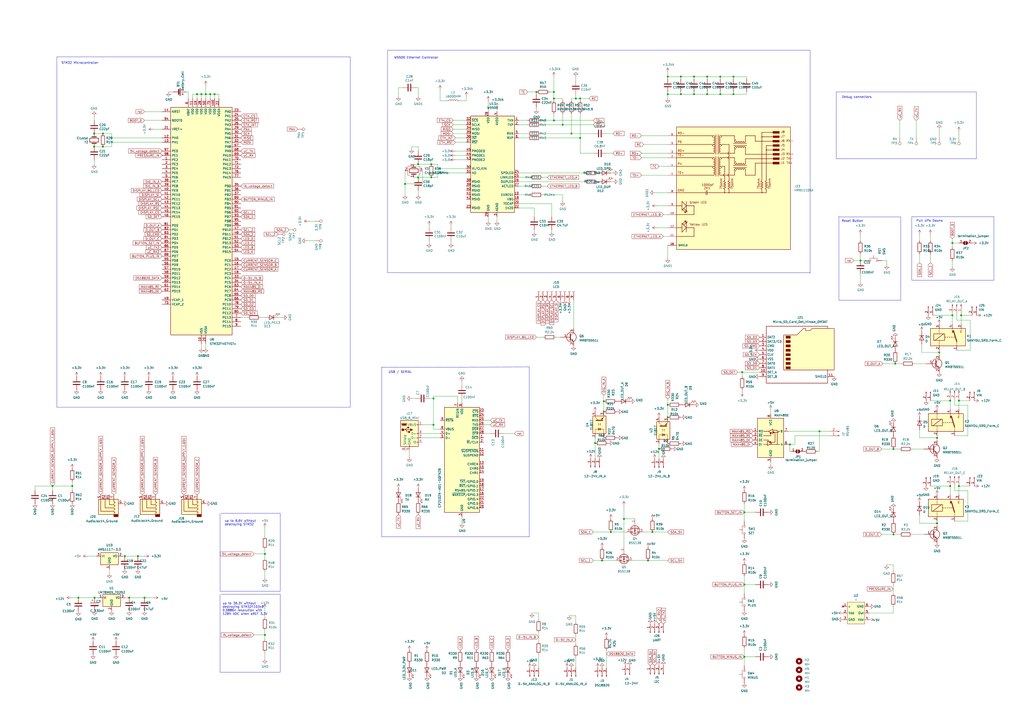
<source format=kicad_sch>
(kicad_sch (version 20231120) (generator "eeschema") (generator_version "8.0")
  (paper "A2")
  (lib_symbols
    (symbol "+3.3V_1" (power) (pin_numbers hide) (pin_names (offset 0) hide)
      (property "Value" "+3.3V" (at 0 3.556 0))
      (symbol "+3.3V_1_1_1"
        (pin power_in line (at 0 0 90) (length 0) (name "~") (number "1"))
      )
    )
    (symbol "4xxx:XGZP6847A"
      (property "Reference" "U" (at 4.318 2.54 0))
      (symbol "XGZP6847A_1_1"
        (pin no_connect line (at -5.08 0 0) (length 2.54) (name "x") (number "1"))
        (pin power_in line (at -5.08 -3.81 0) (length 2.54) (name "Vdd") (number "2"))
        (pin power_in line (at -5.08 -7.62 0) (length 2.54) (name "GND") (number "3"))
        (pin power_in line (at 10.16 -7.62 180) (length 2.54) (name "Vdd") (number "4"))
        (pin output line (at 10.16 -3.81 180) (length 2.54) (name "Out") (number "5"))
        (pin power_in line (at 10.16 0 180) (length 2.54) (name "GND") (number "6"))
      )
    )
    (symbol "Connector:Conn_01x02_Pin" (pin_names (offset 1.016) hide)
      (property "Reference" "J" (at 0 2.54 0))
      (property "Value" "Conn_01x02_Pin" (at 0 -5.08 0))
      (symbol "Conn_01x02_Pin_1_1"
        (pin passive line (at 5.08 0 180) (length 3.81) (name "Pin_1") (number "1"))
        (pin passive line (at 5.08 -2.54 180) (length 3.81) (name "Pin_2") (number "2"))
      )
    )
    (symbol "Connector:Conn_01x03_Pin" (pin_names (offset 1.016) hide)
      (property "Reference" "J" (at 0 5.08 0))
      (property "Value" "Conn_01x03_Pin" (at 0 -5.08 0))
      (symbol "Conn_01x03_Pin_1_1"
        (pin passive line (at 5.08 2.54 180) (length 3.81) (name "Pin_1") (number "1"))
        (pin passive line (at 5.08 0 180) (length 3.81) (name "Pin_2") (number "2"))
        (pin passive line (at 5.08 -2.54 180) (length 3.81) (name "Pin_3") (number "3"))
      )
    )
    (symbol "Connector:Conn_01x04_Pin" (pin_names (offset 1.016) hide)
      (property "Reference" "J" (at 0 5.08 0))
      (property "Value" "Conn_01x04_Pin" (at 0 -7.62 0))
      (symbol "Conn_01x04_Pin_1_1"
        (pin passive line (at 5.08 2.54 180) (length 3.81) (name "Pin_1") (number "1"))
        (pin passive line (at 5.08 0 180) (length 3.81) (name "Pin_2") (number "2"))
        (pin passive line (at 5.08 -2.54 180) (length 3.81) (name "Pin_3") (number "3"))
        (pin passive line (at 5.08 -5.08 180) (length 3.81) (name "Pin_4") (number "4"))
      )
    )
    (symbol "Connector:Conn_01x09_Socket" (pin_names (offset 1.016) hide)
      (property "Reference" "J" (at 0 12.7 0))
      (property "Value" "Conn_01x09_Socket" (at 0 -12.7 0))
      (symbol "Conn_01x09_Socket_1_1"
        (pin passive line (at -5.08 10.16 0) (length 3.81) (name "Pin_1") (number "1"))
        (pin passive line (at -5.08 7.62 0) (length 3.81) (name "Pin_2") (number "2"))
        (pin passive line (at -5.08 5.08 0) (length 3.81) (name "Pin_3") (number "3"))
        (pin passive line (at -5.08 2.54 0) (length 3.81) (name "Pin_4") (number "4"))
        (pin passive line (at -5.08 0 0) (length 3.81) (name "Pin_5") (number "5"))
        (pin passive line (at -5.08 -2.54 0) (length 3.81) (name "Pin_6") (number "6"))
        (pin passive line (at -5.08 -5.08 0) (length 3.81) (name "Pin_7") (number "7"))
        (pin passive line (at -5.08 -7.62 0) (length 3.81) (name "Pin_8") (number "8"))
        (pin passive line (at -5.08 -10.16 0) (length 3.81) (name "Pin_9") (number "9"))
      )
    )
    (symbol "Connector:Micro_SD_Card_Det_Hirose_DM3AT"
      (property "Reference" "J" (at -16.51 17.78 0))
      (property "Value" "Micro_SD_Card_Det_Hirose_DM3AT" (at 16.51 17.78 0))
      (symbol "Micro_SD_Card_Det_Hirose_DM3AT_1_1"
        (pin bidirectional line (at -22.86 10.16 0) (length 3.81) (name "DAT2") (number "1"))
        (pin passive line (at -22.86 -10.16 0) (length 3.81) (name "DET_A") (number "10"))
        (pin passive line (at 20.32 -12.7 180) (length 3.81) (name "SHIELD") (number "11"))
        (pin bidirectional line (at -22.86 7.62 0) (length 3.81) (name "DAT3/CD") (number "2"))
        (pin input line (at -22.86 5.08 0) (length 3.81) (name "CMD") (number "3"))
        (pin power_in line (at -22.86 2.54 0) (length 3.81) (name "VDD") (number "4"))
        (pin input line (at -22.86 0 0) (length 3.81) (name "CLK") (number "5"))
        (pin power_in line (at -22.86 -2.54 0) (length 3.81) (name "VSS") (number "6"))
        (pin bidirectional line (at -22.86 -5.08 0) (length 3.81) (name "DAT0") (number "7"))
        (pin bidirectional line (at -22.86 -7.62 0) (length 3.81) (name "DAT1") (number "8"))
        (pin passive line (at -22.86 -12.7 0) (length 3.81) (name "DET_B") (number "9"))
      )
    )
    (symbol "Connector:TestPoint" (pin_numbers hide) (pin_names (offset 0.762) hide)
      (property "Reference" "TP" (at 0 6.858 0))
      (property "Value" "TestPoint" (at 0 5.08 0))
      (symbol "TestPoint_1_1"
        (pin passive line (at 0 0 90) (length 2.54) (name "1") (number "1"))
      )
    )
    (symbol "Connector:USB_B_Mini" (pin_names (offset 1.016))
      (property "Reference" "J" (at -5.08 11.43 0))
      (property "Value" "USB_B_Mini" (at -5.08 8.89 0))
      (symbol "USB_B_Mini_1_1"
        (pin power_out line (at 7.62 5.08 180) (length 2.54) (name "VBUS") (number "1"))
        (pin bidirectional line (at 7.62 -2.54 180) (length 2.54) (name "D-") (number "2"))
        (pin bidirectional line (at 7.62 0 180) (length 2.54) (name "D+") (number "3"))
        (pin passive line (at 7.62 -5.08 180) (length 2.54) (name "ID") (number "4"))
        (pin power_out line (at 0 -10.16 90) (length 2.54) (name "GND") (number "5"))
        (pin passive line (at -2.54 -10.16 90) (length 2.54) (name "Shield") (number "6"))
      )
    )
    (symbol "Connector_Audio:AudioJack4_Ground"
      (property "Reference" "J" (at 0 8.89 0))
      (property "Value" "AudioJack4_Ground" (at 0 6.35 0))
      (symbol "AudioJack4_Ground_1_1"
        (pin passive line (at 0 -10.16 90) (length 2.54) (name "~") (number "G"))
        (pin passive line (at 5.08 -2.54 180) (length 2.54) (name "~") (number "R1"))
        (pin passive line (at 5.08 0 180) (length 2.54) (name "~") (number "R2"))
        (pin passive line (at 5.08 2.54 180) (length 2.54) (name "~") (number "S"))
        (pin passive line (at 5.08 -5.08 180) (length 2.54) (name "~") (number "T"))
      )
    )
    (symbol "Device:Battery_Cell" (pin_numbers hide) (pin_names (offset 0) hide)
      (property "Reference" "BT" (at 2.54 2.54 0))
      (property "Value" "Battery_Cell" (at 2.54 0 0))
      (symbol "Battery_Cell_1_1"
        (pin passive line (at 0 5.08 270) (length 2.54) (name "+") (number "1"))
        (pin passive line (at 0 -2.54 90) (length 2.54) (name "-") (number "2"))
      )
    )
    (symbol "Device:C" (pin_numbers hide) (pin_names (offset 0.254))
      (property "Reference" "C" (at 0.635 2.54 0))
      (property "Value" "C" (at 0.635 -2.54 0))
      (symbol "C_1_1"
        (pin passive line (at 0 3.81 270) (length 2.794) (name "~") (number "1"))
        (pin passive line (at 0 -3.81 90) (length 2.794) (name "~") (number "2"))
      )
    )
    (symbol "Device:C_Polarized" (pin_numbers hide) (pin_names (offset 0.254))
      (property "Reference" "C" (at 0.635 2.54 0))
      (property "Value" "C_Polarized" (at 0.635 -2.54 0))
      (symbol "C_Polarized_1_1"
        (pin passive line (at 0 3.81 270) (length 2.794) (name "~") (number "1"))
        (pin passive line (at 0 -3.81 90) (length 2.794) (name "~") (number "2"))
      )
    )
    (symbol "Device:Crystal" (pin_numbers hide) (pin_names (offset 1.016) hide)
      (property "Reference" "Y" (at 0 3.81 0))
      (property "Value" "Crystal" (at 0 -3.81 0))
      (symbol "Crystal_1_1"
        (pin passive line (at -3.81 0 0) (length 1.27) (name "1") (number "1"))
        (pin passive line (at 3.81 0 180) (length 1.27) (name "2") (number "2"))
      )
    )
    (symbol "Device:Crystal_GND24" (pin_names (offset 1.016) hide)
      (property "Reference" "Y" (at 3.175 5.08 0))
      (property "Value" "Crystal_GND24" (at 3.175 3.175 0))
      (symbol "Crystal_GND24_1_1"
        (pin passive line (at -3.81 0 0) (length 1.27) (name "1") (number "1"))
        (pin passive line (at 0 5.08 270) (length 1.27) (name "2") (number "2"))
        (pin passive line (at 3.81 0 180) (length 1.27) (name "3") (number "3"))
        (pin passive line (at 0 -5.08 90) (length 1.27) (name "4") (number "4"))
      )
    )
    (symbol "Device:D" (pin_numbers hide) (pin_names (offset 1.016) hide)
      (property "Reference" "D" (at 0 2.54 0))
      (property "Value" "D" (at 0 -2.54 0))
      (symbol "D_1_1"
        (pin passive line (at -3.81 0 0) (length 2.54) (name "K") (number "1"))
        (pin passive line (at 3.81 0 180) (length 2.54) (name "A") (number "2"))
      )
    )
    (symbol "Device:L" (pin_numbers hide) (pin_names (offset 1.016) hide)
      (property "Reference" "L" (at -1.27 0 90))
      (property "Value" "L" (at 1.905 0 90))
      (symbol "L_1_1"
        (pin passive line (at 0 3.81 270) (length 1.27) (name "1") (number "1"))
        (pin passive line (at 0 -3.81 90) (length 1.27) (name "2") (number "2"))
      )
    )
    (symbol "Device:LED" (pin_numbers hide) (pin_names (offset 1.016) hide)
      (property "Reference" "D" (at 0 2.54 0))
      (property "Value" "LED" (at 0 -2.54 0))
      (symbol "LED_1_1"
        (pin passive line (at -3.81 0 0) (length 2.54) (name "K") (number "1"))
        (pin passive line (at 3.81 0 180) (length 2.54) (name "A") (number "2"))
      )
    )
    (symbol "Device:R" (pin_numbers hide) (pin_names (offset 0))
      (property "Reference" "R" (at 2.032 0 90))
      (property "Value" "R" (at 0 0 90))
      (symbol "R_1_1"
        (pin passive line (at 0 3.81 270) (length 1.27) (name "~") (number "1"))
        (pin passive line (at 0 -3.81 90) (length 1.27) (name "~") (number "2"))
      )
    )
    (symbol "HR911105A:HR911105A" (pin_names (offset 1.016))
      (property "Reference" "J" (at -33.1724 36.2458 0))
      (property "Value" "HR911105A_HR911105A" (at -33.1216 -38.227 0))
      (symbol "HR911105A_0_0"
        (text "1000pF" (at -18.4912 1.2446 0) (effects (font (size 1.27 1.27)) (justify left bottom)))
        (text "2KV" (at -17.2212 -0.6604 0) (effects (font (size 1.27 1.27)) (justify left bottom)))
        (text "75ohm" (at -6.4008 -0.6604 900) (effects (font (size 1.27 1.27)) (justify left bottom)))
        (text "75ohm" (at 0 -0.6604 900) (effects (font (size 1.27 1.27)) (justify left bottom)))
        (text "75ohm" (at 15.3416 -0.6604 900) (effects (font (size 1.27 1.27)) (justify left bottom)))
        (text "75ohm" (at 21.6916 -0.6604 900) (effects (font (size 1.27 1.27)) (justify left bottom)))
        (text "GND" (at -32.5374 -1.905 0) (effects (font (size 1.27 1.27)) (justify left bottom)))
        (text "Green LED" (at -25.5016 -8.9154 0) (effects (font (size 1.27 1.27)) (justify left bottom)))
        (text "J1 TX+" (at 27.432 13.9954 0) (effects (font (size 1.27 1.27)) (justify left bottom)))
        (text "J2 TX-" (at 27.4574 16.5862 0) (effects (font (size 1.27 1.27)) (justify left bottom)))
        (text "J3 RX+" (at 27.4574 19.1516 0) (effects (font (size 1.27 1.27)) (justify left bottom)))
        (text "J4" (at 27.4574 21.717 0) (effects (font (size 1.27 1.27)) (justify left bottom)))
        (text "J5" (at 27.4828 24.257 0) (effects (font (size 1.27 1.27)) (justify left bottom)))
        (text "J6 RX-" (at 27.4574 26.8224 0) (effects (font (size 1.27 1.27)) (justify left bottom)))
        (text "J7" (at 27.4574 29.3624 0) (effects (font (size 1.27 1.27)) (justify left bottom)))
        (text "J8" (at 27.4574 31.9278 0) (effects (font (size 1.27 1.27)) (justify left bottom)))
        (text "P4" (at -32.5374 13.4112 0) (effects (font (size 1.27 1.27)) (justify left bottom)))
        (text "P5" (at -32.5374 26.162 0) (effects (font (size 1.27 1.27)) (justify left bottom)))
        (text "RD+" (at -32.4866 21.0312 0) (effects (font (size 1.27 1.27)) (justify left bottom)))
        (text "RD-" (at -32.4866 31.2166 0) (effects (font (size 1.27 1.27)) (justify left bottom)))
        (text "TD+" (at -32.5628 8.3058 0) (effects (font (size 1.27 1.27)) (justify left bottom)))
        (text "TD-" (at -32.512 18.4912 0) (effects (font (size 1.27 1.27)) (justify left bottom)))
        (text "Yellow LED" (at -25.527 -21.717 0) (effects (font (size 1.27 1.27)) (justify left bottom)))
        (pin passive line (at -38.1 7.62 0) (length 5.08) (name "~") (number "1"))
        (pin passive line (at -38.1 -15.24 0) (length 5.08) (name "~") (number "10"))
        (pin passive line (at -38.1 -27.94 0) (length 5.08) (name "~") (number "11"))
        (pin passive line (at -38.1 -22.86 0) (length 5.08) (name "~") (number "12"))
        (pin passive line (at -38.1 -33.02 0) (length 5.08) (name "SHIELD") (number "15"))
        (pin passive line (at -38.1 -33.02 0) (length 5.08) (name "SHIELD") (number "16"))
        (pin passive line (at -38.1 17.78 0) (length 5.08) (name "~") (number "2"))
        (pin passive line (at -38.1 20.32 0) (length 5.08) (name "~") (number "3"))
        (pin passive line (at -38.1 12.7 0) (length 5.08) (name "~") (number "4"))
        (pin passive line (at -38.1 25.4 0) (length 5.08) (name "~") (number "5"))
        (pin passive line (at -38.1 30.48 0) (length 5.08) (name "~") (number "6"))
        (pin power_in line (at -38.1 -2.54 0) (length 5.08) (name "~") (number "8"))
        (pin passive line (at -38.1 -10.16 0) (length 5.08) (name "~") (number "9"))
      )
    )
    (symbol "Interface_Ethernet:W5500"
      (property "Reference" "U" (at -11.43 29.21 0))
      (property "Value" "W5500" (at 8.89 29.21 0))
      (symbol "W5500_1_1"
        (pin output line (at 15.24 25.4 180) (length 2.54) (name "TXN") (number "1"))
        (pin passive line (at 15.24 -17.78 180) (length 2.54) (name "EXRES1") (number "10"))
        (pin passive line (at 2.54 30.48 270) (length 2.54) hide (name "AVDD") (number "11"))
        (pin no_connect line (at 12.7 7.62 180) (length 2.54) hide (name "NC") (number "12"))
        (pin no_connect line (at 12.7 5.08 180) (length 2.54) hide (name "NC") (number "13"))
        (pin passive line (at 2.54 -30.48 90) (length 2.54) hide (name "AGND") (number "14"))
        (pin passive line (at 2.54 30.48 270) (length 2.54) hide (name "AVDD") (number "15"))
        (pin passive line (at 2.54 -30.48 90) (length 2.54) hide (name "AGND") (number "16"))
        (pin passive line (at 2.54 30.48 270) (length 2.54) hide (name "AVDD") (number "17"))
        (pin passive line (at 15.24 -20.32 180) (length 2.54) (name "VBG") (number "18"))
        (pin passive line (at 2.54 -30.48 90) (length 2.54) hide (name "AGND") (number "19"))
        (pin output line (at 15.24 22.86 180) (length 2.54) (name "TXP") (number "2"))
        (pin passive line (at 15.24 -22.86 180) (length 2.54) (name "TOCAP") (number "20"))
        (pin passive line (at 2.54 30.48 270) (length 2.54) hide (name "AVDD") (number "21"))
        (pin output line (at 15.24 -25.4 180) (length 2.54) (name "1V2O") (number "22"))
        (pin input line (at -15.24 -25.4 0) (length 2.54) (name "RSVD") (number "23"))
        (pin output line (at 15.24 -5.08 180) (length 2.54) (name "SPDLED") (number "24"))
        (pin output line (at 15.24 -7.62 180) (length 2.54) (name "LINKLED") (number "25"))
        (pin output line (at 15.24 -10.16 180) (length 2.54) (name "DUPLED") (number "26"))
        (pin output line (at 15.24 -12.7 180) (length 2.54) (name "ACTLED") (number "27"))
        (pin power_in line (at -2.54 30.48 270) (length 2.54) (name "VDD") (number "28"))
        (pin power_in line (at -2.54 -30.48 90) (length 2.54) (name "GND") (number "29"))
        (pin power_in line (at 2.54 -30.48 90) (length 2.54) (name "AGND") (number "3"))
        (pin input line (at -15.24 -2.54 0) (length 2.54) (name "XI/CLKIN") (number "30"))
        (pin output line (at -15.24 -5.08 0) (length 2.54) (name "XO") (number "31"))
        (pin input line (at -15.24 25.4 0) (length 2.54) (name "~{SCS}") (number "32"))
        (pin input line (at -15.24 22.86 0) (length 2.54) (name "SCLK") (number "33"))
        (pin output line (at -15.24 20.32 0) (length 2.54) (name "MISO") (number "34"))
        (pin input line (at -15.24 17.78 0) (length 2.54) (name "MOSI") (number "35"))
        (pin input line (at -15.24 15.24 0) (length 2.54) (name "~{INT}") (number "36"))
        (pin input line (at -15.24 12.7 0) (length 2.54) (name "~{RST}") (number "37"))
        (pin input line (at -15.24 -10.16 0) (length 2.54) (name "RSVD") (number "38"))
        (pin input line (at -15.24 -12.7 0) (length 2.54) (name "RSVD") (number "39"))
        (pin power_in line (at 2.54 30.48 270) (length 2.54) (name "AVDD") (number "4"))
        (pin input line (at -15.24 -15.24 0) (length 2.54) (name "RSVD") (number "40"))
        (pin input line (at -15.24 -17.78 0) (length 2.54) (name "RSVD") (number "41"))
        (pin input line (at -15.24 -20.32 0) (length 2.54) (name "RSVD") (number "42"))
        (pin input line (at -15.24 2.54 0) (length 2.54) (name "PMODE2") (number "43"))
        (pin input line (at -15.24 5.08 0) (length 2.54) (name "PMODE1") (number "44"))
        (pin input line (at -15.24 7.62 0) (length 2.54) (name "PMODE0") (number "45"))
        (pin no_connect line (at 12.7 2.54 180) (length 2.54) hide (name "NC") (number "46"))
        (pin no_connect line (at 12.7 0 180) (length 2.54) hide (name "NC") (number "47"))
        (pin passive line (at 2.54 -30.48 90) (length 2.54) hide (name "AGND") (number "48"))
        (pin input line (at 15.24 17.78 180) (length 2.54) (name "RXN") (number "5"))
        (pin input line (at 15.24 15.24 180) (length 2.54) (name "RXP") (number "6"))
        (pin no_connect line (at 12.7 10.16 180) (length 2.54) hide (name "DNC") (number "7"))
        (pin passive line (at 2.54 30.48 270) (length 2.54) hide (name "AVDD") (number "8"))
        (pin passive line (at 2.54 -30.48 90) (length 2.54) hide (name "AGND") (number "9"))
      )
    )
    (symbol "Interface_UART:MAX485E"
      (property "Reference" "U" (at -6.096 11.43 0))
      (property "Value" "MAX485E" (at 0.762 11.43 0))
      (symbol "MAX485E_1_1"
        (pin output line (at -10.16 2.54 0) (length 2.54) (name "RO") (number "1"))
        (pin input line (at -10.16 0 0) (length 2.54) (name "~{RE}") (number "2"))
        (pin input line (at -10.16 -2.54 0) (length 2.54) (name "DE") (number "3"))
        (pin input line (at -10.16 -5.08 0) (length 2.54) (name "DI") (number "4"))
        (pin power_in line (at 0 -15.24 90) (length 2.54) (name "GND") (number "5"))
        (pin bidirectional line (at 10.16 -5.08 180) (length 2.54) (name "A") (number "6"))
        (pin bidirectional line (at 10.16 2.54 180) (length 2.54) (name "B") (number "7"))
        (pin power_in line (at 0 12.7 270) (length 2.54) (name "VCC") (number "8"))
      )
    )
    (symbol "Interface_USB:CP2102N-A01-GQFN28"
      (property "Reference" "U" (at -7.62 31.75 0))
      (property "Value" "Interface_USB_CP2102N-A01-GQFN28" (at 26.67 31.75 0))
      (symbol "CP2102N-A01-GQFN28_1_1"
        (pin input line (at 12.7 12.7 180) (length 2.54) (name "~{DCD}") (number "1"))
        (pin no_connect line (at -10.16 -10.16 0) (length 2.54) hide (name "NC") (number "10"))
        (pin output line (at 12.7 5.08 180) (length 2.54) (name "~{SUSPENDb}") (number "11"))
        (pin output line (at 12.7 2.54 180) (length 2.54) (name "SUSPEND") (number "12"))
        (pin output line (at 12.7 -2.54 180) (length 2.54) (name "CHREN") (number "13"))
        (pin output line (at 12.7 -7.62 180) (length 2.54) (name "CHR1") (number "14"))
        (pin output line (at 12.7 -5.08 180) (length 2.54) (name "CHR0") (number "15"))
        (pin bidirectional line (at 12.7 -20.32 180) (length 2.54) (name "~{WAKEUP}/GPIO.3") (number "16"))
        (pin bidirectional line (at 12.7 -17.78 180) (length 2.54) (name "RS485/GPIO.2") (number "17"))
        (pin bidirectional line (at 12.7 -15.24 180) (length 2.54) (name "~{RXT}/GPIO.1") (number "18"))
        (pin bidirectional line (at 12.7 -12.7 180) (length 2.54) (name "~{TXT}/GPIO.0") (number "19"))
        (pin bidirectional line (at 12.7 10.16 180) (length 2.54) (name "~{RI}/CLK") (number "2"))
        (pin bidirectional line (at 12.7 -27.94 180) (length 2.54) (name "GPIO.6") (number "20"))
        (pin bidirectional line (at 12.7 -25.4 180) (length 2.54) (name "GPIO.5") (number "21"))
        (pin bidirectional line (at 12.7 -22.86 180) (length 2.54) (name "GPIO.4") (number "22"))
        (pin input line (at 12.7 27.94 180) (length 2.54) (name "~{CTS}") (number "23"))
        (pin output line (at 12.7 25.4 180) (length 2.54) (name "~{RTS}") (number "24"))
        (pin input line (at 12.7 22.86 180) (length 2.54) (name "RXD") (number "25"))
        (pin output line (at 12.7 20.32 180) (length 2.54) (name "TXD") (number "26"))
        (pin input line (at 12.7 17.78 180) (length 2.54) (name "~{DSR}") (number "27"))
        (pin output line (at 12.7 15.24 180) (length 2.54) (name "~{DTR}") (number "28"))
        (pin passive line (at 0 -33.02 90) (length 2.54) hide (name "GND") (number "29"))
        (pin power_in line (at 0 -33.02 90) (length 2.54) (name "GND") (number "3"))
        (pin bidirectional line (at -12.7 15.24 0) (length 2.54) (name "D+") (number "4"))
        (pin bidirectional line (at -12.7 12.7 0) (length 2.54) (name "D-") (number "5"))
        (pin passive line (at 0 33.02 270) (length 2.54) (name "VDD") (number "6"))
        (pin power_in line (at -2.54 33.02 270) (length 2.54) (name "REGIN") (number "7"))
        (pin input line (at -12.7 17.78 0) (length 2.54) (name "VBUS") (number "8"))
        (pin input line (at -12.7 22.86 0) (length 2.54) (name "~{RSTb}") (number "9"))
      )
    )
    (symbol "Isolator:EL817" (pin_names (offset 1.016))
      (property "Reference" "U" (at -5.08 5.08 0))
      (property "Value" "EL817" (at 0 5.08 0))
      (symbol "EL817_1_1"
        (pin passive line (at -7.62 2.54 0) (length 2.54) (name "~") (number "1"))
        (pin passive line (at -7.62 -2.54 0) (length 2.54) (name "~") (number "2"))
        (pin passive line (at 7.62 -2.54 180) (length 2.54) (name "~") (number "3"))
        (pin passive line (at 7.62 2.54 180) (length 2.54) (name "~") (number "4"))
      )
    )
    (symbol "Jumper:SolderJumper_2_Open" (pin_names (offset 0) hide)
      (property "Reference" "JP" (at 0 2.032 0))
      (property "Value" "SolderJumper_2_Open" (at 0 -2.54 0))
      (symbol "SolderJumper_2_Open_1_1"
        (pin passive line (at -3.81 0 0) (length 2.54) (name "A") (number "1"))
        (pin passive line (at 3.81 0 180) (length 2.54) (name "B") (number "2"))
      )
    )
    (symbol "MCU_ST_STM32F4:STM32F407VGTx"
      (property "Reference" "U" (at -17.78 67.31 0))
      (property "Value" "STM32F407VGTx" (at 12.7 67.31 0))
      (symbol "STM32F407VGTx_1_1"
        (pin bidirectional line (at -22.86 35.56 0) (length 5.08) (name "PE2") (number "1"))
        (pin power_in line (at 0 -71.12 90) (length 5.08) (name "VSS") (number "10"))
        (pin power_in line (at 7.62 71.12 270) (length 5.08) (name "VDD") (number "100"))
        (pin power_in line (at -5.08 71.12 270) (length 5.08) (name "VDD") (number "11"))
        (pin bidirectional line (at -22.86 48.26 0) (length 5.08) (name "PH0") (number "12"))
        (pin bidirectional line (at -22.86 45.72 0) (length 5.08) (name "PH1") (number "13"))
        (pin input line (at -22.86 63.5 0) (length 5.08) (name "NRST") (number "14"))
        (pin bidirectional line (at 22.86 -22.86 180) (length 5.08) (name "PC0") (number "15"))
        (pin bidirectional line (at 22.86 -25.4 180) (length 5.08) (name "PC1") (number "16"))
        (pin bidirectional line (at 22.86 -27.94 180) (length 5.08) (name "PC2") (number "17"))
        (pin bidirectional line (at 22.86 -30.48 180) (length 5.08) (name "PC3") (number "18"))
        (pin power_in line (at -2.54 71.12 270) (length 5.08) (name "VDD") (number "19"))
        (pin bidirectional line (at -22.86 33.02 0) (length 5.08) (name "PE3") (number "2"))
        (pin power_in line (at 2.54 -71.12 90) (length 5.08) (name "VSSA") (number "20"))
        (pin input line (at -22.86 53.34 0) (length 5.08) (name "VREF+") (number "21"))
        (pin power_in line (at 10.16 71.12 270) (length 5.08) (name "VDDA") (number "22"))
        (pin bidirectional line (at 22.86 63.5 180) (length 5.08) (name "PA0") (number "23"))
        (pin bidirectional line (at 22.86 60.96 180) (length 5.08) (name "PA1") (number "24"))
        (pin bidirectional line (at 22.86 58.42 180) (length 5.08) (name "PA2") (number "25"))
        (pin bidirectional line (at 22.86 55.88 180) (length 5.08) (name "PA3") (number "26"))
        (pin passive line (at 0 -71.12 90) (length 5.08) hide (name "VSS") (number "27"))
        (pin power_in line (at 0 71.12 270) (length 5.08) (name "VDD") (number "28"))
        (pin bidirectional line (at 22.86 53.34 180) (length 5.08) (name "PA4") (number "29"))
        (pin bidirectional line (at -22.86 30.48 0) (length 5.08) (name "PE4") (number "3"))
        (pin bidirectional line (at 22.86 50.8 180) (length 5.08) (name "PA5") (number "30"))
        (pin bidirectional line (at 22.86 48.26 180) (length 5.08) (name "PA6") (number "31"))
        (pin bidirectional line (at 22.86 45.72 180) (length 5.08) (name "PA7") (number "32"))
        (pin bidirectional line (at 22.86 -33.02 180) (length 5.08) (name "PC4") (number "33"))
        (pin bidirectional line (at 22.86 -35.56 180) (length 5.08) (name "PC5") (number "34"))
        (pin bidirectional line (at 22.86 20.32 180) (length 5.08) (name "PB0") (number "35"))
        (pin bidirectional line (at 22.86 17.78 180) (length 5.08) (name "PB1") (number "36"))
        (pin bidirectional line (at 22.86 15.24 180) (length 5.08) (name "PB2") (number "37"))
        (pin bidirectional line (at -22.86 22.86 0) (length 5.08) (name "PE7") (number "38"))
        (pin bidirectional line (at -22.86 20.32 0) (length 5.08) (name "PE8") (number "39"))
        (pin bidirectional line (at -22.86 27.94 0) (length 5.08) (name "PE5") (number "4"))
        (pin bidirectional line (at -22.86 17.78 0) (length 5.08) (name "PE9") (number "40"))
        (pin bidirectional line (at -22.86 15.24 0) (length 5.08) (name "PE10") (number "41"))
        (pin bidirectional line (at -22.86 12.7 0) (length 5.08) (name "PE11") (number "42"))
        (pin bidirectional line (at -22.86 10.16 0) (length 5.08) (name "PE12") (number "43"))
        (pin bidirectional line (at -22.86 7.62 0) (length 5.08) (name "PE13") (number "44"))
        (pin bidirectional line (at -22.86 5.08 0) (length 5.08) (name "PE14") (number "45"))
        (pin bidirectional line (at -22.86 2.54 0) (length 5.08) (name "PE15") (number "46"))
        (pin bidirectional line (at 22.86 -5.08 180) (length 5.08) (name "PB10") (number "47"))
        (pin bidirectional line (at 22.86 -7.62 180) (length 5.08) (name "PB11") (number "48"))
        (pin power_out line (at -22.86 -45.72 0) (length 5.08) (name "VCAP_1") (number "49"))
        (pin bidirectional line (at -22.86 25.4 0) (length 5.08) (name "PE6") (number "5"))
        (pin power_in line (at 2.54 71.12 270) (length 5.08) (name "VDD") (number "50"))
        (pin bidirectional line (at 22.86 -10.16 180) (length 5.08) (name "PB12") (number "51"))
        (pin bidirectional line (at 22.86 -12.7 180) (length 5.08) (name "PB13") (number "52"))
        (pin bidirectional line (at 22.86 -15.24 180) (length 5.08) (name "PB14") (number "53"))
        (pin bidirectional line (at 22.86 -17.78 180) (length 5.08) (name "PB15") (number "54"))
        (pin bidirectional line (at -22.86 -22.86 0) (length 5.08) (name "PD8") (number "55"))
        (pin bidirectional line (at -22.86 -25.4 0) (length 5.08) (name "PD9") (number "56"))
        (pin bidirectional line (at -22.86 -27.94 0) (length 5.08) (name "PD10") (number "57"))
        (pin bidirectional line (at -22.86 -30.48 0) (length 5.08) (name "PD11") (number "58"))
        (pin bidirectional line (at -22.86 -33.02 0) (length 5.08) (name "PD12") (number "59"))
        (pin power_in line (at -7.62 71.12 270) (length 5.08) (name "VBAT") (number "6"))
        (pin bidirectional line (at -22.86 -35.56 0) (length 5.08) (name "PD13") (number "60"))
        (pin bidirectional line (at -22.86 -38.1 0) (length 5.08) (name "PD14") (number "61"))
        (pin bidirectional line (at -22.86 -40.64 0) (length 5.08) (name "PD15") (number "62"))
        (pin bidirectional line (at 22.86 -38.1 180) (length 5.08) (name "PC6") (number "63"))
        (pin bidirectional line (at 22.86 -40.64 180) (length 5.08) (name "PC7") (number "64"))
        (pin bidirectional line (at 22.86 -43.18 180) (length 5.08) (name "PC8") (number "65"))
        (pin bidirectional line (at 22.86 -45.72 180) (length 5.08) (name "PC9") (number "66"))
        (pin bidirectional line (at 22.86 43.18 180) (length 5.08) (name "PA8") (number "67"))
        (pin bidirectional line (at 22.86 40.64 180) (length 5.08) (name "PA9") (number "68"))
        (pin bidirectional line (at 22.86 38.1 180) (length 5.08) (name "PA10") (number "69"))
        (pin bidirectional line (at 22.86 -55.88 180) (length 5.08) (name "PC13") (number "7"))
        (pin bidirectional line (at 22.86 35.56 180) (length 5.08) (name "PA11") (number "70"))
        (pin bidirectional line (at 22.86 33.02 180) (length 5.08) (name "PA12") (number "71"))
        (pin bidirectional line (at 22.86 30.48 180) (length 5.08) (name "PA13") (number "72"))
        (pin power_out line (at -22.86 -48.26 0) (length 5.08) (name "VCAP_2") (number "73"))
        (pin passive line (at 0 -71.12 90) (length 5.08) hide (name "VSS") (number "74"))
        (pin power_in line (at 5.08 71.12 270) (length 5.08) (name "VDD") (number "75"))
        (pin bidirectional line (at 22.86 27.94 180) (length 5.08) (name "PA14") (number "76"))
        (pin bidirectional line (at 22.86 25.4 180) (length 5.08) (name "PA15") (number "77"))
        (pin bidirectional line (at 22.86 -48.26 180) (length 5.08) (name "PC10") (number "78"))
        (pin bidirectional line (at 22.86 -50.8 180) (length 5.08) (name "PC11") (number "79"))
        (pin bidirectional line (at 22.86 -58.42 180) (length 5.08) (name "PC14") (number "8"))
        (pin bidirectional line (at 22.86 -53.34 180) (length 5.08) (name "PC12") (number "80"))
        (pin bidirectional line (at -22.86 -2.54 0) (length 5.08) (name "PD0") (number "81"))
        (pin bidirectional line (at -22.86 -5.08 0) (length 5.08) (name "PD1") (number "82"))
        (pin bidirectional line (at -22.86 -7.62 0) (length 5.08) (name "PD2") (number "83"))
        (pin bidirectional line (at -22.86 -10.16 0) (length 5.08) (name "PD3") (number "84"))
        (pin bidirectional line (at -22.86 -12.7 0) (length 5.08) (name "PD4") (number "85"))
        (pin bidirectional line (at -22.86 -15.24 0) (length 5.08) (name "PD5") (number "86"))
        (pin bidirectional line (at -22.86 -17.78 0) (length 5.08) (name "PD6") (number "87"))
        (pin bidirectional line (at -22.86 -20.32 0) (length 5.08) (name "PD7") (number "88"))
        (pin bidirectional line (at 22.86 12.7 180) (length 5.08) (name "PB3") (number "89"))
        (pin bidirectional line (at 22.86 -60.96 180) (length 5.08) (name "PC15") (number "9"))
        (pin bidirectional line (at 22.86 10.16 180) (length 5.08) (name "PB4") (number "90"))
        (pin bidirectional line (at 22.86 7.62 180) (length 5.08) (name "PB5") (number "91"))
        (pin bidirectional line (at 22.86 5.08 180) (length 5.08) (name "PB6") (number "92"))
        (pin bidirectional line (at 22.86 2.54 180) (length 5.08) (name "PB7") (number "93"))
        (pin input line (at -22.86 58.42 0) (length 5.08) (name "BOOT0") (number "94"))
        (pin bidirectional line (at 22.86 0 180) (length 5.08) (name "PB8") (number "95"))
        (pin bidirectional line (at 22.86 -2.54 180) (length 5.08) (name "PB9") (number "96"))
        (pin bidirectional line (at -22.86 40.64 0) (length 5.08) (name "PE0") (number "97"))
        (pin bidirectional line (at -22.86 38.1 0) (length 5.08) (name "PE1") (number "98"))
        (pin passive line (at 0 -71.12 90) (length 5.08) hide (name "VSS") (number "99"))
      )
    )
    (symbol "Mechanical:MountingHole" (pin_names (offset 1.016))
      (property "Reference" "H" (at 0 5.08 0))
      (property "Value" "MountingHole" (at 0 3.175 0))
    )
    (symbol "Regulator_Linear:AMS1117-3.3"
      (property "Reference" "U" (at -3.81 3.175 0))
      (property "Value" "AMS1117-3.3" (at 0 3.175 0))
      (symbol "AMS1117-3.3_1_1"
        (pin power_in line (at 0 -7.62 90) (length 2.54) (name "GND") (number "1"))
        (pin power_out line (at 7.62 0 180) (length 2.54) (name "VO") (number "2"))
        (pin power_in line (at -7.62 0 0) (length 2.54) (name "VI") (number "3"))
      )
    )
    (symbol "Regulator_Linear:LM78M05_TO252" (pin_names (offset 0.254))
      (property "Reference" "U" (at -3.81 3.175 0))
      (property "Value" "LM78M05_TO252" (at 0 3.175 0))
      (symbol "LM78M05_TO252_1_1"
        (pin power_in line (at -7.62 0 0) (length 2.54) (name "VI") (number "1"))
        (pin power_in line (at 0 -7.62 90) (length 2.54) (name "GND") (number "2"))
        (pin power_out line (at 7.62 0 180) (length 2.54) (name "VO") (number "3"))
      )
    )
    (symbol "Relay:SANYOU_SRD_Form_C"
      (property "Reference" "K" (at 11.43 3.81 0))
      (property "Value" "SANYOU_SRD_Form_C" (at 11.43 1.27 0))
      (symbol "SANYOU_SRD_Form_C_1_1"
        (pin passive line (at 5.08 -7.62 90) (length 2.54) (name "~") (number "1"))
        (pin passive line (at -5.08 -7.62 90) (length 2.54) (name "~") (number "2"))
        (pin passive line (at 7.62 7.62 270) (length 2.54) (name "~") (number "3"))
        (pin passive line (at 2.54 7.62 270) (length 2.54) (name "~") (number "4"))
        (pin passive line (at -5.08 7.62 270) (length 2.54) (name "~") (number "5"))
      )
    )
    (symbol "Switch:SW_Push" (pin_numbers hide) (pin_names (offset 1.016) hide)
      (property "Reference" "SW" (at 1.27 2.54 0))
      (property "Value" "SW_Push" (at 0 -1.524 0))
      (symbol "SW_Push_0_1"
        (pin passive line (at -5.08 0 0) (length 2.54) (name "1") (number "1"))
        (pin passive line (at 5.08 0 180) (length 2.54) (name "2") (number "2"))
      )
    )
    (symbol "Transistor_BJT:MMBT5551L" (pin_names (offset 0) hide)
      (property "Reference" "Q" (at 5.08 1.905 0))
      (property "Value" "MMBT5551L" (at 5.08 0 0))
      (symbol "MMBT5551L_1_1"
        (pin input line (at -5.08 0 0) (length 5.715) (name "B") (number "1"))
        (pin passive line (at 2.54 -5.08 90) (length 2.54) (name "E") (number "2"))
        (pin passive line (at 2.54 5.08 270) (length 2.54) (name "C") (number "3"))
      )
    )
    (symbol "Transistor_FET:BSS138" (pin_names hide)
      (property "Reference" "Q" (at 5.08 1.905 0))
      (property "Value" "BSS138" (at 5.08 0 0))
      (symbol "BSS138_1_1"
        (pin input line (at -5.08 0 0) (length 2.54) (name "G") (number "1"))
        (pin passive line (at 2.54 -5.08 90) (length 2.54) (name "S") (number "2"))
        (pin passive line (at 2.54 5.08 270) (length 2.54) (name "D") (number "3"))
      )
    )
    (symbol "power:+12V" (power) (pin_names (offset 0))
      (property "Value" "+12V" (at 0 3.556 0))
      (symbol "+12V_1_1"
        (pin power_in line (at 0 0 90) (length 0) hide (name "+12V") (number "1"))
      )
    )
    (symbol "power:+3.3VA" (power) (pin_names (offset 0))
      (property "Value" "+3.3VA" (at 0 3.556 0))
      (symbol "+3.3VA_1_1"
        (pin power_in line (at 0 0 90) (length 0) hide (name "+3.3VA") (number "1"))
      )
    )
    (symbol "power:+5V" (power) (pin_names (offset 0))
      (property "Value" "+5V" (at 0 3.556 0))
      (symbol "+5V_1_1"
        (pin power_in line (at 0 0 90) (length 0) hide (name "+5V") (number "1"))
      )
    )
    (symbol "power:GND" (power) (pin_names (offset 0))
      (property "Value" "GND" (at 0 -3.81 0))
      (symbol "GND_1_1"
        (pin power_in line (at 0 0 270) (length 0) hide (name "GND") (number "1"))
      )
    )
    (symbol "power:GND1" (power) (pin_names (offset 0))
      (property "Value" "GND1" (at 0 -3.81 0))
      (symbol "GND1_1_1"
        (pin power_in line (at 0 0 270) (length 0) hide (name "GND1") (number "1"))
      )
    )
  )
  (junction (at 334.01 57.15))
  (junction (at 519.303 210.947))
  (junction (at 74.93 346.71))
  (junction (at 250.19 95.25))
  (junction (at 59.69 77.47))
  (junction (at 54.61 85.09))
  (junction (at 417.83 44.45))
  (junction (at 251.46 246.38))
  (junction (at 378.46 308.61))
  (junction (at 394.97 44.45))
  (junction (at 331.47 77.47))
  (junction (at 410.21 54.61))
  (junction (at 543.56 254))
  (junction (at 116.84 54.61))
  (junction (at 83.82 346.71))
  (junction (at 153.67 321.31))
  (junction (at 350.266 238.76))
  (junction (at 54.864 346.71))
  (junction (at 431.8 381))
  (junction (at 387.35 242.062))
  (junction (at 518.287 310.007))
  (junction (at 326.39 72.39))
  (junction (at 121.92 54.61))
  (junction (at 54.61 77.47))
  (junction (at 41.91 281.94))
  (junction (at 350.266 232.791))
  (junction (at 321.31 69.85))
  (junction (at 394.97 54.61))
  (junction (at 124.46 54.61))
  (junction (at 345.186 257.048))
  (junction (at 30.48 281.94))
  (junction (at 59.69 85.09))
  (junction (at 551.18 232.41))
  (junction (at 311.15 53.34))
  (junction (at 543.56 303.53))
  (junction (at 72.39 322.58))
  (junction (at 387.35 44.45))
  (junction (at 552.45 182.88))
  (junction (at 417.83 54.61))
  (junction (at 336.55 80.01))
  (junction (at 250.19 102.87))
  (junction (at 425.45 54.61))
  (junction (at 425.45 44.45))
  (junction (at 336.55 57.15))
  (junction (at 354.33 308.61))
  (junction (at 499.11 151.13))
  (junction (at 387.35 234.823))
  (junction (at 119.38 54.61))
  (junction (at 349.25 325.12))
  (junction (at 375.92 325.12))
  (junction (at 114.3 54.61))
  (junction (at 242.57 102.87))
  (junction (at 382.27 260.35))
  (junction (at 410.21 44.45))
  (junction (at 387.35 54.61))
  (junction (at 557.53 182.88))
  (junction (at 321.31 57.15))
  (junction (at 45.466 346.71))
  (junction (at 402.59 44.45))
  (junction (at 475.361 250.19))
  (junction (at 518.287 260.477))
  (junction (at 242.57 95.25))
  (junction (at 552.45 140.97))
  (junction (at 431.8 339.09))
  (junction (at 321.31 53.34))
  (junction (at 431.8 297.18))
  (junction (at 551.18 281.94))
  (junction (at 458.216 257.81))
  (junction (at 153.67 368.3))
  (junction (at 251.46 231.14))
  (junction (at 80.01 322.58))
  (junction (at 361.95 300.99))
  (junction (at 544.83 204.47))
  (junction (at 556.26 232.41))
  (junction (at 430.53 215.9))
  (junction (at 234.95 106.68))
  (junction (at 402.59 54.61))
  (junction (at 556.26 281.94))
  (no_connect (at 488.95 351.79))
  (wire (pts (xy 519.303 210.947) (xy 522.859 210.947)))
  (wire (pts (xy 354.33 308.61) (xy 363.22 308.61)))
  (wire (pts (xy 283.21 58.42) (xy 283.21 64.77)))
  (wire (pts (xy 80.01 322.58) (xy 83.82 322.58)))
  (wire (pts (xy 331.47 57.15) (xy 334.01 57.15)))
  (polyline (pts (xy 576.58 125.73) (xy 576.58 162.56)))
  (polyline (pts (xy 224.79 158.115) (xy 469.9 158.115)))
  (wire (pts (xy 518.287 260.477) (xy 521.589 260.477)))
  (wire (pts (xy 41.91 281.94) (xy 41.91 279.4)))
  (wire (pts (xy 354.33 105.41) (xy 355.6 105.41)))
  (wire (pts (xy 529.209 310.007) (xy 535.94 310.007)))
  (polyline (pts (xy 162.56 297.815) (xy 162.56 342.9)))
  (wire (pts (xy 344.17 325.12) (xy 349.25 325.12)))
  (wire (pts (xy 321.31 44.45) (xy 321.31 53.34)))
  (wire (pts (xy 561.467 252.73) (xy 553.72 252.73)))
  (wire (pts (xy 284.48 246.38) (xy 280.67 246.38)))
  (wire (pts (xy 431.8 297.18) (xy 431.8 292.1)))
  (wire (pts (xy 431.8 381) (xy 431.8 375.92)))
  (wire (pts (xy 512.1631 210.947) (xy 519.303 210.947)))
  (wire (pts (xy 264.16 92.71) (xy 270.51 92.71)))
  (wire (pts (xy 499.11 147.32) (xy 499.11 151.13)))
  (wire (pts (xy 553.72 281.432) (xy 553.72 284.607)))
  (wire (pts (xy 425.45 44.45) (xy 417.83 44.45)))
  (wire (pts (xy 72.39 322.58) (xy 80.01 322.58)))
  (polyline (pts (xy 203.2 33.02) (xy 203.2 236.22)))
  (polyline (pts (xy 485.14 92.075) (xy 485.14 53.34)))
  (wire (pts (xy 283.21 125.73) (xy 283.21 128.27)))
  (wire (pts (xy 314.96 195.58) (xy 311.15 195.58)))
  (wire (pts (xy 251.46 231.14) (xy 251.46 246.38)))
  (wire (pts (xy 533.4 147.32) (xy 533.4 152.4)))
  (wire (pts (xy 309.88 133.35) (xy 309.88 134.62)))
  (wire (pts (xy 417.83 53.34) (xy 417.83 54.61)))
  (wire (pts (xy 313.69 69.85) (xy 321.31 69.85)))
  (wire (pts (xy 153.67 311.15) (xy 153.67 306.07)))
  (wire (pts (xy 552.45 140.97) (xy 552.45 138.43)))
  (wire (pts (xy 518.16 351.79) (xy 518.16 355.6)))
  (wire (pts (xy 361.95 293.37) (xy 361.95 300.99)))
  (wire (pts (xy 350.266 232.791) (xy 350.266 238.76)))
  (wire (pts (xy 551.18 231.902) (xy 551.18 232.41)))
  (polyline (pts (xy 128.27 344.805) (xy 162.56 344.805)))
  (wire (pts (xy 245.11 106.68) (xy 234.95 106.68)))
  (wire (pts (xy 556.26 231.902) (xy 556.26 232.41)))
  (wire (pts (xy 372.11 88.9) (xy 387.35 88.9)))
  (wire (pts (xy 410.21 54.61) (xy 417.83 54.61)))
  (wire (pts (xy 334.01 368.554) (xy 334.01 373.634)))
  (wire (pts (xy 518.16 327.66) (xy 518.16 331.47)))
  (wire (pts (xy 553.72 235.077) (xy 561.467 235.077)))
  (wire (pts (xy 153.67 368.3) (xy 153.67 370.84)))
  (wire (pts (xy 111.76 54.61) (xy 111.76 57.15)))
  (wire (pts (xy 254 100.33) (xy 254 102.87)))
  (wire (pts (xy 321.31 53.34) (xy 321.31 57.15)))
  (wire (pts (xy 74.93 346.71) (xy 83.82 346.71)))
  (wire (pts (xy 292.1 251.46) (xy 298.45 251.46)))
  (wire (pts (xy 394.97 44.45) (xy 387.35 44.45)))
  (wire (pts (xy 318.77 53.34) (xy 321.31 53.34)))
  (wire (pts (xy 240.03 102.87) (xy 242.57 102.87)))
  (wire (pts (xy 417.83 54.61) (xy 425.45 54.61)))
  (wire (pts (xy 59.69 85.09) (xy 64.77 85.09)))
  (wire (pts (xy 261.62 130.81) (xy 261.62 132.08)))
  (wire (pts (xy 251.46 229.87) (xy 251.46 231.14)))
  (wire (pts (xy 309.88 120.65) (xy 309.88 125.73)))
  (wire (pts (xy 262.89 72.39) (xy 270.51 72.39)))
  (polyline (pts (xy 522.605 174.117) (xy 486.664 174.117)))
  (wire (pts (xy 533.4 298.831) (xy 533.4 303.53)))
  (wire (pts (xy 350.266 229.235) (xy 350.266 232.791)))
  (wire (pts (xy 551.18 232.41) (xy 551.18 237.49)))
  (polyline (pts (xy 485.14 53.34) (xy 566.42 53.34)))
  (wire (pts (xy 425.45 45.72) (xy 425.45 44.45)))
  (wire (pts (xy 151.13 184.15) (xy 153.67 184.15)))
  (wire (pts (xy 54.61 77.47) (xy 59.69 77.47)))
  (wire (pts (xy 116.84 199.39) (xy 116.84 201.93)))
  (wire (pts (xy 242.57 50.8) (xy 242.57 55.88)))
  (wire (pts (xy 351.79 77.47) (xy 355.6 77.47)))
  (wire (pts (xy 238.76 85.09) (xy 238.76 86.36)))
  (wire (pts (xy 382.27 96.52) (xy 387.35 96.52)))
  (polyline (pts (xy 485.14 92.075) (xy 566.42 92.075)))
  (wire (pts (xy 430.53 215.9) (xy 440.69 215.9)))
  (wire (pts (xy 557.53 182.88) (xy 563.88 182.88)))
  (wire (pts (xy 83.82 346.71) (xy 89.154 346.71)))
  (wire (pts (xy 367.03 325.12) (xy 375.92 325.12)))
  (wire (pts (xy 313.69 72.39) (xy 326.39 72.39)))
  (wire (pts (xy 231.14 55.88) (xy 231.14 50.8)))
  (wire (pts (xy 74.93 346.71) (xy 72.39 346.71)))
  (wire (pts (xy 109.22 53.34) (xy 109.22 57.15)))
  (polyline (pts (xy 33.02 33.02) (xy 203.2 33.02)))
  (wire (pts (xy 30.48 284.48) (xy 30.48 281.94)))
  (wire (pts (xy 300.99 105.41) (xy 339.09 105.41)))
  (polyline (pts (xy 162.56 389.89) (xy 127.635 389.89)))
  (wire (pts (xy 427.99 215.9) (xy 430.53 215.9)))
  (wire (pts (xy 321.31 57.15) (xy 326.39 57.15)))
  (wire (pts (xy 431.8 344.17) (xy 431.8 339.09)))
  (wire (pts (xy 361.95 300.99) (xy 361.95 317.5)))
  (wire (pts (xy 114.3 54.61) (xy 114.3 57.15)))
  (wire (pts (xy 54.61 69.85) (xy 54.61 67.31)))
  (wire (pts (xy 240.03 95.25) (xy 242.57 95.25)))
  (wire (pts (xy 561.467 302.26) (xy 553.72 302.26)))
  (wire (pts (xy 561.467 284.607) (xy 561.467 302.26)))
  (wire (pts (xy 521.97 80.01) (xy 521.97 69.85)))
  (wire (pts (xy 518.287 310.007) (xy 521.589 310.007)))
  (wire (pts (xy 261.62 139.7) (xy 261.62 140.97)))
  (wire (pts (xy 556.26 281.94) (xy 556.26 287.02)))
  (wire (pts (xy 116.84 54.61) (xy 119.38 54.61)))
  (polyline (pts (xy 162.56 342.9) (xy 127.635 342.9)))
  (wire (pts (xy 402.59 45.72) (xy 402.59 44.45)))
  (wire (pts (xy 153.67 365.76) (xy 153.67 368.3)))
  (wire (pts (xy 116.84 57.15) (xy 116.84 54.61)))
  (wire (pts (xy 557.53 182.88) (xy 557.53 187.96)))
  (wire (pts (xy 88.9 74.93) (xy 93.98 74.93)))
  (wire (pts (xy 387.35 53.34) (xy 387.35 54.61)))
  (wire (pts (xy 119.38 54.61) (xy 121.92 54.61)))
  (wire (pts (xy 306.07 80.01) (xy 300.99 80.01)))
  (wire (pts (xy 351.79 377.19) (xy 351.79 387.35)))
  (wire (pts (xy 41.402 346.71) (xy 45.466 346.71)))
  (wire (pts (xy 331.47 77.47) (xy 344.17 77.47)))
  (wire (pts (xy 300.99 102.87) (xy 307.34 102.87)))
  (wire (pts (xy 300.99 118.11) (xy 320.04 118.11)))
  (wire (pts (xy 288.29 125.73) (xy 288.29 128.27)))
  (wire (pts (xy 267.97 299.72) (xy 267.97 303.53)))
  (wire (pts (xy 241.3 231.14) (xy 238.76 231.14)))
  (wire (pts (xy 387.35 231.394) (xy 387.35 234.823)))
  (polyline (pts (xy 221.234 213.106) (xy 307.086 212.852)))
  (wire (pts (xy 147.32 368.3) (xy 153.67 368.3)))
  (wire (pts (xy 534.67 199.771) (xy 534.67 204.47)))
  (wire (pts (xy 64.77 82.55) (xy 93.98 82.55)))
  (wire (pts (xy 447.04 269.748) (xy 447.04 267.97)))
  (wire (pts (xy 182.88 128.27) (xy 179.07 128.27)))
  (wire (pts (xy 551.18 281.94) (xy 551.18 287.02)))
  (wire (pts (xy 254 97.79) (xy 270.51 97.79)))
  (wire (pts (xy 64.77 80.01) (xy 93.98 80.01)))
  (wire (pts (xy 64.77 82.55) (xy 64.77 85.09)))
  (wire (pts (xy 265.43 233.68) (xy 265.43 229.87)))
  (wire (pts (xy 561.467 235.077) (xy 561.467 252.73)))
  (wire (pts (xy 245.11 99.06) (xy 245.11 106.68)))
  (polyline (pts (xy 486.918 125.857) (xy 522.478 125.857)))
  (wire (pts (xy 308.61 355.6) (xy 312.42 355.6)))
  (wire (pts (xy 394.97 54.61) (xy 402.59 54.61)))
  (wire (pts (xy 378.46 308.61) (xy 387.35 308.61)))
  (wire (pts (xy 552.45 143.51) (xy 552.45 140.97)))
  (wire (pts (xy 541.02 182.88) (xy 552.45 182.88)))
  (wire (pts (xy 237.49 261.62) (xy 237.49 265.43)))
  (wire (pts (xy 511.429 310.007) (xy 518.287 310.007)))
  (wire (pts (xy 433.07 44.45) (xy 425.45 44.45)))
  (wire (pts (xy 336.55 57.15) (xy 336.55 58.42)))
  (wire (pts (xy 54.61 92.71) (xy 54.61 95.25)))
  (wire (pts (xy 381 132.08) (xy 387.35 132.08)))
  (wire (pts (xy 345.186 257.048) (xy 345.186 265.938)))
  (wire (pts (xy 54.61 85.09) (xy 59.69 85.09)))
  (wire (pts (xy 251.46 248.92) (xy 251.46 246.38)))
  (wire (pts (xy 153.67 331.47) (xy 153.67 335.28)))
  (wire (pts (xy 557.53 181.737) (xy 557.53 182.88)))
  (wire (pts (xy 59.69 77.47) (xy 64.77 77.47)))
  (wire (pts (xy 387.35 54.61) (xy 387.35 57.15)))
  (polyline (pts (xy 469.9 29.21) (xy 469.9 158.75)))
  (wire (pts (xy 334.01 44.45) (xy 334.01 46.99)))
  (wire (pts (xy 248.92 130.81) (xy 248.92 132.08)))
  (wire (pts (xy 334.01 54.61) (xy 334.01 57.15)))
  (wire (pts (xy 300.99 120.65) (xy 309.88 120.65)))
  (wire (pts (xy 387.35 137.16) (xy 384.81 137.16)))
  (wire (pts (xy 313.69 77.47) (xy 331.47 77.47)))
  (wire (pts (xy 326.39 113.03) (xy 326.39 116.84)))
  (wire (pts (xy 153.67 318.77) (xy 153.67 321.31)))
  (wire (pts (xy 306.07 53.34) (xy 311.15 53.34)))
  (wire (pts (xy 300.99 69.85) (xy 306.07 69.85)))
  (wire (pts (xy 266.7 58.42) (xy 270.51 58.42)))
  (wire (pts (xy 63.5 332.74) (xy 63.5 330.2)))
  (wire (pts (xy 387.35 234.823) (xy 387.35 242.062)))
  (wire (pts (xy 458.216 257.81) (xy 461.137 257.81)))
  (wire (pts (xy 417.83 45.72) (xy 417.83 44.45)))
  (polyline (pts (xy 486.664 125.222) (xy 486.664 174.117)))
  (wire (pts (xy 349.25 325.12) (xy 356.87 325.12)))
  (polyline (pts (xy 127.635 344.805) (xy 127.635 389.89)))
  (wire (pts (xy 345.186 254) (xy 345.186 257.048)))
  (wire (pts (xy 251.46 231.14) (xy 248.92 231.14)))
  (wire (pts (xy 255.27 248.92) (xy 251.46 248.92)))
  (wire (pts (xy 556.26 281.94) (xy 562.61 281.94)))
  (polyline (pts (xy 528.955 162.56) (xy 528.955 125.73)))
  (wire (pts (xy 267.97 233.68) (xy 267.97 231.14)))
  (wire (pts (xy 474.218 261.874) (xy 475.361 261.874)))
  (wire (pts (xy 539.75 152.4) (xy 539.75 147.32)))
  (wire (pts (xy 438.15 297.18) (xy 431.8 297.18)))
  (wire (pts (xy 387.35 54.61) (xy 394.97 54.61)))
  (wire (pts (xy 153.67 321.31) (xy 153.67 323.85)))
  (wire (pts (xy 373.38 83.82) (xy 387.35 83.82)))
  (wire (pts (xy 431.8 339.09) (xy 431.8 334.01)))
  (wire (pts (xy 504.19 355.6) (xy 518.16 355.6)))
  (wire (pts (xy 481.711 252.73) (xy 461.137 252.73)))
  (wire (pts (xy 336.55 80.01) (xy 336.55 88.9)))
  (wire (pts (xy 20.32 284.48) (xy 20.32 281.94)))
  (wire (pts (xy 153.67 358.14) (xy 153.67 353.06)))
  (wire (pts (xy 262.89 69.85) (xy 270.51 69.85)))
  (polyline (pts (xy 307.086 311.404) (xy 221.742 311.404)))
  (wire (pts (xy 410.21 53.34) (xy 410.21 54.61)))
  (wire (pts (xy 539.75 139.7) (xy 539.75 135.89)))
  (wire (pts (xy 242.57 102.87) (xy 250.19 102.87)))
  (wire (pts (xy 242.57 87.63) (xy 242.57 85.09)))
  (wire (pts (xy 334.01 357.124) (xy 334.01 360.934)))
  (wire (pts (xy 331.47 58.42) (xy 331.47 57.15)))
  (wire (pts (xy 438.15 381) (xy 431.8 381)))
  (wire (pts (xy 255.27 254) (xy 245.11 254)))
  (wire (pts (xy 387.35 44.45) (xy 387.35 45.72)))
  (wire (pts (xy 556.26 232.41) (xy 556.26 237.49)))
  (polyline (pts (xy 224.79 158.115) (xy 224.79 29.21)))
  (wire (pts (xy 410.21 45.72) (xy 410.21 44.45)))
  (wire (pts (xy 539.75 281.94) (xy 551.18 281.94)))
  (wire (pts (xy 234.95 106.68) (xy 234.95 113.03)))
  (wire (pts (xy 321.31 66.04) (xy 321.31 69.85)))
  (polyline (pts (xy 224.79 29.21) (xy 469.9 29.21)))
  (wire (pts (xy 499.11 151.13) (xy 501.65 151.13)))
  (wire (pts (xy 457.2 257.81) (xy 458.216 257.81)))
  (wire (pts (xy 111.76 54.61) (xy 114.3 54.61)))
  (wire (pts (xy 313.69 80.01) (xy 336.55 80.01)))
  (wire (pts (xy 107.95 53.34) (xy 109.22 53.34)))
  (wire (pts (xy 402.59 54.61) (xy 410.21 54.61)))
  (wire (pts (xy 410.21 44.45) (xy 402.59 44.45)))
  (wire (pts (xy 321.31 58.42) (xy 321.31 57.15)))
  (wire (pts (xy 562.737 185.674) (xy 562.737 203.2)))
  (wire (pts (xy 511.81 151.13) (xy 514.35 151.13)))
  (wire (pts (xy 402.59 53.34) (xy 402.59 54.61)))
  (wire (pts (xy 562.737 203.2) (xy 554.99 203.2)))
  (wire (pts (xy 387.35 124.46) (xy 384.81 124.46)))
  (polyline (pts (xy 566.42 53.34) (xy 566.42 92.075)))
  (wire (pts (xy 330.2 357.124) (xy 334.01 357.124)))
  (wire (pts (xy 242.57 110.49) (xy 242.57 113.03)))
  (wire (pts (xy 552.45 181.737) (xy 552.45 182.88)))
  (wire (pts (xy 262.89 77.47) (xy 270.51 77.47)))
  (wire (pts (xy 553.72 284.607) (xy 561.467 284.607)))
  (wire (pts (xy 543.56 303.53) (xy 543.56 302.26)))
  (wire (pts (xy 372.11 91.44) (xy 387.35 91.44)))
  (wire (pts (xy 280.67 251.46) (xy 284.48 251.46)))
  (wire (pts (xy 361.95 300.99) (xy 368.3 300.99)))
  (wire (pts (xy 127 54.61) (xy 124.46 54.61)))
  (wire (pts (xy 543.56 254) (xy 543.56 252.73)))
  (wire (pts (xy 83.82 69.85) (xy 93.98 69.85)))
  (wire (pts (xy 326.39 72.39) (xy 344.17 72.39)))
  (wire (pts (xy 311.15 62.23) (xy 311.15 63.5)))
  (wire (pts (xy 250.19 102.87) (xy 254 102.87)))
  (wire (pts (xy 119.38 199.39) (xy 119.38 201.93)))
  (wire (pts (xy 336.55 66.04) (xy 336.55 80.01)))
  (wire (pts (xy 242.57 85.09) (xy 238.76 85.09)))
  (wire (pts (xy 265.43 229.87) (xy 251.46 229.87)))
  (wire (pts (xy 312.42 355.6) (xy 312.42 359.41)))
  (wire (pts (xy 556.26 80.01) (xy 556.26 76.2)))
  (wire (pts (xy 326.39 66.04) (xy 326.39 72.39)))
  (wire (pts (xy 72.39 322.58) (xy 71.12 322.58)))
  (wire (pts (xy 495.3 151.13) (xy 499.11 151.13)))
  (wire (pts (xy 344.17 308.61) (xy 354.33 308.61)))
  (wire (pts (xy 554.99 185.674) (xy 562.737 185.674)))
  (polyline (pts (xy 307.086 212.852) (xy 307.086 311.404)))
  (wire (pts (xy 254 95.25) (xy 250.19 95.25)))
  (wire (pts (xy 147.32 321.31) (xy 153.67 321.31)))
  (wire (pts (xy 139.7 184.15) (xy 143.51 184.15)))
  (wire (pts (xy 326.39 57.15) (xy 326.39 58.42)))
  (polyline (pts (xy 33.02 33.02) (xy 33.02 236.22)))
  (wire (pts (xy 461.137 252.73) (xy 461.137 257.81)))
  (wire (pts (xy 511.429 260.477) (xy 518.287 260.477)))
  (wire (pts (xy 499.11 158.75) (xy 499.11 163.83)))
  (wire (pts (xy 83.82 64.77) (xy 93.98 64.77)))
  (wire (pts (xy 314.96 113.03) (xy 326.39 113.03)))
  (wire (pts (xy 163.83 184.15) (xy 161.29 184.15)))
  (wire (pts (xy 514.35 327.66) (xy 518.16 327.66)))
  (wire (pts (xy 270.51 82.55) (xy 264.16 82.55)))
  (wire (pts (xy 387.35 142.24) (xy 387.35 149.86)))
  (wire (pts (xy 475.361 250.19) (xy 481.711 250.19)))
  (wire (pts (xy 543.56 255.397) (xy 543.56 254)))
  (wire (pts (xy 372.11 78.74) (xy 387.35 78.74)))
  (wire (pts (xy 119.38 54.61) (xy 119.38 57.15)))
  (wire (pts (xy 387.35 111.76) (xy 379.73 111.76)))
  (wire (pts (xy 552.45 182.88) (xy 552.45 187.96)))
  (wire (pts (xy 114.3 54.61) (xy 116.84 54.61)))
  (wire (pts (xy 127 57.15) (xy 127 54.61)))
  (wire (pts (xy 45.466 346.964) (xy 45.466 346.71)))
  (wire (pts (xy 552.45 151.13) (xy 552.45 154.94)))
  (wire (pts (xy 41.91 281.94) (xy 41.91 284.48)))
  (wire (pts (xy 307.34 113.03) (xy 300.99 113.03)))
  (wire (pts (xy 387.35 41.91) (xy 387.35 44.45)))
  (wire (pts (xy 539.75 232.41) (xy 551.18 232.41)))
  (wire (pts (xy 320.04 118.11) (xy 320.04 125.73)))
  (wire (pts (xy 533.4 139.7) (xy 533.4 135.89)))
  (polyline (pts (xy 128.27 297.815) (xy 162.56 297.815)))
  (wire (pts (xy 300.99 107.95) (xy 307.34 107.95)))
  (wire (pts (xy 431.8 386.08) (xy 431.8 381)))
  (wire (pts (xy 533.4 303.53) (xy 543.56 303.53)))
  (wire (pts (xy 533.4 249.301) (xy 533.4 254)))
  (wire (pts (xy 314.96 102.87) (xy 317.5 102.87)))
  (wire (pts (xy 394.97 53.34) (xy 394.97 54.61)))
  (wire (pts (xy 231.14 50.8) (xy 233.68 50.8)))
  (wire (pts (xy 312.42 379.73) (xy 312.42 387.35)))
  (wire (pts (xy 321.31 69.85) (xy 344.17 69.85)))
  (wire (pts (xy 300.99 100.33) (xy 339.09 100.33)))
  (wire (pts (xy 314.96 107.95) (xy 317.5 107.95)))
  (wire (pts (xy 457.2 250.19) (xy 475.361 250.19)))
  (wire (pts (xy 264.16 87.63) (xy 270.51 87.63)))
  (wire (pts (xy 270.51 58.42) (xy 270.51 55.88)))
  (wire (pts (xy 255.27 58.42) (xy 259.08 58.42)))
  (wire (pts (xy 554.99 181.737) (xy 554.99 185.674)))
  (wire (pts (xy 97.79 53.34) (xy 100.33 53.34)))
  (wire (pts (xy 530.479 210.947) (xy 537.21 210.947)))
  (wire (pts (xy 394.97 45.72) (xy 394.97 44.45)))
  (wire (pts (xy 458.216 261.874) (xy 458.216 257.81)))
  (wire (pts (xy 556.26 281.432) (xy 556.26 281.94)))
  (polyline (pts (xy 576.58 162.56) (xy 528.955 162.56)))
  (polyline (pts (xy 522.478 125.857) (xy 522.478 173.99)))
  (wire (pts (xy 311.15 54.61) (xy 311.15 53.34)))
  (wire (pts (xy 475.361 261.874) (xy 475.361 250.19)))
  (wire (pts (xy 351.79 88.9) (xy 355.6 88.9)))
  (wire (pts (xy 336.55 57.15) (xy 341.63 57.15)))
  (wire (pts (xy 531.495 69.85) (xy 531.495 80.01)))
  (wire (pts (xy 182.88 139.7) (xy 177.8 139.7)))
  (wire (pts (xy 320.04 133.35) (xy 320.04 134.62)))
  (wire (pts (xy 499.11 139.7) (xy 499.11 135.89)))
  (wire (pts (xy 533.4 254) (xy 543.56 254)))
  (wire (pts (xy 354.33 100.33) (xy 355.6 100.33)))
  (wire (pts (xy 556.26 232.41) (xy 562.61 232.41)))
  (polyline (pts (xy 127.635 297.815) (xy 127.635 342.9)))
  (wire (pts (xy 425.45 54.61) (xy 433.07 54.61)))
  (wire (pts (xy 255.27 52.07) (xy 255.27 58.42)))
  (wire (pts (xy 270.51 80.01) (xy 264.16 80.01)))
  (wire (pts (xy 332.74 173.99) (xy 332.74 190.5)))
  (wire (pts (xy 433.07 54.61) (xy 433.07 53.34)))
  (wire (pts (xy 234.95 99.06) (xy 234.95 106.68)))
  (wire (pts (xy 514.35 151.13) (xy 514.35 153.67)))
  (wire (pts (xy 402.59 44.45) (xy 394.97 44.45)))
  (wire (pts (xy 433.07 45.72) (xy 433.07 44.45)))
  (wire (pts (xy 336.55 88.9) (xy 344.17 88.9)))
  (wire (pts (xy 121.92 54.61) (xy 124.46 54.61)))
  (wire (pts (xy 262.89 74.93) (xy 270.51 74.93)))
  (polyline (pts (xy 528.955 125.73) (xy 576.58 125.73)))
  (wire (pts (xy 264.16 90.17) (xy 270.51 90.17)))
  (wire (pts (xy 382.27 260.35) (xy 382.27 266.192)))
  (wire (pts (xy 280.67 243.84) (xy 284.48 243.84)))
  (wire (pts (xy 425.45 53.34) (xy 425.45 54.61)))
  (wire (pts (xy 322.58 195.58) (xy 325.12 195.58)))
  (wire (pts (xy 381 119.38) (xy 387.35 119.38)))
  (polyline (pts (xy 162.56 344.805) (xy 162.56 389.89)))
  (wire (pts (xy 373.38 308.61) (xy 378.46 308.61)))
  (wire (pts (xy 334.01 381.254) (xy 334.01 387.35)))
  (wire (pts (xy 544.83 80.01) (xy 544.83 74.93)))
  (wire (pts (xy 334.01 57.15) (xy 336.55 57.15)))
  (wire (pts (xy 248.92 139.7) (xy 248.92 140.97)))
  (wire (pts (xy 45.466 346.71) (xy 54.864 346.71)))
  (wire (pts (xy 543.56 304.927) (xy 543.56 303.53)))
  (polyline (pts (xy 203.2 236.22) (xy 33.02 236.22)))
  (wire (pts (xy 20.32 281.94) (xy 30.48 281.94)))
  (wire (pts (xy 153.67 378.46) (xy 153.67 382.27)))
  (wire (pts (xy 331.47 66.04) (xy 331.47 77.47)))
  (wire (pts (xy 312.42 367.03) (xy 312.42 372.11)))
  (wire (pts (xy 518.16 339.09) (xy 518.16 344.17)))
  (wire (pts (xy 430.53 218.44) (xy 430.53 215.9)))
  (wire (pts (xy 458.978 261.874) (xy 458.216 261.874)))
  (wire (pts (xy 254 95.25) (xy 254 97.79)))
  (wire (pts (xy 430.53 227.33) (xy 430.53 226.06)))
  (wire (pts (xy 300.99 77.47) (xy 306.07 77.47)))
  (wire (pts (xy 375.92 325.12) (xy 387.35 325.12)))
  (wire (pts (xy 438.15 339.09) (xy 431.8 339.09)))
  (wire (pts (xy 288.29 62.23) (xy 288.29 64.77)))
  (wire (pts (xy 534.67 204.47) (xy 544.83 204.47)))
  (wire (pts (xy 241.3 50.8) (xy 242.57 50.8)))
  (wire (pts (xy 529.209 260.477) (xy 535.94 260.477)))
  (wire (pts (xy 552.45 140.97) (xy 556.26 140.97)))
  (wire (pts (xy 551.18 281.432) (xy 551.18 281.94)))
  (wire (pts (xy 544.83 204.47) (xy 544.83 203.2)))
  (wire (pts (xy 242.57 95.25) (xy 250.19 95.25)))
  (wire (pts (xy 64.77 77.47) (xy 64.77 80.01)))
  (wire (pts (xy 267.97 223.52) (xy 267.97 220.98)))
  (wire (pts (xy 553.72 231.902) (xy 553.72 235.077)))
  (wire (pts (xy 121.92 54.61) (xy 121.92 57.15)))
  (wire (pts (xy 54.864 346.71) (xy 57.15 346.71)))
  (wire (pts (xy 245.11 251.46) (xy 255.27 251.46)))
  (wire (pts (xy 431.8 302.26) (xy 431.8 297.18)))
  (wire (pts (xy 119.38 49.53) (xy 119.38 54.61)))
  (wire (pts (xy 382.27 257.302) (xy 382.27 260.35)))
  (polyline (pts (xy 221.488 213.106) (xy 221.488 311.658)))
  (wire (pts (xy 544.83 205.867) (xy 544.83 204.47)))
  (wire (pts (xy 124.46 57.15) (xy 124.46 54.61)))
  (wire (pts (xy 417.83 44.45) (xy 410.21 44.45)))
  (wire (pts (xy 270.51 100.33) (xy 254 100.33)))
  (wire (pts (xy 30.48 281.94) (xy 41.91 281.94)))
  (wire (pts (xy 251.46 246.38) (xy 245.11 246.38)))
  (wire (pts (xy 447.04 237.617) (xy 447.04 240.03)))
  (wire (pts (xy 372.11 101.6) (xy 387.35 101.6)))
  (wire (pts (xy 306.07 72.39) (xy 300.99 72.39)))
  (wire (pts (xy 50.8 322.58) (xy 55.88 322.58)))
  (text "up to 6.6V without \ndestroying STM32" (at 130.302 305.054 0) (effects (font (size 1.27 1.27)) (justify left bottom)))
  (text "Pull UPs Downs\n" (at 531.495 128.905 0) (effects (font (size 1.27 1.27)) (justify left bottom)))
  (text "USB / SERIAL" (at 225.298 216.662 0) (effects (font (size 1.27 1.27)) (justify left bottom)))
  (text "Debug connectors" (at 488.315 57.15 0) (effects (font (size 1.27 1.27)) (justify left bottom)))
  (text "up to 36.3V without \ndestroying STM32F103c8 \n0,0886V resolution with \n12Bit ADC when aREF 3.3V" (at 129.032 356.997 0) (effects (font (size 1.27 1.27)) (justify left bottom)))
  (text "Reset Button" (at 488.188 129.032 0) (effects (font (size 1.27 1.27)) (justify left bottom)))
  (text "STM32 Microcontroller" (at 35.56 37.338 0) (effects (font (size 1.27 1.27)) (justify left bottom)))
  (text "W5500 Ethernet Controller" (at 228.6 34.29 0) (effects (font (size 1.27 1.27)) (justify left bottom)))
  (global_label "DISPLAY_CS" (shape input) (at 312.42 173.99 270) (property "Intersheetrefs" "${INTERSHEET_REFS}" (effects (hide yes))))
  (global_label "SCL_2" (shape input) (at 161.29 135.89 180) (property "Intersheetrefs" "${INTERSHEET_REFS}" (effects (hide yes))))
  (global_label "SD_D1" (shape input) (at 139.7 173.99 0) (property "Intersheetrefs" "${INTERSHEET_REFS}" (effects (hide yes))))
  (global_label "TD+" (shape input) (at 344.17 72.39 0) (property "Intersheetrefs" "${INTERSHEET_REFS}" (effects (hide yes))))
  (global_label "DIG_IN_B" (shape input) (at 93.98 107.95 180) (property "Intersheetrefs" "${INTERSHEET_REFS}" (effects (hide yes))))
  (global_label "LED_C" (shape input) (at 285.242 377.19 90) (property "Intersheetrefs" "${INTERSHEET_REFS}" (effects (hide yes))))
  (global_label "CURRENT_SENSOR_A" (shape input) (at 66.04 287.02 90) (property "Intersheetrefs" "${INTERSHEET_REFS}" (effects (hide yes))))
  (global_label "uC_TX" (shape input) (at 284.48 243.84 0) (property "Intersheetrefs" "${INTERSHEET_REFS}" (effects (hide yes))))
  (global_label "ETH_RST" (shape input) (at 264.16 82.55 180) (property "Intersheetrefs" "${INTERSHEET_REFS}" (effects (hide yes))))
  (global_label "TC" (shape input) (at 382.27 96.52 180) (property "Intersheetrefs" "${INTERSHEET_REFS}" (effects (hide yes))))
  (global_label "DS18B20_DATA" (shape input) (at 93.98 161.29 180) (property "Intersheetrefs" "${INTERSHEET_REFS}" (effects (hide yes))))
  (global_label "SDA_2" (shape input) (at 139.7 135.89 0) (property "Intersheetrefs" "${INTERSHEET_REFS}" (effects (hide yes))))
  (global_label "DISPLAY_BG_LED" (shape input) (at 93.98 110.49 180) (property "Intersheetrefs" "${INTERSHEET_REFS}" (effects (hide yes))))
  (global_label "SD_D0" (shape input) (at 139.7 171.45 0) (property "Intersheetrefs" "${INTERSHEET_REFS}" (effects (hide yes))))
  (global_label "uC_RX" (shape input) (at 284.48 246.38 0) (property "Intersheetrefs" "${INTERSHEET_REFS}" (effects (hide yes))))
  (global_label "uC_RX" (shape input) (at 139.7 90.17 0) (property "Intersheetrefs" "${INTERSHEET_REFS}" (effects (hide yes))))
  (global_label "CURRENT_SENSOR_SUPPLY_1.65V" (shape input) (at 106.68 287.02 90) (property "Intersheetrefs" "${INTERSHEET_REFS}" (effects (hide yes))))
  (global_label "0-5V_IN_A" (shape input) (at 334.01 371.094 180) (property "Intersheetrefs" "${INTERSHEET_REFS}" (effects (hide yes))))
  (global_label "uC_RX2" (shape input) (at 382.27 361.95 90) (property "Intersheetrefs" "${INTERSHEET_REFS}" (effects (hide yes))))
  (global_label "rst" (shape input) (at 298.45 251.46 0) (property "Intersheetrefs" "${INTERSHEET_REFS}" (effects (hide yes))))
  (global_label "5V_voltage_detect" (shape input) (at 147.32 321.31 180) (property "Intersheetrefs" "${INTERSHEET_REFS}" (effects (hide yes))))
  (global_label "DISPLAY_SCL" (shape input) (at 93.98 115.57 180) (property "Intersheetrefs" "${INTERSHEET_REFS}" (effects (hide yes))))
  (global_label "IN_voltage_detect" (shape input) (at 147.32 368.3 180) (property "Intersheetrefs" "${INTERSHEET_REFS}" (effects (hide yes))))
  (global_label "SD_DET" (shape input) (at 93.98 125.73 180) (property "Intersheetrefs" "${INTERSHEET_REFS}" (effects (hide yes))))
  (global_label "SD_D2" (shape input) (at 139.7 176.53 0) (property "Intersheetrefs" "${INTERSHEET_REFS}" (effects (hide yes))))
  (global_label "PRESSURE_IN" (shape input) (at 93.98 90.17 180) (property "Intersheetrefs" "${INTERSHEET_REFS}" (effects (hide yes))))
  (global_label "SCL_1" (shape input) (at 344.17 325.12 180) (property "Intersheetrefs" "${INTERSHEET_REFS}" (effects (hide yes))))
  (global_label "LED_D" (shape input) (at 294.64 377.19 90) (property "Intersheetrefs" "${INTERSHEET_REFS}" (effects (hide yes))))
  (global_label "BUTTON_MINUS_IN" (shape input) (at 431.8 381 180) (property "Intersheetrefs" "${INTERSHEET_REFS}" (effects (hide yes))))
  (global_label "uC_TX" (shape input) (at 231.14 298.45 270) (property "Intersheetrefs" "${INTERSHEET_REFS}" (effects (hide yes))))
  (global_label "RD-" (shape input) (at 372.11 78.74 180) (property "Intersheetrefs" "${INTERSHEET_REFS}" (effects (hide yes))))
  (global_label "D_OUT_A" (shape input) (at 93.98 130.81 180) (property "Intersheetrefs" "${INTERSHEET_REFS}" (effects (hide yes))))
  (global_label "D_OUT_B" (shape input) (at 93.98 133.35 180) (property "Intersheetrefs" "${INTERSHEET_REFS}" (effects (hide yes))))
  (global_label "RC" (shape input) (at 373.38 83.82 180) (property "Intersheetrefs" "${INTERSHEET_REFS}" (effects (hide yes))))
  (global_label "SD_SCK" (shape input) (at 139.7 181.61 0) (property "Intersheetrefs" "${INTERSHEET_REFS}" (effects (hide yes))))
  (global_label "MOSI" (shape input) (at 139.7 82.55 0) (property "Intersheetrefs" "${INTERSHEET_REFS}" (effects (hide yes))))
  (global_label "uC_TX" (shape input) (at 531.495 69.85 90) (property "Intersheetrefs" "${INTERSHEET_REFS}" (effects (hide yes))))
  (global_label "LED_B" (shape input) (at 139.7 143.51 0) (property "Intersheetrefs" "${INTERSHEET_REFS}" (effects (hide yes))))
  (global_label "SD_D1" (shape input) (at 440.69 213.36 180) (property "Intersheetrefs" "${INTERSHEET_REFS}" (effects (hide yes))))
  (global_label "SDA_1" (shape input) (at 344.17 308.61 180) (property "Intersheetrefs" "${INTERSHEET_REFS}" (effects (hide yes))))
  (global_label "rst" (shape input) (at 83.82 64.77 180) (property "Intersheetrefs" "${INTERSHEET_REFS}" (effects (hide yes))))
  (global_label "ETH_CS" (shape input) (at 139.7 67.31 0) (property "Intersheetrefs" "${INTERSHEET_REFS}" (effects (hide yes))))
  (global_label "BUTTON_MINUS_IN" (shape input) (at 139.7 115.57 0) (property "Intersheetrefs" "${INTERSHEET_REFS}" (effects (hide yes))))
  (global_label "SCK" (shape input) (at 262.89 72.39 180) (property "Intersheetrefs" "${INTERSHEET_REFS}" (effects (hide yes))))
  (global_label "5V_voltage_detect" (shape input) (at 93.98 87.63 180) (property "Intersheetrefs" "${INTERSHEET_REFS}" (effects (hide yes))))
  (global_label "rst" (shape input) (at 495.3 151.13 180) (property "Intersheetrefs" "${INTERSHEET_REFS}" (effects (hide yes))))
  (global_label "SDA_5V" (shape input) (at 387.35 308.61 0) (property "Intersheetrefs" "${INTERSHEET_REFS}" (effects (hide yes))))
  (global_label "SCL_1" (shape input) (at 139.7 123.19 0) (property "Intersheetrefs" "${INTERSHEET_REFS}" (effects (hide yes))))
  (global_label "D_OUT_C" (shape input) (at 511.429 310.007 180) (property "Intersheetrefs" "${INTERSHEET_REFS}" (effects (hide yes))))
  (global_label "DISPLAY_RS" (shape input) (at 93.98 118.11 180) (property "Intersheetrefs" "${INTERSHEET_REFS}" (effects (hide yes))))
  (global_label "SDA_1" (shape input) (at 533.4 152.4 270) (property "Intersheetrefs" "${INTERSHEET_REFS}" (effects (hide yes))))
  (global_label "SCL_2" (shape input) (at 139.7 133.35 0) (property "Intersheetrefs" "${INTERSHEET_REFS}" (effects (hide yes))))
  (global_label "uC_TX2" (shape input) (at 93.98 143.51 180) (property "Intersheetrefs" "${INTERSHEET_REFS}" (effects (hide yes))))
  (global_label "DIG_IN_B" (shape input) (at 387.35 231.394 90) (property "Intersheetrefs" "${INTERSHEET_REFS}" (effects (hide yes))))
  (global_label "SCL_1" (shape input) (at 539.75 152.4 270) (property "Intersheetrefs" "${INTERSHEET_REFS}" (effects (hide yes))))
  (global_label "0-5V_IN_B" (shape input) (at 312.42 369.57 180) (property "Intersheetrefs" "${INTERSHEET_REFS}" (effects (hide yes))))
  (global_label "MISO" (shape input) (at 139.7 80.01 0) (property "Intersheetrefs" "${INTERSHEET_REFS}" (effects (hide yes))))
  (global_label "ETH_CS" (shape input) (at 262.89 69.85 180) (property "Intersheetrefs" "${INTERSHEET_REFS}" (effects (hide yes))))
  (global_label "PA4" (shape input) (at 139.7 74.93 0) (property "Intersheetrefs" "${INTERSHEET_REFS}" (effects (hide yes))))
  (global_label "SD_D2" (shape input) (at 440.69 195.58 180) (property "Intersheetrefs" "${INTERSHEET_REFS}" (effects (hide yes))))
  (global_label "SD_D3" (shape input) (at 139.7 179.07 0) (property "Intersheetrefs" "${INTERSHEET_REFS}" (effects (hide yes))))
  (global_label "PA4" (shape input) (at 172.72 74.93 180) (property "Intersheetrefs" "${INTERSHEET_REFS}" (effects (hide yes))))
  (global_label "0-5V_IN_B" (shape input) (at 139.7 161.29 0) (property "Intersheetrefs" "${INTERSHEET_REFS}" (effects (hide yes))))
  (global_label "SCL_5V" (shape input) (at 379.73 386.08 90) (property "Intersheetrefs" "${INTERSHEET_REFS}" (effects (hide yes))))
  (global_label "CURRENT_SENSOR_SUPPLY_1.65V" (shape input) (at 82.55 287.02 90) (property "Intersheetrefs" "${INTERSHEET_REFS}" (effects (hide yes))))
  (global_label "ETHERNET_LED_B" (shape input) (at 384.81 124.46 180) (property "Intersheetrefs" "${INTERSHEET_REFS}" (effects (hide yes))))
  (global_label "SDA_2" (shape input) (at 167.64 133.35 180) (property "Intersheetrefs" "${INTERSHEET_REFS}" (effects (hide yes))))
  (global_label "SCL_5V" (shape input) (at 387.35 325.12 0) (property "Intersheetrefs" "${INTERSHEET_REFS}" (effects (hide yes))))
  (global_label "RD+" (shape input) (at 355.6 88.9 0) (property "Intersheetrefs" "${INTERSHEET_REFS}" (effects (hide yes))))
  (global_label "BUTTON_SET_IN" (shape input) (at 431.8 297.18 180) (property "Intersheetrefs" "${INTERSHEET_REFS}" (effects (hide yes))))
  (global_label "MAX485_DI" (shape input) (at 436.88 257.81 180) (property "Intersheetrefs" "${INTERSHEET_REFS}" (effects (hide yes))))
  (global_label "TD+" (shape input) (at 372.11 101.6 180) (property "Intersheetrefs" "${INTERSHEET_REFS}" (effects (hide yes))))
  (global_label "uC_TX" (shape input) (at 139.7 87.63 0) (property "Intersheetrefs" "${INTERSHEET_REFS}" (effects (hide yes))))
  (global_label "DISPLAY_RS" (shape input) (at 317.5 173.99 270) (property "Intersheetrefs" "${INTERSHEET_REFS}" (effects (hide yes))))
  (global_label "SD_SCK" (shape input) (at 440.69 205.74 180) (property "Intersheetrefs" "${INTERSHEET_REFS}" (effects (hide yes))))
  (global_label "DIG_IN_A" (shape input) (at 93.98 105.41 180) (property "Intersheetrefs" "${INTERSHEET_REFS}" (effects (hide yes))))
  (global_label "IN_voltage_detect" (shape input) (at 139.7 107.95 0) (property "Intersheetrefs" "${INTERSHEET_REFS}" (effects (hide yes))))
  (global_label "DISPLAY_RSE" (shape input) (at 314.96 173.99 270) (property "Intersheetrefs" "${INTERSHEET_REFS}" (effects (hide yes))))
  (global_label "BUTTON_PLUS_IN" (shape input) (at 93.98 148.59 180) (property "Intersheetrefs" "${INTERSHEET_REFS}" (effects (hide yes))))
  (global_label "BUTTON_SET_IN" (shape input) (at 93.98 140.97 180) (property "Intersheetrefs" "${INTERSHEET_REFS}" (effects (hide yes))))
  (global_label "SCK" (shape input) (at 139.7 77.47 0) (property "Intersheetrefs" "${INTERSHEET_REFS}" (effects (hide yes))))
  (global_label "uC_RX2" (shape input) (at 93.98 146.05 180) (property "Intersheetrefs" "${INTERSHEET_REFS}" (effects (hide yes))))
  (global_label "CURRENT_SENSOR_SUPPLY_1.65V" (shape input) (at 58.42 287.02 90) (property "Intersheetrefs" "${INTERSHEET_REFS}" (effects (hide yes))))
  (global_label "SD_CMD" (shape input) (at 440.69 200.66 180) (property "Intersheetrefs" "${INTERSHEET_REFS}" (effects (hide yes))))
  (global_label "CURRENT_SENSOR_B" (shape input) (at 139.7 153.67 0) (property "Intersheetrefs" "${INTERSHEET_REFS}" (effects (hide yes))))
  (global_label "ETHERNET_LED_B" (shape input) (at 317.5 107.95 0) (property "Intersheetrefs" "${INTERSHEET_REFS}" (effects (hide yes))))
  (global_label "MAX485_RE" (shape input) (at 436.88 252.73 180) (property "Intersheetrefs" "${INTERSHEET_REFS}" (effects (hide yes))))
  (global_label "MAX485_DE" (shape input) (at 93.98 168.91 180) (property "Intersheetrefs" "${INTERSHEET_REFS}" (effects (hide yes))))
  (global_label "D_OUT_C" (shape input) (at 93.98 138.43 180) (property "Intersheetrefs" "${INTERSHEET_REFS}" (effects (hide yes))))
  (global_label "DISPLAY_CS" (shape input) (at 93.98 123.19 180) (property "Intersheetrefs" "${INTERSHEET_REFS}" (effects (hide yes))))
  (global_label "MAX485_DI" (shape input) (at 139.7 166.37 0) (property "Intersheetrefs" "${INTERSHEET_REFS}" (effects (hide yes))))
  (global_label "SD_D3" (shape input) (at 440.69 198.12 180) (property "Intersheetrefs" "${INTERSHEET_REFS}" (effects (hide yes))))
  (global_label "MAX485_RE" (shape input) (at 93.98 166.37 180) (property "Intersheetrefs" "${INTERSHEET_REFS}" (effects (hide yes))))
  (global_label "TC" (shape input) (at 306.07 53.34 180) (property "Intersheetrefs" "${INTERSHEET_REFS}" (effects (hide yes))))
  (global_label "CURRENT_SENSOR_C" (shape input) (at 139.7 151.13 0) (property "Intersheetrefs" "${INTERSHEET_REFS}" (effects (hide yes))))
  (global_label "RC" (shape input) (at 341.63 57.15 0) (property "Intersheetrefs" "${INTERSHEET_REFS}" (effects (hide yes))))
  (global_label "BOOT_0" (shape input) (at 552.45 138.43 90) (property "Intersheetrefs" "${INTERSHEET_REFS}" (effects (hide yes))))
  (global_label "SDA_1" (shape input) (at 139.7 125.73 0) (property "Intersheetrefs" "${INTERSHEET_REFS}" (effects (hide yes))))
  (global_label "CURRENT_SENSOR_A" (shape input) (at 139.7 156.21 0) (property "Intersheetrefs" "${INTERSHEET_REFS}" (effects (hide yes))))
  (global_label "LED_A" (shape input) (at 139.7 146.05 0) (property "Intersheetrefs" "${INTERSHEET_REFS}" (effects (hide yes))))
  (global_label "ETH_INT" (shape input) (at 139.7 72.39 0) (property "Intersheetrefs" "${INTERSHEET_REFS}" (effects (hide yes))))
  (global_label "CURRENT_SENSOR_SUPPLY_1.65V" (shape input) (at 30.48 281.94 90) (property "Intersheetrefs" "${INTERSHEET_REFS}" (effects (hide yes))))
  (global_label "TD-" (shape input) (at 372.11 91.44 180) (property "Intersheetrefs" "${INTERSHEET_REFS}" (effects (hide yes))))
  (global_label "DISPLAY_SI" (shape input) (at 322.58 173.99 270) (property "Intersheetrefs" "${INTERSHEET_REFS}" (effects (hide yes))))
  (global_label "ETHERNET_LED_A" (shape input) (at 384.81 137.16 180) (property "Intersheetrefs" "${INTERSHEET_REFS}" (effects (hide yes))))
  (global_label "uC_RX" (shape input) (at 521.97 69.85 90) (property "Intersheetrefs" "${INTERSHEET_REFS}" (effects (hide yes))))
  (global_label "CURRENT_SENSOR_B" (shape input) (at 90.17 287.02 90) (property "Intersheetrefs" "${INTERSHEET_REFS}" (effects (hide yes))))
  (global_label "ETH_INT" (shape input) (at 264.16 80.01 180) (property "Intersheetrefs" "${INTERSHEET_REFS}" (effects (hide yes))))
  (global_label "BOOT_0" (shape input) (at 83.82 69.85 180) (property "Intersheetrefs" "${INTERSHEET_REFS}" (effects (hide yes))))
  (global_label "MAX485_RO" (shape input) (at 139.7 168.91 0) (property "Intersheetrefs" "${INTERSHEET_REFS}" (effects (hide yes))))
  (global_label "LED_D" (shape input) (at 139.7 138.43 0) (property "Intersheetrefs" "${INTERSHEET_REFS}" (effects (hide yes))))
  (global_label "0-5V_IN_A" (shape input) (at 139.7 163.83 0) (property "Intersheetrefs" "${INTERSHEET_REFS}" (effects (hide yes))))
  (global_label "ETH_RST" (shape input) (at 139.7 69.85 0) (property "Intersheetrefs" "${INTERSHEET_REFS}" (effects (hide yes))))
  (global_label "BUTTON_PLUS_IN" (shape input) (at 431.8 339.09 180) (property "Intersheetrefs" "${INTERSHEET_REFS}" (effects (hide yes))))
  (global_label "ETHERNET_LED_A" (shape input) (at 317.5 102.87 0) (property "Intersheetrefs" "${INTERSHEET_REFS}" (effects (hide yes))))
  (global_label "DIG_IN_A" (shape input) (at 350.266 229.235 90) (property "Intersheetrefs" "${INTERSHEET_REFS}" (effects (hide yes))))
  (global_label "LED_B" (shape input) (at 276.352 377.19 90) (property "Intersheetrefs" "${INTERSHEET_REFS}" (effects (hide yes))))
  (global_label "uC_TX2" (shape input) (at 384.81 361.95 90) (property "Intersheetrefs" "${INTERSHEET_REFS}" (effects (hide yes))))
  (global_label "SD_DET" (shape input) (at 427.99 215.9 180) (property "Intersheetrefs" "${INTERSHEET_REFS}" (effects (hide yes))))
  (global_label "MOSI" (shape input) (at 262.89 77.47 180) (property "Intersheetrefs" "${INTERSHEET_REFS}" (effects (hide yes))))
  (global_label "SD_CMD" (shape input) (at 93.98 135.89 180) (property "Intersheetrefs" "${INTERSHEET_REFS}" (effects (hide yes))))
  (global_label "RD+" (shape input) (at 372.11 88.9 180) (property "Intersheetrefs" "${INTERSHEET_REFS}" (effects (hide yes))))
  (global_label "DISPLAY_BG_LED" (shape input) (at 311.15 195.58 180) (property "Intersheetrefs" "${INTERSHEET_REFS}" (effects (hide yes))))
  (global_label "RD-" (shape input) (at 355.6 77.47 0) (property "Intersheetrefs" "${INTERSHEET_REFS}" (effects (hide yes))))
  (global_label "TD-" (shape input) (at 344.17 69.85 0) (property "Intersheetrefs" "${INTERSHEET_REFS}" (effects (hide yes))))
  (global_label "LED_C" (shape input) (at 139.7 140.97 0) (property "Intersheetrefs" "${INTERSHEET_REFS}" (effects (hide yes))))
  (global_label "PRESSURE_IN" (shape input) (at 518.16 341.63 180) (property "Intersheetrefs" "${INTERSHEET_REFS}" (effects (hide yes))))
  (global_label "CURRENT_SENSOR_C" (shape input) (at 114.3 287.02 90) (property "Intersheetrefs" "${INTERSHEET_REFS}" (effects (hide yes))))
  (global_label "MAX485_RO" (shape input) (at 436.88 250.19 180) (property "Intersheetrefs" "${INTERSHEET_REFS}" (effects (hide yes))))
  (global_label "uC_RX" (shape input) (at 242.57 298.45 270) (property "Intersheetrefs" "${INTERSHEET_REFS}" (effects (hide yes))))
  (global_label "D_OUT_B" (shape input) (at 511.429 260.477 180) (property "Intersheetrefs" "${INTERSHEET_REFS}" (effects (hide yes))))
  (global_label "DISPLAY_RSE" (shape input) (at 93.98 120.65 180) (property "Intersheetrefs" "${INTERSHEET_REFS}" (effects (hide yes))))
  (global_label "DISPLAY_SCL" (shape input) (at 320.04 173.99 270) (property "Intersheetrefs" "${INTERSHEET_REFS}" (effects (hide yes))))
  (global_label "D_OUT_A" (shape input) (at 512.1631 210.947 180) (property "Intersheetrefs" "${INTERSHEET_REFS}" (effects (hide yes))))
  (global_label "DS18B20_DATA" (shape input) (at 351.79 379.222 0) (property "Intersheetrefs" "${INTERSHEET_REFS}" (effects (hide yes))))
  (global_label "SDA_5V" (shape input) (at 377.19 386.08 90) (property "Intersheetrefs" "${INTERSHEET_REFS}" (effects (hide yes))))
  (global_label "DISPLAY_SI" (shape input) (at 93.98 113.03 180) (property "Intersheetrefs" "${INTERSHEET_REFS}" (effects (hide yes))))
  (global_label "MISO" (shape input) (at 262.89 74.93 180) (property "Intersheetrefs" "${INTERSHEET_REFS}" (effects (hide yes))))
  (global_label "MAX485_DE" (shape input) (at 436.88 255.27 180) (property "Intersheetrefs" "${INTERSHEET_REFS}" (effects (hide yes))))
  (global_label "LED_A" (shape input) (at 266.954 377.19 90) (property "Intersheetrefs" "${INTERSHEET_REFS}" (effects (hide yes))))
  (global_label "SD_D0" (shape input) (at 440.69 210.82 180) (property "Intersheetrefs" "${INTERSHEET_REFS}" (effects (hide yes))))
  (symbol (lib_id "Connector:TestPoint") (at 556.26 80.01 180) (unit 1)
    (property "Reference" "TP6" (at 554.7868 83.0072 0) (effects (justify left)))
    (property "Value" "3.3V" (at 554.7868 80.6958 0) (effects (justify left)))
    (property "Footprint" "TestPoint:TestPoint_Pad_D2.0mm" (effects (hide yes)))
  )
  (symbol (lib_id "power:GND") (at 518.287 245.237 180) (unit 1)
    (property "Reference" "#PWR076" (effects (hide yes)))
    (property "Value" "GND" (at 517.652 241.935 90) (effects (justify right)))
  )
  (symbol (lib_id "Device:R") (at 378.46 304.8 0) (unit 1)
    (property "Reference" "R39" (at 380.492 304.165 0) (effects (justify left)))
    (property "Value" "R10k" (at 380.492 306.705 0) (effects (justify left)))
    (property "Footprint" "Resistor_SMD:R_0603_1608Metric" (effects (hide yes)))
    (property "LCSC" "C25804" (effects (hide yes)))
  )
  (symbol (lib_id "power:GND") (at 80.01 330.2 0) (unit 1)
    (property "Reference" "#PWR0111" (effects (hide yes)))
    (property "Value" "GND" (at 80.01 334.772 0))
  )
  (symbol (lib_id "power:GND") (at 514.35 327.66 0) (unit 1)
    (property "Reference" "#PWR026" (effects (hide yes)))
    (property "Value" "GND" (at 514.35 332.74 0))
  )
  (symbol (lib_id "Device:C") (at 245.11 231.14 90) (unit 1)
    (property "Reference" "C7" (at 242.443 229.235 0) (effects (justify left)))
    (property "Value" "C100nF" (at 248.158 230.505 0) (effects (justify left)))
    (property "Footprint" "Capacitor_SMD:C_0603_1608Metric" (effects (hide yes)))
    (property "LCSC" "C14663" (effects (hide yes)))
  )
  (symbol (lib_id "Device:LED") (at 266.954 388.62 90) (unit 1)
    (property "Reference" "D1" (at 261.62 390.2075 0))
    (property "Value" "LED_A" (at 264.16 390.2075 0))
    (property "Footprint" "LED_SMD:LED_0805_2012Metric" (effects (hide yes)))
    (property "LCSC" "C2297" (effects (hide yes)))
  )
  (symbol (lib_id "power:GND") (at 499.11 163.83 0) (unit 1)
    (property "Reference" "#PWR0123" (effects (hide yes)))
    (property "Value" "GND" (at 499.237 168.2242 0))
  )
  (symbol (lib_id "power:GND") (at 431.8 312.42 0) (unit 1)
    (property "Reference" "#PWR035" (effects (hide yes)))
    (property "Value" "GND" (at 431.8 316.992 0))
  )
  (symbol (lib_id "power:+12V") (at 342.646 265.938 0) (unit 1)
    (property "Reference" "#PWR059" (effects (hide yes)))
    (property "Value" "+12V" (at 342.646 261.874 0))
  )
  (symbol (lib_id "power:GND") (at 514.35 153.67 0) (unit 1)
    (property "Reference" "#PWR0130" (effects (hide yes)))
    (property "Value" "GND" (at 514.477 158.0642 0))
  )
  (symbol (lib_id "power:+12V") (at 566.42 182.88 270) (unit 1)
    (property "Reference" "#PWR0173" (effects (hide yes)))
    (property "Value" "+12V" (at 570.23 182.8799 90) (effects (justify left)))
  )
  (symbol (lib_id "Device:R") (at 525.399 260.477 90) (unit 1)
    (property "Reference" "R18" (at 525.399 255.016 90))
    (property "Value" "R2.2k" (at 525.399 257.556 90))
    (property "Footprint" "Resistor_SMD:R_0603_1608Metric" (effects (hide yes)))
    (property "LCSC" "C4190" (effects (hide yes)))
  )
  (symbol (lib_id "Device:R") (at 309.88 80.01 270) (unit 1)
    (property "Reference" "R43" (at 314.96 80.01 90))
    (property "Value" "R33" (at 309.88 80.01 90))
    (property "Footprint" "Resistor_SMD:R_0603_1608Metric" (effects (hide yes)))
    (property "LCSC" "C23140" (effects (hide yes)))
  )
  (symbol (lib_id "Connector:Conn_01x02_Pin") (at 486.791 252.73 180) (unit 1)
    (property "Reference" "J2" (at 489.204 253.111 90) (effects (justify right)))
    (property "Value" "RS485" (at 491.744 253.111 90) (effects (justify right)))
    (property "Footprint" "TerminalBlock_4Ucon:TerminalBlock_4Ucon_1x02_P3.50mm_Vertical" (effects (hide yes)))
    (property "LCSC" "C2997509" (effects (hide yes)))
  )
  (symbol (lib_id "power:GND") (at 285.242 392.43 0) (unit 1)
    (property "Reference" "#PWR0153" (effects (hide yes)))
    (property "Value" "GND" (at 285.877 395.732 90) (effects (justify right)))
  )
  (symbol (lib_id "Connector:Conn_01x02_Pin") (at 565.15 276.86 270) (unit 1)
    (property "Reference" "J22" (at 566.42 276.2249 90) (effects (justify left)))
    (property "Value" "VIN" (at 566.42 278.7649 90) (effects (justify left)))
    (property "Footprint" "Connector_PinHeader_2.54mm:PinHeader_1x02_P2.54mm_Vertical" (effects (hide yes)))
    (property "Description" "Generic connector, single row, 01x02, script generated" (effects (hide yes)))
  )
  (symbol (lib_id "power:GND") (at 389.89 260.35 90) (unit 1)
    (property "Reference" "#PWR058" (effects (hide yes)))
    (property "Value" "GND" (at 394.462 260.477 90))
  )
  (symbol (lib_name "+3.3V_1") (lib_id "power:+3.3V") (at 264.16 90.17 90) (unit 1)
    (property "Reference" "#PWR0137" (effects (hide yes)))
    (property "Value" "+3.3V" (at 259.08 90.17 90))
    (property "Description" "Power symbol creates a global label with name \"+3.3V\"" (effects (hide yes)))
  )
  (symbol (lib_name "+3.3V_1") (lib_id "power:+3.3V") (at 330.2 173.99 180) (unit 1)
    (property "Reference" "#PWR014" (effects (hide yes)))
    (property "Value" "+3.3V" (at 330.2 179.07 90))
    (property "Description" "Power symbol creates a global label with name \"+3.3V\"" (effects (hide yes)))
  )
  (symbol (lib_id "Device:R") (at 231.14 294.64 0) (unit 1)
    (property "Reference" "R65" (at 232.918 294.005 0) (effects (justify left)))
    (property "Value" "R330" (at 232.918 296.545 0) (effects (justify left)))
    (property "Footprint" "Resistor_SMD:R_0603_1608Metric" (effects (hide yes)))
    (property "LCSC" "C23138" (effects (hide yes)))
  )
  (symbol (lib_id "Device:C") (at 410.21 49.53 0) (unit 1)
    (property "Reference" "C42" (at 413.131 48.3616 0) (effects (justify left)))
    (property "Value" "C100nF" (at 413.131 50.673 0) (effects (justify left)))
    (property "Footprint" "Capacitor_SMD:C_0402_1005Metric" (effects (hide yes)))
    (property "LCSC" "C307331" (effects (hide yes)))
  )
  (symbol (lib_id "Device:R") (at 153.67 327.66 0) (unit 1)
    (property "Reference" "R48" (at 155.448 326.4916 0) (effects (justify left)))
    (property "Value" "R1k" (at 155.448 328.803 0) (effects (justify left)))
    (property "Footprint" "Resistor_SMD:R_0603_1608Metric" (effects (hide yes)))
    (property "LCSC" "C21190" (effects (hide yes)))
  )
  (symbol (lib_id "Connector:TestPoint") (at 167.64 133.35 270) (unit 1)
    (property "Reference" "TP7" (at 170.6372 134.8232 0) (effects (justify left)))
    (property "Value" "SDA2" (at 168.3258 134.8232 0) (effects (justify left)))
    (property "Footprint" "TestPoint:TestPoint_Pad_D2.0mm" (effects (hide yes)))
  )
  (symbol (lib_id "Device:R") (at 342.9 100.33 90) (unit 1)
    (property "Reference" "R53" (at 346.202 100.33 90))
    (property "Value" "R330" (at 340.868 100.33 90))
    (property "Footprint" "Resistor_SMD:R_0603_1608Metric" (effects (hide yes)))
    (property "LCSC" "C23138" (effects (hide yes)))
  )
  (symbol (lib_id "Device:C") (at 114.3 222.25 0) (unit 1)
    (property "Reference" "C27" (at 117.602 221.615 0) (effects (justify left)))
    (property "Value" "C100nF" (at 117.602 224.155 0) (effects (justify left)))
    (property "Footprint" "Capacitor_SMD:C_0603_1608Metric" (effects (hide yes)))
    (property "LCSC" "C14663" (effects (hide yes)))
  )
  (symbol (lib_id "Connector:Conn_01x03_Pin") (at 349.25 392.43 90) (unit 1)
    (property "Reference" "J3" (at 349.25 394.97 90))
    (property "Value" "DS18B20" (at 349.25 397.51 90))
    (property "Footprint" "Connector_JST:JST_EH_S3B-EH_1x03_P2.50mm_Horizontal" (effects (hide yes)))
    (property "LCSC" "C157928" (effects (hide yes)))
  )
  (symbol (lib_id "Device:R") (at 294.64 381 180) (unit 1)
    (property "Reference" "R64" (at 292.862 381.635 0) (effects (justify left)))
    (property "Value" "R330" (at 292.862 379.095 0) (effects (justify left)))
    (property "Footprint" "Resistor_SMD:R_0603_1608Metric" (effects (hide yes)))
    (property "LCSC" "C23138" (effects (hide yes)))
  )
  (symbol (lib_id "power:+5V") (at 533.4 241.681 0) (unit 1)
    (property "Reference" "#PWR073" (effects (hide yes)))
    (property "Value" "+5V" (at 533.4 237.744 0))
  )
  (symbol (lib_id "Device:R") (at 336.55 62.23 0) (unit 1)
    (property "Reference" "R52" (at 338.328 61.0616 0) (effects (justify left)))
    (property "Value" "R49.9" (at 338.328 63.373 0) (effects (justify left)))
    (property "Footprint" "Resistor_SMD:R_0603_1608Metric" (effects (hide yes)))
    (property "LCSC" "C23185" (effects (hide yes)))
  )
  (symbol (lib_name "+3.3V_1") (lib_id "power:+3.3V") (at 533.4 135.89 0) (unit 1)
    (property "Reference" "#PWR0122" (effects (hide yes)))
    (property "Value" "+3.3V" (at 533.4 130.81 0))
    (property "Description" "Power symbol creates a global label with name \"+3.3V\"" (effects (hide yes)))
  )
  (symbol (lib_id "Device:R") (at 309.88 72.39 270) (unit 1)
    (property "Reference" "R41" (at 314.96 72.39 90))
    (property "Value" "R33" (at 309.88 72.39 90))
    (property "Footprint" "Resistor_SMD:R_0603_1608Metric" (effects (hide yes)))
    (property "LCSC" "C23140" (effects (hide yes)))
  )
  (symbol (lib_id "Switch:SW_Push") (at 431.8 349.25 90) (unit 1)
    (property "Reference" "SW3" (at 433.578 348.615 90) (effects (justify right)))
    (property "Value" "PLUS" (at 433.578 351.155 90) (effects (justify right)))
    (property "Footprint" "Button_Switch_SMD:SW_Push_1P1T_NO_CK_KSC7xxJ" (effects (hide yes)))
    (property "LCSC" "C318884" (effects (hide yes)))
  )
  (symbol (lib_name "+3.3V_1") (lib_id "power:+3.3V") (at 556.26 76.2 0) (unit 1)
    (property "Reference" "#PWR0157" (effects (hide yes)))
    (property "Value" "+3.3V" (at 556.26 71.12 0))
    (property "Description" "Power symbol creates a global label with name \"+3.3V\"" (effects (hide yes)))
  )
  (symbol (lib_id "power:GND") (at 58.42 226.06 0) (unit 1)
    (property "Reference" "#PWR055" (effects (hide yes)))
    (property "Value" "GND" (at 58.42 230.632 0))
  )
  (symbol (lib_id "power:GND") (at 357.886 254 90) (unit 1)
    (property "Reference" "#PWR085" (effects (hide yes)))
    (property "Value" "GND" (at 362.458 254.127 90))
  )
  (symbol (lib_id "power:GND") (at 100.33 226.06 0) (unit 1)
    (property "Reference" "#PWR067" (effects (hide yes)))
    (property "Value" "GND" (at 100.33 230.632 0))
  )
  (symbol (lib_id "power:+5V") (at 307.34 387.35 0) (unit 1)
    (property "Reference" "#PWR078" (effects (hide yes)))
    (property "Value" "+5V" (at 307.34 383.54 0))
  )
  (symbol (lib_id "power:GND") (at 308.61 355.6 0) (unit 1)
    (property "Reference" "#PWR024" (effects (hide yes)))
    (property "Value" "GND" (at 308.61 360.68 0))
  )
  (symbol (lib_id "Device:R") (at 247.65 381 180) (unit 1)
    (property "Reference" "R10" (at 250.317 380.365 0) (effects (justify right)))
    (property "Value" "R330" (at 250.317 382.905 0) (effects (justify right)))
    (property "Footprint" "Resistor_SMD:R_0603_1608Metric" (effects (hide yes)))
    (property "LCSC" "C23138" (effects (hide yes)))
  )
  (symbol (lib_id "power:GND") (at 74.93 354.33 0) (unit 1)
    (property "Reference" "#PWR09" (effects (hide yes)))
    (property "Value" "GND" (at 74.93 358.902 0))
  )
  (symbol (lib_id "power:+5V") (at 247.65 377.19 0) (unit 1)
    (property "Reference" "#PWR029" (effects (hide yes)))
    (property "Value" "+5V" (at 247.65 373.126 0))
  )
  (symbol (lib_id "Device:R") (at 314.96 53.34 270) (unit 1)
    (property "Reference" "R47" (at 314.96 48.0822 90))
    (property "Value" "R10" (at 314.96 50.3936 90))
    (property "Footprint" "Resistor_SMD:R_0603_1608Metric" (effects (hide yes)))
    (property "LCSC" "C22859" (effects (hide yes)))
  )
  (symbol (lib_id "Device:R") (at 334.01 364.744 0) (unit 1)
    (property "Reference" "R55" (at 335.788 363.5756 0) (effects (justify left)))
    (property "Value" "R1k" (at 335.788 365.887 0) (effects (justify left)))
    (property "Footprint" "Resistor_SMD:R_0603_1608Metric" (effects (hide yes)))
    (property "LCSC" "C21190" (effects (hide yes)))
  )
  (symbol (lib_name "+3.3V_1") (lib_id "power:+3.3V") (at 381 132.08 90) (unit 1)
    (property "Reference" "#PWR0152" (effects (hide yes)))
    (property "Value" "+3.3V" (at 375.92 132.08 0))
    (property "Description" "Power symbol creates a global label with name \"+3.3V\"" (effects (hide yes)))
  )
  (symbol (lib_id "Device:LED") (at 398.78 234.823 180) (unit 1)
    (property "Reference" "D9" (at 400.558 223.647 90) (effects (justify left)))
    (property "Value" "LED_OUT_B" (at 398.018 223.647 90) (effects (justify left)))
    (property "Footprint" "LED_SMD:LED_0805_2012Metric" (effects (hide yes)))
    (property "LCSC" "C2296" (effects (hide yes)))
  )
  (symbol (lib_id "Device:R") (at 334.01 377.444 0) (unit 1)
    (property "Reference" "R56" (at 335.788 376.2756 0) (effects (justify left)))
    (property "Value" "R1k" (at 335.788 378.587 0) (effects (justify left)))
    (property "Footprint" "Resistor_SMD:R_0603_1608Metric" (effects (hide yes)))
    (property "LCSC" "C21190" (effects (hide yes)))
  )
  (symbol (lib_id "Device:R") (at 309.88 69.85 270) (unit 1)
    (property "Reference" "R40" (at 314.96 69.85 90))
    (property "Value" "R33" (at 309.88 69.85 90))
    (property "Footprint" "Resistor_SMD:R_0603_1608Metric" (effects (hide yes)))
    (property "LCSC" "C23140" (effects (hide yes)))
  )
  (symbol (lib_id "Device:C") (at 54.61 88.9 0) (unit 1)
    (property "Reference" "C21" (at 57.531 87.7316 0) (effects (justify left)))
    (property "Value" "C22pF" (at 57.531 90.043 0) (effects (justify left)))
    (property "Footprint" "Capacitor_SMD:C_0402_1005Metric" (effects (hide yes)))
    (property "LCSC" "C1555" (effects (hide yes)))
  )
  (symbol (lib_id "power:GND") (at 488.95 359.41 270) (unit 1)
    (property "Reference" "#PWR0121" (effects (hide yes)))
    (property "Value" "GND" (at 484.378 359.156 90))
  )
  (symbol (lib_id "Transistor_BJT:MMBT5551L") (at 541.02 260.477 0) (unit 1)
    (property "Reference" "Q2" (at 546.862 259.842 0) (effects (justify left)))
    (property "Value" "MMBT5551L" (at 546.862 262.382 0) (effects (justify left)))
    (property "Footprint" "Package_TO_SOT_SMD:SOT-23" (effects (hide yes)))
    (property "Datasheet" "www.onsemi.com/pub/Collateral/MMBT5550LT1-D.PDF" (effects (hide yes)))
    (property "LCSC" "C2145" (effects (hide yes)))
  )
  (symbol (lib_id "Mechanical:MountingHole") (at 463.55 398.78 0) (unit 1)
    (property "Reference" "H3" (at 466.725 398.145 0) (effects (justify left)))
    (property "Value" "MH" (at 466.725 400.685 0) (effects (justify left)))
    (property "Footprint" "MountingHole:MountingHole_3.2mm_M3_DIN965" (effects (hide yes)))
  )
  (symbol (lib_id "power:GND") (at 116.84 201.93 0) (unit 1)
    (property "Reference" "#PWR088" (effects (hide yes)))
    (property "Value" "GND" (at 116.967 206.3242 0))
  )
  (symbol (lib_id "Device:LED") (at 294.64 388.62 90) (unit 1)
    (property "Reference" "D17" (at 289.814 390.2075 0))
    (property "Value" "LED_D" (at 292.354 390.2075 0))
    (property "Footprint" "LED_SMD:LED_0805_2012Metric" (effects (hide yes)))
    (property "LCSC" "C2297" (effects (hide yes)))
  )
  (symbol (lib_id "Device:LED") (at 350.52 105.41 180) (unit 1)
    (property "Reference" "D12" (at 350.266 110.744 0) (effects (justify left)))
    (property "Value" "LED_DUP" (at 354.33 108.458 0) (effects (justify left)))
    (property "Footprint" "LED_SMD:LED_0805_2012Metric" (effects (hide yes)))
    (property "LCSC" "C2296" (effects (hide yes)))
  )
  (symbol (lib_id "power:GND") (at 504.19 351.79 90) (unit 1)
    (property "Reference" "#PWR0158" (effects (hide yes)))
    (property "Value" "GND" (at 509.016 351.79 90))
  )
  (symbol (lib_id "power:GND") (at 431.8 396.24 0) (unit 1)
    (property "Reference" "#PWR036" (effects (hide yes)))
    (property "Value" "GND" (at 431.8 400.812 0))
  )
  (symbol (lib_id "power:GND") (at 544.83 74.93 180) (unit 1)
    (property "Reference" "#PWR0155" (effects (hide yes)))
    (property "Value" "GND" (at 544.83 71.12 0))
  )
  (symbol (lib_id "power:+5V") (at 543.56 287.02 0) (unit 1)
    (property "Reference" "#PWR018" (effects (hide yes)))
    (property "Value" "+5V" (at 543.56 283.083 0))
  )
  (symbol (lib_name "+3.3V_1") (lib_id "power:+3.3V") (at 431.8 284.48 0) (unit 1)
    (property "Reference" "#PWR0166" (effects (hide yes)))
    (property "Value" "+3.3V" (at 431.8 279.4 0))
    (property "Description" "Power symbol creates a global label with name \"+3.3V\"" (effects (hide yes)))
  )
  (symbol (lib_name "+3.3V_1") (lib_id "power:+3.3V") (at 242.57 283.21 0) (unit 1)
    (property "Reference" "#PWR0176" (effects (hide yes)))
    (property "Value" "+3.3V" (at 242.57 278.13 0))
    (property "Description" "Power symbol creates a global label with name \"+3.3V\"" (effects (hide yes)))
  )
  (symbol (lib_id "power:GND") (at 332.74 200.66 0) (unit 1)
    (property "Reference" "#PWR012" (effects (hide yes)))
    (property "Value" "GND" (at 332.74 205.232 0))
  )
  (symbol (lib_id "Relay:SANYOU_SRD_Form_C") (at 549.91 195.58 0) (unit 1)
    (property "Reference" "K1" (at 560.832 194.945 0) (effects (justify left)))
    (property "Value" "SANYOU_SRD_Form_C" (at 560.832 197.485 0) (effects (justify left)))
    (property "Footprint" "Relay_THT:Relay_SPDT_SANYOU_SRD_Series_Form_C" (effects (hide yes)))
    (property "Datasheet" "http://www.sanyourelay.ca/public/products/pdf/SRD.pdf" (effects (hide yes)))
    (property "LCSC" "C35449" (effects (hide yes)))
  )
  (symbol (lib_id "Device:LED") (at 157.48 184.15 180) (unit 1)
    (property "Reference" "D13" (at 156.972 189.23 0) (effects (justify left)))
    (property "Value" "LED_PC13" (at 162.56 187.198 0) (effects (justify left)))
    (property "Footprint" "LED_SMD:LED_0805_2012Metric" (effects (hide yes)))
    (property "LCSC" "C84256" (effects (hide yes)))
  )
  (symbol (lib_id "power:GND") (at 355.6 105.41 90) (unit 1)
    (property "Reference" "#PWR0100" (effects (hide yes)))
    (property "Value" "GND" (at 359.9942 105.283 0))
  )
  (symbol (lib_id "Device:R") (at 311.15 102.87 270) (unit 1)
    (property "Reference" "R44" (at 306.578 102.87 90))
    (property "Value" "R330" (at 310.388 102.87 90))
    (property "Footprint" "Resistor_SMD:R_0603_1608Metric" (effects (hide yes)))
    (property "LCSC" "C23138" (effects (hide yes)))
  )
  (symbol (lib_id "power:+12V") (at 41.402 346.71 90) (unit 1)
    (property "Reference" "#PWR06" (effects (hide yes)))
    (property "Value" "+12V" (at 37.338 347.345 90) (effects (justify left)))
  )
  (symbol (lib_id "power:+3.3VA") (at 288.29 62.23 0) (unit 1)
    (property "Reference" "#PWR0145" (effects (hide yes)))
    (property "Value" "+3.3VA" (at 288.671 57.8358 0))
  )
  (symbol (lib_id "Device:R") (at 285.242 381 180) (unit 1)
    (property "Reference" "R63" (at 283.464 381.635 0) (effects (justify left)))
    (property "Value" "R330" (at 283.464 379.095 0) (effects (justify left)))
    (property "Footprint" "Resistor_SMD:R_0603_1608Metric" (effects (hide yes)))
    (property "LCSC" "C23138" (effects (hide yes)))
  )
  (symbol (lib_id "Device:R") (at 354.076 232.791 270) (unit 1)
    (property "Reference" "R23" (at 355.727 225.806 0) (effects (justify left)))
    (property "Value" "R330" (at 353.187 225.806 0) (effects (justify left)))
    (property "Footprint" "Resistor_SMD:R_0603_1608Metric" (effects (hide yes)))
    (property "LCSC" "C23138" (effects (hide yes)))
  )
  (symbol (lib_id "Device:C") (at 402.59 49.53 0) (unit 1)
    (property "Reference" "C41" (at 405.511 48.3616 0) (effects (justify left)))
    (property "Value" "C100nF" (at 405.511 50.673 0) (effects (justify left)))
    (property "Footprint" "Capacitor_SMD:C_0402_1005Metric" (effects (hide yes)))
    (property "LCSC" "C307331" (effects (hide yes)))
  )
  (symbol (lib_id "power:GND") (at 153.67 335.28 0) (unit 1)
    (property "Reference" "#PWR0102" (effects (hide yes)))
    (property "Value" "GND" (at 153.797 339.6742 0))
  )
  (symbol (lib_name "+3.3V_1") (lib_id "power:+3.3V") (at 381 119.38 90) (unit 1)
    (property "Reference" "#PWR0149" (effects (hide yes)))
    (property "Value" "+3.3V" (at 375.92 119.38 0))
    (property "Description" "Power symbol creates a global label with name \"+3.3V\"" (effects (hide yes)))
  )
  (symbol (lib_id "Device:R") (at 41.91 288.29 0) (unit 1)
    (property "Reference" "R62" (at 43.688 287.1216 0) (effects (justify left)))
    (property "Value" "R1k" (at 43.688 289.433 0) (effects (justify left)))
    (property "Footprint" "Resistor_SMD:R_0603_1608Metric" (effects (hide yes)))
    (property "LCSC" "C21190" (effects (hide yes)))
  )
  (symbol (lib_id "power:GND") (at 543.56 265.557 0) (unit 1)
    (property "Reference" "#PWR075" (effects (hide yes)))
    (property "Value" "GND" (at 543.56 270.129 0))
  )
  (symbol (lib_name "+3.3V_1") (lib_id "power:+3.3V") (at 88.9 74.93 90) (unit 1)
    (property "Reference" "#PWR0167" (effects (hide yes)))
    (property "Value" "+3.3V" (at 83.82 74.93 0))
    (property "Description" "Power symbol creates a global label with name \"+3.3V\"" (effects (hide yes)))
  )
  (symbol (lib_id "Device:LED") (at 518.287 298.577 270) (unit 1)
    (property "Reference" "D14" (at 507.111 296.799 90) (effects (justify left)))
    (property "Value" "LED_OUT_C" (at 507.111 299.339 90) (effects (justify left)))
    (property "Footprint" "LED_SMD:LED_0805_2012Metric" (effects (hide yes)))
    (property "LCSC" "C2296" (effects (hide yes)))
  )
  (symbol (lib_id "power:GND") (at 394.97 257.302 90) (unit 1)
    (property "Reference" "#PWR040" (effects (hide yes)))
    (property "Value" "GND" (at 399.542 257.429 90))
  )
  (symbol (lib_id "Device:Crystal") (at 54.61 81.28 270) (unit 1)
    (property "Reference" "Y2" (at 51.2826 82.4484 90) (effects (justify right)))
    (property "Value" "Crystal" (at 51.2826 80.137 90) (effects (justify right)))
    (property "Footprint" "Crystal:Crystal_SMD_5032-2Pin_5.0x3.2mm" (effects (hide yes)))
    (property "LCSC" "C115962" (effects (hide yes)))
  )
  (symbol (lib_name "+3.3V_1") (lib_id "power:+3.3V") (at 325.12 173.99 180) (unit 1)
    (property "Reference" "#PWR02" (effects (hide yes)))
    (property "Value" "+3.3V" (at 325.12 179.07 90))
    (property "Description" "Power symbol creates a global label with name \"+3.3V\"" (effects (hide yes)))
  )
  (symbol (lib_id "Device:R") (at 147.32 184.15 270) (unit 1)
    (property "Reference" "R30" (at 145.415 186.6646 90) (effects (justify left)))
    (property "Value" "R1k" (at 145.415 188.976 90) (effects (justify left)))
    (property "Footprint" "Resistor_SMD:R_0603_1608Metric" (effects (hide yes)))
    (property "LCSC" "C21190" (effects (hide yes)))
  )
  (symbol (lib_id "Device:R") (at 354.076 238.76 90) (unit 1)
    (property "Reference" "R21" (at 354.076 234.315 90))
    (property "Value" "R10k" (at 354.076 236.855 90))
    (property "Footprint" "Resistor_SMD:R_0603_1608Metric" (effects (hide yes)))
    (property "LCSC" "C25804" (effects (hide yes)))
  )
  (symbol (lib_id "power:+5V") (at 544.83 187.96 0) (unit 1)
    (property "Reference" "#PWR071" (effects (hide yes)))
    (property "Value" "+5V" (at 544.83 184.023 0))
  )
  (symbol (lib_id "Device:R") (at 153.67 361.95 0) (unit 1)
    (property "Reference" "R31" (at 155.702 361.315 0) (effects (justify left)))
    (property "Value" "R10k" (at 155.702 363.855 0) (effects (justify left)))
    (property "Footprint" "Resistor_SMD:R_0603_1608Metric" (effects (hide yes)))
    (property "LCSC" "C25804" (effects (hide yes)))
  )
  (symbol (lib_name "+3.3V_1") (lib_id "power:+3.3V") (at 382.27 242.062 0) (unit 1)
    (property "Reference" "#PWR080" (effects (hide yes)))
    (property "Value" "+3.3V" (at 382.27 236.982 0))
    (property "Description" "Power symbol creates a global label with name \"+3.3V\"" (effects (hide yes)))
  )
  (symbol (lib_id "Device:R") (at 326.39 62.23 0) (unit 1)
    (property "Reference" "R50" (at 328.168 61.0616 0) (effects (justify left)))
    (property "Value" "R49.9" (at 328.168 63.373 0) (effects (justify left)))
    (property "Footprint" "Resistor_SMD:R_0603_1608Metric" (effects (hide yes)))
    (property "LCSC" "C23185" (effects (hide yes)))
  )
  (symbol (lib_id "Connector:TestPoint") (at 531.495 80.01 180) (unit 1)
    (property "Reference" "TP4" (at 530.0218 83.0072 0) (effects (justify left)))
    (property "Value" "TX" (at 530.0218 80.6958 0) (effects (justify left)))
    (property "Footprint" "TestPoint:TestPoint_Pad_D2.0mm" (effects (hide yes)))
  )
  (symbol (lib_name "+3.3V_1") (lib_id "power:+3.3V") (at 431.8 368.3 0) (unit 1)
    (property "Reference" "#PWR0162" (effects (hide yes)))
    (property "Value" "+3.3V" (at 431.8 363.22 0))
    (property "Description" "Power symbol creates a global label with name \"+3.3V\"" (effects (hide yes)))
  )
  (symbol (lib_name "+3.3V_1") (lib_id "power:+3.3V") (at 237.49 377.19 0) (unit 1)
    (property "Reference" "#PWR03" (effects (hide yes)))
    (property "Value" "+3.3V" (at 237.49 372.11 0))
    (property "Description" "Power symbol creates a global label with name \"+3.3V\"" (effects (hide yes)))
  )
  (symbol (lib_id "power:GND1") (at 379.73 111.76 270) (unit 1)
    (property "Reference" "#PWR0160" (effects (hide yes)))
    (property "Value" "GND1" (at 375.3358 111.887 0))
  )
  (symbol (lib_name "+3.3V_1") (lib_id "power:+3.3V") (at 86.36 218.44 0) (unit 1)
    (property "Reference" "#PWR066" (effects (hide yes)))
    (property "Value" "+3.3V" (at 86.36 213.36 0))
    (property "Description" "Power symbol creates a global label with name \"+3.3V\"" (effects (hide yes)))
  )
  (symbol (lib_id "Connector:TestPoint") (at 521.97 80.01 180) (unit 1)
    (property "Reference" "TP3" (at 520.4968 83.0072 0) (effects (justify left)))
    (property "Value" "RX" (at 520.4968 80.6958 0) (effects (justify left)))
    (property "Footprint" "TestPoint:TestPoint_Pad_D2.0mm" (effects (hide yes)))
  )
  (symbol (lib_id "Device:C") (at 53.975 375.92 0) (unit 1)
    (property "Reference" "C11" (at 57.277 375.285 0) (effects (justify left)))
    (property "Value" "C100nF" (at 57.277 377.825 0) (effects (justify left)))
    (property "Footprint" "Capacitor_SMD:C_0603_1608Metric" (effects (hide yes)))
    (property "LCSC" "C14663" (effects (hide yes)))
  )
  (symbol (lib_id "power:GND") (at 67.31 379.73 0) (unit 1)
    (property "Reference" "#PWR049" (effects (hide yes)))
    (property "Value" "GND" (at 67.31 384.302 0))
  )
  (symbol (lib_name "+3.3V_1") (lib_id "power:+3.3V") (at 119.38 49.53 0) (unit 1)
    (property "Reference" "#PWR093" (effects (hide yes)))
    (property "Value" "+3.3V" (at 119.38 44.45 0))
    (property "Description" "Power symbol creates a global label with name \"+3.3V\"" (effects (hide yes)))
  )
  (symbol (lib_id "power:GND") (at 518.287 294.767 180) (unit 1)
    (property "Reference" "#PWR013" (effects (hide yes)))
    (property "Value" "GND" (at 517.652 291.465 90) (effects (justify right)))
  )
  (symbol (lib_id "Device:LED") (at 519.303 199.517 270) (unit 1)
    (property "Reference" "D7" (at 508.635 198.247 90) (effects (justify left)))
    (property "Value" "LED_OUT_A" (at 508.635 200.787 90) (effects (justify left)))
    (property "Footprint" "LED_SMD:LED_0805_2012Metric" (effects (hide yes)))
    (property "LCSC" "C2296" (effects (hide yes)))
  )
  (symbol (lib_id "Device:C") (at 20.32 288.29 0) (unit 1)
    (property "Reference" "C24" (at 23.622 287.655 0) (effects (justify left)))
    (property "Value" "C100nF" (at 23.622 290.195 0) (effects (justify left)))
    (property "Footprint" "Capacitor_SMD:C_0603_1608Metric" (effects (hide yes)))
    (property "LCSC" "C14663" (effects (hide yes)))
  )
  (symbol (lib_id "Connector_Audio:AudioJack4_Ground") (at 109.22 292.1 90) (unit 1)
    (property "Reference" "J18" (at 106.934 300.736 90) (effects (justify left)))
    (property "Value" "AudioJack4_Ground" (at 117.856 302.514 90) (effects (justify left)))
    (property "Footprint" "Connector_Audio:Jack_3.5mm_PJ320E_Horizontal" (effects (hide yes)))
    (property "Description" "Audio Jack, 4 Poles (TRRS), Grounded Sleeve" (effects (hide yes)))
  )
  (symbol (lib_id "Device:LED") (at 361.696 232.791 180) (unit 1)
    (property "Reference" "D8" (at 363.474 221.615 90) (effects (justify left)))
    (property "Value" "LED_OUT_A" (at 360.934 221.615 90) (effects (justify left)))
    (property "Footprint" "LED_SMD:LED_0805_2012Metric" (effects (hide yes)))
    (property "LCSC" "C2296" (effects (hide yes)))
  )
  (symbol (lib_id "Connector:Conn_01x02_Pin") (at 362.712 391.414 90) (unit 1)
    (property "Reference" "J4" (at 362.331 393.827 90) (effects (justify right)))
    (property "Value" "12-24V" (at 362.331 396.367 90) (effects (justify right)))
    (property "Footprint" "TerminalBlock_4Ucon:TerminalBlock_4Ucon_1x02_P3.50mm_Vertical" (effects (hide yes)))
    (property "LCSC" "C2997509" (effects (hide yes)))
  )
  (symbol (lib_name "+3.3V_1") (lib_id "power:+3.3V") (at 430.53 227.33 180) (unit 1)
    (property "Reference" "#PWR097" (effects (hide yes)))
    (property "Value" "+3.3V" (at 430.53 232.41 0))
    (property "Description" "Power symbol creates a global label with name \"+3.3V\"" (effects (hide yes)))
  )
  (symbol (lib_id "Device:R") (at 526.669 210.947 90) (unit 1)
    (property "Reference" "R17" (at 526.669 205.486 90))
    (property "Value" "R2.2k" (at 526.669 208.026 90))
    (property "Footprint" "Resistor_SMD:R_0603_1608Metric" (effects (hide yes)))
    (property "LCSC" "C4190" (effects (hide yes)))
  )
  (symbol (lib_id "Switch:SW_Push") (at 431.8 307.34 90) (unit 1)
    (property "Reference" "SW1" (at 434.086 306.705 90) (effects (justify right)))
    (property "Value" "SET" (at 434.086 309.245 90) (effects (justify right)))
    (property "Footprint" "Button_Switch_SMD:SW_Push_1P1T_NO_CK_KSC7xxJ" (effects (hide yes)))
    (property "LCSC" "C318884" (effects (hide yes)))
  )
  (symbol (lib_id "Device:R") (at 153.67 314.96 0) (unit 1)
    (property "Reference" "R29" (at 155.448 313.7916 0) (effects (justify left)))
    (property "Value" "R1k" (at 155.448 316.103 0) (effects (justify left)))
    (property "Footprint" "Resistor_SMD:R_0603_1608Metric" (effects (hide yes)))
    (property "LCSC" "C21190" (effects (hide yes)))
  )
  (symbol (lib_id "Connector:Conn_01x04_Pin") (at 379.73 367.03 90) (unit 1)
    (property "Reference" "J26" (at 381 368.808 90))
    (property "Value" "UART" (at 381 371.348 90))
    (property "Footprint" "Connector_JST:JST_EH_B4B-EH-A_1x04_P2.50mm_Vertical" (effects (hide yes)))
    (property "LCSC" "C157925" (effects (hide yes)))
  )
  (symbol (lib_id "power:GND") (at 86.36 226.06 0) (unit 1)
    (property "Reference" "#PWR065" (effects (hide yes)))
    (property "Value" "GND" (at 86.36 230.632 0))
  )
  (symbol (lib_id "Connector:Conn_01x02_Pin") (at 565.15 227.33 270) (unit 1)
    (property "Reference" "J6" (at 566.42 226.6949 90) (effects (justify left)))
    (property "Value" "VIN" (at 566.42 229.2349 90) (effects (justify left)))
    (property "Footprint" "Connector_PinHeader_2.54mm:PinHeader_1x02_P2.54mm_Vertical" (effects (hide yes)))
    (property "Description" "Generic connector, single row, 01x02, script generated" (effects (hide yes)))
  )
  (symbol (lib_id "Connector:TestPoint") (at 182.88 128.27 270) (unit 1)
    (property "Reference" "TP9" (at 185.8772 129.7432 0) (effects (justify left)))
    (property "Value" "3.3V" (at 183.5658 129.7432 0) (effects (justify left)))
    (property "Footprint" "TestPoint:TestPoint_Pad_D2.0mm" (effects (hide yes)))
  )
  (symbol (lib_id "Device:R") (at 41.91 275.59 0) (unit 1)
    (property "Reference" "R61" (at 43.688 274.4216 0) (effects (justify left)))
    (property "Value" "R1k" (at 43.688 276.733 0) (effects (justify left)))
    (property "Footprint" "Resistor_SMD:R_0603_1608Metric" (effects (hide yes)))
    (property "LCSC" "C21190" (effects (hide yes)))
  )
  (symbol (lib_id "Device:C_Polarized") (at 54.864 350.52 0) (unit 1)
    (property "Reference" "C3" (at 55.753 348.869 0) (effects (justify left)))
    (property "Value" "C_330nF" (at 52.324 354.33 0) (effects (justify left)))
    (property "Footprint" "Capacitor_SMD:CP_Elec_4x5.4" (effects (hide yes)))
    (property "LCSC" "C264238" (effects (hide yes)))
  )
  (symbol (lib_id "power:GND") (at 384.81 386.08 180) (unit 1)
    (property "Reference" "#PWR031" (effects (hide yes)))
    (property "Value" "GND" (at 384.81 381.381 90))
  )
  (symbol (lib_id "Device:R") (at 431.8 288.29 0) (unit 1)
    (property "Reference" "R16" (at 433.832 287.655 0) (effects (justify left)))
    (property "Value" "R10k" (at 433.832 290.195 0) (effects (justify left)))
    (property "Footprint" "Resistor_SMD:R_0603_1608Metric" (effects (hide yes)))
    (property "LCSC" "C25804" (effects (hide yes)))
  )
  (symbol (lib_id "Device:C") (at 347.98 88.9 270) (unit 1)
    (property "Reference" "C38" (at 347.98 82.4992 90))
    (property "Value" "C6.8nF" (at 347.98 84.8106 90))
    (property "Footprint" "Capacitor_SMD:C_0402_1005Metric" (effects (hide yes)))
    (property "LCSC" "C1542" (effects (hide yes)))
  )
  (symbol (lib_id "Device:C") (at 309.88 129.54 0) (unit 1)
    (property "Reference" "C33" (at 312.801 128.3716 0) (effects (justify left)))
    (property "Value" "C10nF" (at 312.801 130.683 0) (effects (justify left)))
    (property "Footprint" "Capacitor_SMD:C_0402_1005Metric" (effects (hide yes)))
    (property "LCSC" "C15195" (effects (hide yes)))
  )
  (symbol (lib_id "Device:R") (at 309.88 77.47 270) (unit 1)
    (property "Reference" "R42" (at 314.96 77.47 90))
    (property "Value" "R33" (at 309.88 77.47 90))
    (property "Footprint" "Resistor_SMD:R_0603_1608Metric" (effects (hide yes)))
    (property "LCSC" "C23140" (effects (hide yes)))
  )
  (symbol (lib_id "Device:Battery_Cell") (at 102.87 53.34 270) (unit 1)
    (property "Reference" "BT1" (at 103.378 50.546 0) (effects (justify right)))
    (property "Value" "Battery_Cell" (at 105.918 52.832 0) (effects (justify right)))
    (property "Footprint" "Battery:BatteryHolder_Keystone_1060_1x2032" (effects (hide yes)))
    (property "Description" "Single-cell battery" (effects (hide yes)))
    (property "LCSC" "C70377" (effects (hide yes)))
  )
  (symbol (lib_id "Device:R") (at 351.79 373.38 0) (unit 1)
    (property "Reference" "R25" (at 356.489 373.38 90))
    (property "Value" "R4.7k" (at 353.949 373.38 90))
    (property "Footprint" "Resistor_SMD:R_0603_1608Metric" (effects (hide yes)))
    (property "LCSC" "C23162" (effects (hide yes)))
  )
  (symbol (lib_id "Device:R") (at 250.19 99.06 0) (unit 1)
    (property "Reference" "R38" (at 251.968 97.8916 0) (effects (justify left)))
    (property "Value" "R1M" (at 251.968 100.203 0) (effects (justify left)))
    (property "Footprint" "Resistor_SMD:R_0402_1005Metric" (effects (hide yes)))
    (property "LCSC" "C26083" (effects (hide yes)))
  )
  (symbol (lib_id "Device:R") (at 552.45 147.32 0) (unit 1)
    (property "Reference" "R37" (at 554.482 146.685 0) (effects (justify left)))
    (property "Value" "R10k" (at 554.482 149.225 0) (effects (justify left)))
    (property "Footprint" "Resistor_SMD:R_0603_1608Metric" (effects (hide yes)))
    (property "LCSC" "C25804" (effects (hide yes)))
  )
  (symbol (lib_id "Device:R") (at 349.25 321.31 0) (unit 1)
    (property "Reference" "R26" (at 351.282 320.675 0) (effects (justify left)))
    (property "Value" "R10k" (at 351.282 323.215 0) (effects (justify left)))
    (property "Footprint" "Resistor_SMD:R_0603_1608Metric" (effects (hide yes)))
    (property "LCSC" "C25804" (effects (hide yes)))
  )
  (symbol (lib_id "Device:R") (at 59.69 81.28 0) (unit 1)
    (property "Reference" "R28" (at 61.468 80.1116 0) (effects (justify left)))
    (property "Value" "R1M" (at 61.468 82.423 0) (effects (justify left)))
    (property "Footprint" "Resistor_SMD:R_0402_1005Metric" (effects (hide yes)))
    (property "LCSC" "C26083" (effects (hide yes)))
  )
  (symbol (lib_id "Device:C") (at 433.07 49.53 0) (unit 1)
    (property "Reference" "C45" (at 435.991 48.3616 0) (effects (justify left)))
    (property "Value" "C10uF" (at 435.991 50.673 0) (effects (justify left)))
    (property "Footprint" "Capacitor_SMD:C_0805_2012Metric" (effects (hide yes)))
    (property "Datasheet" "https://datasheet.lcsc.com/szlcsc/Samsung-Electro-Mechanics-CL21B105KBFNNNE_C28323.pdf" (effects (hide yes)))
    (property "LCSC" "C15850" (effects (hide yes)))
  )
  (symbol (lib_id "Device:C") (at 394.97 49.53 0) (unit 1)
    (property "Reference" "C40" (at 397.891 48.3616 0) (effects (justify left)))
    (property "Value" "C100nF" (at 397.891 50.673 0) (effects (justify left)))
    (property "Footprint" "Capacitor_SMD:C_0402_1005Metric" (effects (hide yes)))
    (property "LCSC" "C307331" (effects (hide yes)))
  )
  (symbol (lib_id "Connector:Conn_01x03_Pin") (at 554.99 176.657 270) (unit 1)
    (property "Reference" "J15" (at 554.99 172.212 90))
    (property "Value" "RELAY_OUT_A" (at 554.99 174.752 90))
    (property "Footprint" "TerminalBlock_4Ucon:TerminalBlock_4Ucon_1x03_P3.50mm_Vertical" (effects (hide yes)))
    (property "LCSC" "C2997510" (effects (hide yes)))
  )
  (symbol (lib_id "Mechanical:MountingHole") (at 463.55 388.62 0) (unit 1)
    (property "Reference" "H5" (at 466.725 387.985 0) (effects (justify left)))
    (property "Value" "MH" (at 466.725 390.525 0) (effects (justify left)))
    (property "Footprint" "MountingHole:MountingHole_3.2mm_M3_DIN965" (effects (hide yes)))
  )
  (symbol (lib_id "power:GND") (at 71.12 292.1 90) (unit 1)
    (property "Reference" "#PWR0114" (effects (hide yes)))
    (property "Value" "GND" (at 75.819 292.1 90))
  )
  (symbol (lib_id "power:+5V") (at 50.8 322.58 90) (unit 1)
    (property "Reference" "#PWR089" (effects (hide yes)))
    (property "Value" "+5V" (at 46.99 322.5799 90) (effects (justify left)))
  )
  (symbol (lib_id "power:GND") (at 238.76 231.14 270) (unit 1)
    (property "Reference" "#PWR0140" (effects (hide yes)))
    (property "Value" "GND" (at 234.3658 231.267 0))
  )
  (symbol (lib_id "power:GND") (at 330.2 357.124 0) (unit 1)
    (property "Reference" "#PWR022" (effects (hide yes)))
    (property "Value" "GND" (at 330.2 362.204 0))
  )
  (symbol (lib_id "power:GND") (at 311.15 63.5 0) (unit 1)
    (property "Reference" "#PWR0148" (effects (hide yes)))
    (property "Value" "GND" (at 311.277 67.8942 0))
  )
  (symbol (lib_id "Device:C") (at 237.49 50.8 270) (unit 1)
    (property "Reference" "C28" (at 237.49 44.3992 90))
    (property "Value" "C1nF" (at 237.49 46.7106 90))
    (property "Footprint" "Capacitor_SMD:C_1206_3216Metric" (effects (hide yes)))
    (property "LCSC" "C9196" (effects (hide yes)))
  )
  (symbol (lib_id "power:GND") (at 267.97 303.53 0) (unit 1)
    (property "Reference" "#PWR0142" (effects (hide yes)))
    (property "Value" "GND" (at 268.097 307.9242 0))
  )
  (symbol (lib_id "power:GND") (at 347.726 265.938 180) (unit 1)
    (property "Reference" "#PWR056" (effects (hide yes)))
    (property "Value" "GND" (at 347.853 261.366 90))
  )
  (symbol (lib_id "power:GND") (at 54.61 67.31 180) (unit 1)
    (property "Reference" "#PWR095" (effects (hide yes)))
    (property "Value" "GND" (at 54.483 62.9158 0))
  )
  (symbol (lib_id "power:+5V") (at 447.04 237.617 0) (unit 1)
    (property "Reference" "#PWR041" (effects (hide yes)))
    (property "Value" "+5V" (at 447.04 233.553 0))
  )
  (symbol (lib_id "Device:L") (at 262.89 58.42 90) (unit 1)
    (property "Reference" "L1" (at 262.89 53.594 90))
    (property "Value" "L600OHM" (at 262.89 55.9054 90))
    (property "Footprint" "Inductor_SMD:L_0805_2012Metric" (effects (hide yes)))
    (property "LCSC" "C1017" (effects (hide yes)))
  )
  (symbol (lib_id "Connector_Audio:AudioJack4_Ground") (at 60.96 292.1 90) (unit 1)
    (property "Reference" "J20" (at 55.626 299.72 90) (effects (justify left)))
    (property "Value" "AudioJack4_Ground" (at 68.326 302.26 90) (effects (justify left)))
    (property "Footprint" "Connector_Audio:Jack_3.5mm_PJ320E_Horizontal" (effects (hide yes)))
    (property "Description" "Audio Jack, 4 Poles (TRRS), Grounded Sleeve" (effects (hide yes)))
  )
  (symbol (lib_id "Connector:Conn_01x03_Pin") (at 553.72 276.352 270) (unit 1)
    (property "Reference" "J16" (at 553.72 271.78 90))
    (property "Value" "RELAY_OUT_C" (at 553.72 274.32 90))
    (property "Footprint" "TerminalBlock_4Ucon:TerminalBlock_4Ucon_1x03_P3.50mm_Vertical" (effects (hide yes)))
    (property "LCSC" "C2997510" (effects (hide yes)))
  )
  (symbol (lib_name "+3.3V_1") (lib_id "power:+3.3V") (at 499.11 135.89 0) (unit 1)
    (property "Reference" "#PWR0119" (effects (hide yes)))
    (property "Value" "+3.3V" (at 499.11 130.81 0))
    (property "Description" "Power symbol creates a global label with name \"+3.3V\"" (effects (hide yes)))
  )
  (symbol (lib_name "+3.3V_1") (lib_id "power:+3.3V") (at 114.3 218.44 0) (unit 1)
    (property "Reference" "#PWR051" (effects (hide yes)))
    (property "Value" "+3.3V" (at 114.3 213.36 0))
    (property "Description" "Power symbol creates a global label with name \"+3.3V\"" (effects (hide yes)))
  )
  (symbol (lib_id "HR911105A:HR911105A") (at 425.45 109.22 0) (unit 1)
    (property "Reference" "J23" (at 460.7306 108.0516 0) (effects (justify left)))
    (property "Value" "HR911105A" (at 460.7306 110.363 0) (effects (justify left)))
    (property "Footprint" "Connector_RJ:RJ45_Hanrun_HR911105A_Horizontal" (effects (hide yes)))
    (property "MF" "HanRun" (effects (hide yes)))
    (property "DESCRIPTION" "DIP RJ45 Connector;" (effects (hide yes)))
    (property "PACKAGE" "None" (effects (hide yes)))
    (property "PARTREV" "A" (effects (hide yes)))
    (property "PRICE" "None" (effects (hide yes)))
    (property "MP" "HR911105A" (effects (hide yes)))
    (property "STANDARD" "Manufacturer Recommendation" (effects (hide yes)))
    (property "AVAILABILITY" "Unavailable" (effects (hide yes)))
    (property "LCSC" "C12074" (effects (hide yes)))
  )
  (symbol (lib_id "power:+5V") (at 375.92 317.5 0) (unit 1)
    (property "Reference" "#PWR050" (effects (hide yes)))
    (property "Value" "+5V" (at 376.174 315.468 0) (effects (justify left)))
  )
  (symbol (lib_id "Device:Crystal_GND24") (at 240.03 99.06 90) (unit 1)
    (property "Reference" "Y3" (at 246.2276 97.8916 90) (effects (justify right)))
    (property "Value" "Crystal_25MHz" (at 246.2276 100.203 90) (effects (justify right)))
    (property "Footprint" "Crystal:Crystal_SMD_3225-4Pin_3.2x2.5mm" (effects (hide yes)))
    (property "Datasheet" "https://datasheet.lcsc.com/szlcsc/Hubei-TKD-Elec-SX32Y025000BC1T_C271632.pdf" (effects (hide yes)))
    (property "LCSC" "C9006" (effects (hide yes)))
  )
  (symbol (lib_id "Connector:TestPoint") (at 182.88 139.7 270) (unit 1)
    (property "Reference" "TP8" (at 185.8772 141.1732 0) (effects (justify left)))
    (property "Value" "GND" (at 183.5658 141.1732 0) (effects (justify left)))
    (property "Footprint" "TestPoint:TestPoint_Pad_D2.0mm" (effects (hide yes)))
  )
  (symbol (lib_id "power:GND") (at 445.77 381 90) (unit 1)
    (property "Reference" "#PWR0177" (effects (hide yes)))
    (property "Value" "GND" (at 450.342 381 0))
  )
  (symbol (lib_id "Device:R") (at 518.16 347.98 0) (unit 1)
    (property "Reference" "R58" (at 519.938 346.8116 0) (effects (justify left)))
    (property "Value" "R1k" (at 519.938 349.123 0) (effects (justify left)))
    (property "Footprint" "Resistor_SMD:R_0603_1608Metric" (effects (hide yes)))
    (property "LCSC" "C21190" (effects (hide yes)))
  )
  (symbol (lib_id "Connector:Conn_01x03_Pin") (at 309.88 392.43 90) (unit 1)
    (property "Reference" "J13" (at 309.753 394.208 90))
    (property "Value" "0-5V_ANALOG_IN_B" (at 309.753 396.748 90))
    (property "Footprint" "Connector_JST:JST_EH_S3B-EH_1x03_P2.50mm_Horizontal" (effects (hide yes)))
    (property "LCSC" "C157928" (effects (hide yes)))
  )
  (symbol (lib_name "+3.3V_1") (lib_id "power:+3.3V") (at 179.07 128.27 90) (unit 1)
    (property "Reference" "#PWR0180" (effects (hide yes)))
    (property "Value" "+3.3V" (at 173.99 128.27 0))
    (property "Description" "Power symbol creates a global label with name \"+3.3V\"" (effects (hide yes)))
  )
  (symbol (lib_id "Device:C") (at 417.83 49.53 0) (unit 1)
    (property "Reference" "C43" (at 420.751 48.3616 0) (effects (justify left)))
    (property "Value" "C100nF" (at 420.751 50.673 0) (effects (justify left)))
    (property "Footprint" "Capacitor_SMD:C_0402_1005Metric" (effects (hide yes)))
    (property "LCSC" "C307331" (effects (hide yes)))
  )
  (symbol (lib_id "Isolator:EL817") (at 347.726 246.38 90) (unit 1)
    (property "Reference" "U4" (at 340.614 246.38 0))
    (property "Value" "EL817" (at 343.154 246.38 0))
    (property "Footprint" "Package_DIP:DIP-4_W8.89mm_SMDSocket_LongPads" (effects (hide yes)))
    (property "Datasheet" "http://www.everlight.com/file/ProductFile/EL817.pdf" (effects (hide yes)))
    (property "LCSC" "C106900" (effects (hide yes)))
  )
  (symbol (lib_id "Jumper:SolderJumper_2_Open") (at 560.07 140.97 0) (unit 1)
    (property "Reference" "JP2" (at 560.197 144.018 0))
    (property "Value" "termination_jumper" (at 564.642 136.906 0))
    (property "Footprint" "Connector_PinHeader_2.54mm:PinHeader_1x02_P2.54mm_Vertical" (effects (hide yes)))
  )
  (symbol (lib_id "Device:R") (at 348.996 257.048 90) (unit 1)
    (property "Reference" "R13" (at 348.996 252.603 90))
    (property "Value" "R10k" (at 348.996 255.143 90))
    (property "Footprint" "Resistor_SMD:R_0603_1608Metric" (effects (hide yes)))
    (property "LCSC" "C25804" (effects (hide yes)))
  )
  (symbol (lib_id "Transistor_FET:BSS138") (at 368.3 306.07 270) (unit 1)
    (property "Reference" "Q4" (at 368.3 312.42 90))
    (property "Value" "BSS138" (at 368.3 314.96 90))
    (property "Footprint" "Package_TO_SOT_SMD:SOT-23" (effects (hide yes)))
    (property "Datasheet" "https://www.onsemi.com/pub/Collateral/BSS138-D.PDF" (effects (hide yes)))
    (property "Description" "50V Vds, 0.22A Id, N-Channel MOSFET, SOT-23" (effects (hide yes)))
    (property "LCSC" "C112239" (effects (hide yes)))
  )
  (symbol (lib_id "power:GND") (at 543.56 315.087 0) (unit 1)
    (property "Reference" "#PWR019" (effects (hide yes)))
    (property "Value" "GND" (at 543.56 319.659 0))
  )
  (symbol (lib_id "power:+5V") (at 379.73 361.95 0) (unit 1)
    (property "Reference" "#PWR0168" (effects (hide yes)))
    (property "Value" "+5V" (at 379.73 357.378 90))
  )
  (symbol (lib_id "Device:R") (at 321.31 62.23 0) (unit 1)
    (property "Reference" "R49" (at 323.088 61.0616 0) (effects (justify left)))
    (property "Value" "R49.9" (at 323.088 63.373 0) (effects (justify left)))
    (property "Footprint" "Resistor_SMD:R_0603_1608Metric" (effects (hide yes)))
    (property "LCSC" "C23185" (effects (hide yes)))
  )
  (symbol (lib_id "Device:LED") (at 247.65 388.62 90) (unit 1)
    (property "Reference" "D2" (at 258.826 390.398 90) (effects (justify left)))
    (property "Value" "LED_PWR" (at 258.826 387.858 90) (effects (justify left)))
    (property "Footprint" "LED_SMD:LED_0805_2012Metric" (effects (hide yes)))
    (property "LCSC" "C84256" (effects (hide yes)))
  )
  (symbol (lib_id "Connector:TestPoint") (at 161.29 135.89 270) (unit 1)
    (property "Reference" "TP2" (at 164.2872 137.3632 0) (effects (justify left)))
    (property "Value" "SCL2" (at 161.9758 137.3632 0) (effects (justify left)))
    (property "Footprint" "TestPoint:TestPoint_Pad_D2.0mm" (effects (hide yes)))
  )
  (symbol (lib_id "Regulator_Linear:AMS1117-3.3") (at 63.5 322.58 0) (unit 1)
    (property "Reference" "U10" (at 63.5 316.23 0))
    (property "Value" "AMS1117-3.3" (at 63.5 318.77 0))
    (property "Footprint" "Package_TO_SOT_SMD:SOT-223-3_TabPin2" (effects (hide yes)))
    (property "Datasheet" "http://www.advanced-monolithic.com/pdf/ds1117.pdf" (effects (hide yes)))
    (property "Description" "1A Low Dropout regulator, positive, 3.3V fixed output, SOT-223" (effects (hide yes)))
    (property "LCSC" "C6186" (effects (hide yes)))
  )
  (symbol (lib_id "power:GND") (at 54.61 95.25 0) (unit 1)
    (property "Reference" "#PWR096" (effects (hide yes)))
    (property "Value" "GND" (at 54.737 99.6442 0))
  )
  (symbol (lib_id "Device:R") (at 312.42 375.92 0) (unit 1)
    (property "Reference" "R35" (at 314.198 374.7516 0) (effects (justify left)))
    (property "Value" "R1k" (at 314.198 377.063 0) (effects (justify left)))
    (property "Footprint" "Resistor_SMD:R_0603_1608Metric" (effects (hide yes)))
    (property "LCSC" "C21190" (effects (hide yes)))
  )
  (symbol (lib_id "Device:R") (at 266.954 381 180) (unit 1)
    (property "Reference" "R9" (at 265.176 381.635 0) (effects (justify left)))
    (property "Value" "R330" (at 265.176 379.095 0) (effects (justify left)))
    (property "Footprint" "Resistor_SMD:R_0603_1608Metric" (effects (hide yes)))
    (property "LCSC" "C23138" (effects (hide yes)))
  )
  (symbol (lib_id "Device:R") (at 354.33 304.8 0) (unit 1)
    (property "Reference" "R5" (at 356.362 304.165 0) (effects (justify left)))
    (property "Value" "R10k" (at 356.362 306.705 0) (effects (justify left)))
    (property "Footprint" "Resistor_SMD:R_0603_1608Metric" (effects (hide yes)))
    (property "LCSC" "C25804" (effects (hide yes)))
  )
  (symbol (lib_id "power:+3.3VA") (at 270.51 55.88 0) (unit 1)
    (property "Reference" "#PWR0139" (effects (hide yes)))
    (property "Value" "+3.3VA" (at 270.891 51.4858 0))
  )
  (symbol (lib_id "Regulator_Linear:LM78M05_TO252") (at 64.77 346.71 0) (unit 1)
    (property "Reference" "U1" (at 64.77 341.122 0))
    (property "Value" "LM78M05_TO252" (at 64.77 343.662 0))
    (property "Footprint" "Package_TO_SOT_SMD:TO-252-2" (effects (hide yes)))
    (property "Datasheet" "https://www.onsemi.com/pub/Collateral/MC78M00-D.PDF" (effects (hide yes)))
    (property "LCSC" "C58069" (effects (hide yes)))
  )
  (symbol (lib_id "power:+5V") (at 504.19 359.41 270) (unit 1)
    (property "Reference" "#PWR0169" (effects (hide yes)))
    (property "Value" "+5V" (at 506.222 359.664 90) (effects (justify left)))
  )
  (symbol (lib_id "Device:R") (at 499.11 143.51 0) (unit 1)
    (property "Reference" "R36" (at 501.142 142.875 0) (effects (justify left)))
    (property "Value" "R10k" (at 501.142 145.415 0) (effects (justify left)))
    (property "Footprint" "Resistor_SMD:R_0603_1608Metric" (effects (hide yes)))
    (property "LCSC" "C25804" (effects (hide yes)))
  )
  (symbol (lib_id "Connector:Conn_01x02_Pin") (at 566.42 177.8 270) (unit 1)
    (property "Reference" "J25" (at 567.69 177.1649 90) (effects (justify left)))
    (property "Value" "VIN" (at 567.69 179.7049 90) (effects (justify left)))
    (property "Footprint" "Connector_PinHeader_2.54mm:PinHeader_1x02_P2.54mm_Vertical" (effects (hide yes)))
    (property "Description" "Generic connector, single row, 01x02, script generated" (effects (hide yes)))
  )
  (symbol (lib_id "Device:R") (at 430.53 222.25 0) (unit 1)
    (property "Reference" "R59" (at 432.562 221.615 0) (effects (justify left)))
    (property "Value" "R10k" (at 432.562 224.155 0) (effects (justify left)))
    (property "Footprint" "Resistor_SMD:R_0603_1608Metric" (effects (hide yes)))
    (property "LCSC" "C25804" (effects (hide yes)))
  )
  (symbol (lib_id "Device:C") (at 74.93 350.52 0) (unit 1)
    (property "Reference" "C4" (at 75.946 349.504 0) (effects (justify left)))
    (property "Value" "C100nF" (at 74.295 353.314 0) (effects (justify left)))
    (property "Footprint" "Capacitor_SMD:C_1206_3216Metric" (effects (hide yes)))
    (property "LCSC" "C24497" (effects (hide yes)))
  )
  (symbol (lib_id "power:GND") (at 238.76 86.36 0) (unit 1)
    (property "Reference" "#PWR0127" (effects (hide yes)))
    (property "Value" "GND" (at 238.887 90.7542 0))
  )
  (symbol (lib_id "power:GND") (at 114.3 226.06 0) (unit 1)
    (property "Reference" "#PWR069" (effects (hide yes)))
    (property "Value" "GND" (at 114.3 230.632 0))
  )
  (symbol (lib_id "power:+12V") (at 362.712 386.334 0) (unit 1)
    (property "Reference" "#PWR048" (effects (hide yes)))
    (property "Value" "+12V" (at 360.934 382.905 0))
  )
  (symbol (lib_name "+3.3V_1") (lib_id "power:+3.3V") (at 83.82 322.58 270) (unit 1)
    (property "Reference" "#PWR091" (effects (hide yes)))
    (property "Value" "+3.3V" (at 87.63 322.5799 90) (effects (justify left)))
    (property "Description" "Power symbol creates a global label with name \"+3.3V\"" (effects (hide yes)))
  )
  (symbol (lib_id "Device:C") (at 320.04 129.54 0) (unit 1)
    (property "Reference" "C35" (at 322.961 128.3716 0) (effects (justify left)))
    (property "Value" "C4.7uF" (at 322.961 130.683 0) (effects (justify left)))
    (property "Footprint" "Capacitor_SMD:C_0402_1005Metric" (effects (hide yes)))
    (property "LCSC" "C23733" (effects (hide yes)))
  )
  (symbol (lib_id "power:GND") (at 445.77 297.18 90) (unit 1)
    (property "Reference" "#PWR034" (effects (hide yes)))
    (property "Value" "GND" (at 450.342 297.18 0))
  )
  (symbol (lib_id "Connector:Conn_01x03_Pin") (at 331.47 392.43 90) (unit 1)
    (property "Reference" "J1" (at 331.343 394.208 90))
    (property "Value" "0-5V_ANALOG_IN_A" (at 331.343 396.748 90))
    (property "Footprint" "Connector_JST:JST_EH_S3B-EH_1x03_P2.50mm_Horizontal" (effects (hide yes)))
    (property "LCSC" "C157928" (effects (hide yes)))
  )
  (symbol (lib_id "Switch:SW_Push") (at 431.8 391.16 90) (unit 1)
    (property "Reference" "SW4" (at 433.578 390.525 90) (effects (justify right)))
    (property "Value" "MINUS" (at 433.578 393.065 90) (effects (justify right)))
    (property "Footprint" "Button_Switch_SMD:SW_Push_1P1T_NO_CK_KSC7xxJ" (effects (hide yes)))
    (property "LCSC" "C318884" (effects (hide yes)))
  )
  (symbol (lib_id "power:GND") (at 72.39 330.2 0) (unit 1)
    (property "Reference" "#PWR0105" (effects (hide yes)))
    (property "Value" "GND" (at 72.39 334.772 0))
  )
  (symbol (lib_id "Jumper:SolderJumper_2_Open") (at 462.788 261.874 0) (unit 1)
    (property "Reference" "JP1" (at 462.915 264.922 0))
    (property "Value" "termination_jumper" (at 464.82 266.827 0))
    (property "Footprint" "Connector_PinHeader_2.54mm:PinHeader_1x02_P2.54mm_Vertical" (effects (hide yes)))
  )
  (symbol (lib_id "Device:R") (at 354.076 254 90) (unit 1)
    (property "Reference" "R22" (at 353.441 252.222 0) (effects (justify left)))
    (property "Value" "R470" (at 355.981 252.222 0) (effects (justify left)))
    (property "Footprint" "Resistor_SMD:R_0603_1608Metric" (effects (hide yes)))
    (property "LCSC" "C23179" (effects (hide yes)))
  )
  (symbol (lib_id "power:+5V") (at 67.31 372.11 0) (unit 1)
    (property "Reference" "#PWR021" (effects (hide yes)))
    (property "Value" "+5V" (at 67.31 368.046 0))
  )
  (symbol (lib_id "power:GND") (at 72.39 226.06 0) (unit 1)
    (property "Reference" "#PWR063" (effects (hide yes)))
    (property "Value" "GND" (at 72.39 230.632 0))
  )
  (symbol (lib_id "Transistor_BJT:MMBT5551L") (at 330.2 195.58 0) (unit 1)
    (property "Reference" "Q6" (at 336.042 194.945 0) (effects (justify left)))
    (property "Value" "MMBT5551L" (at 336.042 197.485 0) (effects (justify left)))
    (property "Footprint" "Package_TO_SOT_SMD:SOT-23" (effects (hide yes)))
    (property "Datasheet" "www.onsemi.com/pub/Collateral/MMBT5550LT1-D.PDF" (effects (hide yes)))
    (property "LCSC" "C2145" (effects (hide yes)))
  )
  (symbol (lib_id "Mechanical:MountingHole") (at 463.55 383.54 0) (unit 1)
    (property "Reference" "H2" (at 466.725 382.905 0) (effects (justify left)))
    (property "Value" "MH" (at 466.725 385.445 0) (effects (justify left)))
    (property "Footprint" "MountingHole:MountingHole_3.2mm_M3_DIN965" (effects (hide yes)))
  )
  (symbol (lib_id "power:+12V") (at 565.15 281.94 270) (unit 1)
    (property "Reference" "#PWR0171" (effects (hide yes)))
    (property "Value" "+12V" (at 568.96 281.9399 90) (effects (justify left)))
  )
  (symbol (lib_id "Device:C") (at 54.61 73.66 0) (unit 1)
    (property "Reference" "C20" (at 57.531 72.4916 0) (effects (justify left)))
    (property "Value" "C22pF" (at 57.531 74.803 0) (effects (justify left)))
    (property "Footprint" "Capacitor_SMD:C_0402_1005Metric" (effects (hide yes)))
    (property "LCSC" "C1555" (effects (hide yes)))
  )
  (symbol (lib_id "power:GND") (at 30.48 292.1 0) (unit 1)
    (property "Reference" "#PWR0113" (effects (hide yes)))
    (property "Value" "GND" (at 30.48 296.799 90))
  )
  (symbol (lib_id "Connector:Conn_01x02_Pin") (at 539.75 227.33 270) (unit 1)
    (property "Reference" "J11" (at 541.02 226.6949 90) (effects (justify left)))
    (property "Value" "GND" (at 541.02 229.2349 90) (effects (justify left)))
    (property "Footprint" "Connector_PinHeader_2.54mm:PinHeader_1x02_P2.54mm_Vertical" (effects (hide yes)))
    (property "Description" "Generic connector, single row, 01x02, script generated" (effects (hide yes)))
  )
  (symbol (lib_id "power:GND") (at 326.39 116.84 0) (unit 1)
    (property "Reference" "#PWR0154" (effects (hide yes)))
    (property "Value" "GND" (at 326.517 121.2342 0))
  )
  (symbol (lib_id "power:GND") (at 483.87 218.44 0) (unit 1)
    (property "Reference" "#PWR0104" (effects (hide yes)))
    (property "Value" "GND" (at 483.997 222.8342 0))
  )
  (symbol (lib_id "Device:C") (at 267.97 227.33 0) (unit 1)
    (property "Reference" "C14" (at 269.875 224.663 0) (effects (justify left)))
    (property "Value" "C100nF" (at 268.605 230.378 0) (effects (justify left)))
    (property "Footprint" "Capacitor_SMD:C_0603_1608Metric" (effects (hide yes)))
    (property "LCSC" "C14663" (effects (hide yes)))
  )
  (symbol (lib_id "power:GND") (at 44.45 226.06 0) (unit 1)
    (property "Reference" "#PWR042" (effects (hide yes)))
    (property "Value" "GND" (at 44.45 230.632 0))
  )
  (symbol (lib_id "power:GND") (at 20.32 292.1 0) (unit 1)
    (property "Reference" "#PWR0181" (effects (hide yes)))
    (property "Value" "GND" (at 20.32 296.799 90))
  )
  (symbol (lib_id "Relay:SANYOU_SRD_Form_C") (at 548.64 245.11 0) (unit 1)
    (property "Reference" "K2" (at 559.562 244.475 0) (effects (justify left)))
    (property "Value" "SANYOU_SRD_Form_C" (at 559.562 247.015 0) (effects (justify left)))
    (property "Footprint" "Relay_THT:Relay_SPDT_SANYOU_SRD_Series_Form_C" (effects (hide yes)))
    (property "Datasheet" "http://www.sanyourelay.ca/public/products/pdf/SRD.pdf" (effects (hide yes)))
    (property "LCSC" "C35449" (effects (hide yes)))
  )
  (symbol (lib_id "Device:LED") (at 350.52 100.33 180) (unit 1)
    (property "Reference" "D10" (at 354.33 95.25 0) (effects (justify left)))
    (property "Value" "LED_SPD" (at 354.33 97.79 0) (effects (justify left)))
    (property "Footprint" "LED_SMD:LED_0805_2012Metric" (effects (hide yes)))
    (property "LCSC" "C2296" (effects (hide yes)))
  )
  (symbol (lib_id "power:GND") (at 552.45 154.94 0) (unit 1)
    (property "Reference" "#PWR0125" (effects (hide yes)))
    (property "Value" "GND" (at 552.577 159.3342 0))
  )
  (symbol (lib_id "power:GND") (at 377.19 361.95 180) (unit 1)
    (property "Reference" "#PWR0174" (effects (hide yes)))
    (property "Value" "GND" (at 377.19 357.251 90))
  )
  (symbol (lib_id "Device:C") (at 347.98 77.47 270) (unit 1)
    (property "Reference" "C37" (at 347.98 71.0692 90))
    (property "Value" "C6.8nF" (at 347.98 73.3806 90))
    (property "Footprint" "Capacitor_SMD:C_0402_1005Metric" (effects (hide yes)))
    (property "LCSC" "C1542" (effects (hide yes)))
  )
  (symbol (lib_id "Device:R") (at 391.16 257.302 90) (unit 1)
    (property "Reference" "R6" (at 390.525 255.524 0) (effects (justify left)))
    (property "Value" "R470" (at 393.065 255.524 0) (effects (justify left)))
    (property "Footprint" "Resistor_SMD:R_0603_1608Metric" (effects (hide yes)))
    (property "LCSC" "C23179" (effects (hide yes)))
  )
  (symbol (lib_id "Device:C") (at 425.45 49.53 0) (unit 1)
    (property "Reference" "C44" (at 428.371 48.3616 0) (effects (justify left)))
    (property "Value" "C100nF" (at 428.371 50.673 0) (effects (justify left)))
    (property "Footprint" "Capacitor_SMD:C_0402_1005Metric" (effects (hide yes)))
    (property "LCSC" "C307331" (effects (hide yes)))
  )
  (symbol (lib_id "power:GND") (at 45.466 354.584 0) (unit 1)
    (property "Reference" "#PWR08" (effects (hide yes)))
    (property "Value" "GND" (at 45.466 359.156 0))
  )
  (symbol (lib_id "Device:R") (at 276.352 381 180) (unit 1)
    (property "Reference" "R11" (at 274.574 381.635 0) (effects (justify left)))
    (property "Value" "R330" (at 274.574 379.095 0) (effects (justify left)))
    (property "Footprint" "Resistor_SMD:R_0603_1608Metric" (effects (hide yes)))
    (property "LCSC" "C23138" (effects (hide yes)))
  )
  (symbol (lib_id "power:+5V") (at 53.975 372.11 0) (unit 1)
    (property "Reference" "#PWR016" (effects (hide yes)))
    (property "Value" "+5V" (at 53.975 368.046 0))
  )
  (symbol (lib_id "Device:C") (at 58.42 222.25 0) (unit 1)
    (property "Reference" "C16" (at 61.722 221.615 0) (effects (justify left)))
    (property "Value" "C100nF" (at 61.722 224.155 0) (effects (justify left)))
    (property "Footprint" "Capacitor_SMD:C_0603_1608Metric" (effects (hide yes)))
    (property "LCSC" "C14663" (effects (hide yes)))
  )
  (symbol (lib_id "Device:R") (at 431.8 330.2 0) (unit 1)
    (property "Reference" "R14" (at 433.832 329.565 0) (effects (justify left)))
    (property "Value" "R10k" (at 433.832 332.105 0) (effects (justify left)))
    (property "Footprint" "Resistor_SMD:R_0603_1608Metric" (effects (hide yes)))
    (property "LCSC" "C25804" (effects (hide yes)))
  )
  (symbol (lib_id "power:GND") (at 538.48 182.88 0) (unit 1)
    (property "Reference" "#PWR0172" (effects (hide yes)))
    (property "Value" "GND" (at 538.48 187.96 0))
  )
  (symbol (lib_id "Connector:Conn_01x02_Pin") (at 539.75 276.86 270) (unit 1)
    (property "Reference" "J19" (at 541.02 276.2249 90) (effects (justify left)))
    (property "Value" "GND" (at 541.02 278.7649 90) (effects (justify left)))
    (property "Footprint" "Connector_PinHeader_2.54mm:PinHeader_1x02_P2.54mm_Vertical" (effects (hide yes)))
    (property "Description" "Generic connector, single row, 01x02, script generated" (effects (hide yes)))
  )
  (symbol (lib_id "Connector:Conn_01x04_Pin") (at 379.73 391.16 90) (unit 1)
    (property "Reference" "J5" (at 381 392.938 90))
    (property "Value" "I2C" (at 381 395.478 90))
    (property "Footprint" "Connector_JST:JST_EH_S4B-EH_1x04_P2.50mm_Horizontal" (effects (hide yes)))
    (property "LCSC" "C157925" (effects (hide yes)))
  )
  (symbol (lib_id "power:GND") (at 119.38 201.93 0) (unit 1)
    (property "Reference" "#PWR092" (effects (hide yes)))
    (property "Value" "GND" (at 119.507 206.3242 0))
  )
  (symbol (lib_name "+3.3V_1") (lib_id "power:+3.3V") (at 72.39 218.44 0) (unit 1)
    (property "Reference" "#PWR064" (effects (hide yes)))
    (property "Value" "+3.3V" (at 72.39 213.36 0))
    (property "Description" "Power symbol creates a global label with name \"+3.3V\"" (effects (hide yes)))
  )
  (symbol (lib_id "Connector:USB_B_Mini") (at 237.49 251.46 0) (unit 1)
    (property "Reference" "J17" (at 237.49 239.903 0))
    (property "Value" "USB_B_Mini" (at 237.49 242.443 0))
    (property "Footprint" "Connector_USB:USB_Mini-B_Tensility_54-00023_Vertical" (effects (hide yes)))
    (property "LCSC" "C6331167" (effects (hide yes)))
  )
  (symbol (lib_id "Device:LED") (at 231.14 287.02 90) (unit 1)
    (property "Reference" "D18" (at 234.95 287.3374 90) (effects (justify right)))
    (property "Value" "TX" (at 234.95 289.8774 90) (effects (justify right)))
    (property "Footprint" "LED_SMD:LED_0805_2012Metric" (effects (hide yes)))
    (property "LCSC" "C2297" (effects (hide yes)))
  )
  (symbol (lib_id "Connector:Conn_01x03_Pin") (at 382.27 271.272 90) (unit 1)
    (property "Reference" "J9" (at 382.27 273.685 90))
    (property "Value" "12-24V_IN_B" (at 382.27 276.225 90))
    (property "Footprint" "TerminalBlock_4Ucon:TerminalBlock_4Ucon_1x03_P3.50mm_Vertical" (effects (hide yes)))
    (property "LCSC" "C2997510" (effects (hide yes)))
  )
  (symbol (lib_id "Device:C") (at 30.48 288.29 0) (unit 1)
    (property "Reference" "C1" (at 33.528 287.655 0) (effects (justify left)))
    (property "Value" "C100uF" (at 33.528 290.195 0) (effects (justify left)))
    (property "Footprint" "Capacitor_SMD:C_1206_3216Metric" (effects (hide yes)))
    (property "LCSC" "C15008" (effects (hide yes)))
  )
  (symbol (lib_id "power:GND") (at 153.67 382.27 0) (unit 1)
    (property "Reference" "#PWR0117" (effects (hide yes)))
    (property "Value" "GND" (at 153.797 386.6642 0))
  )
  (symbol (lib_id "Interface_UART:MAX485E") (at 447.04 252.73 0) (unit 1)
    (property "Reference" "U8" (at 448.9959 238.379 0) (effects (justify left)))
    (property "Value" "MAX485E" (at 448.9959 240.919 0) (effects (justify left)))
    (property "Footprint" "Package_SO:SOP-8_3.9x4.9mm_P1.27mm" (effects (hide yes)))
    (property "Datasheet" "https://datasheets.maximintegrated.com/en/ds/MAX1487E-MAX491E.pdf" (effects (hide yes)))
    (property "LCSC" "C481667" (effects (hide yes)))
  )
  (symbol (lib_id "power:GND") (at 237.49 392.43 0) (unit 1)
    (property "Reference" "#PWR011" (effects (hide yes)))
    (property "Value" "GND" (at 238.125 395.732 90) (effects (justify right)))
  )
  (symbol (lib_id "power:GND") (at 54.864 354.33 0) (unit 1)
    (property "Reference" "#PWR07" (effects (hide yes)))
    (property "Value" "GND" (at 54.864 358.902 0))
  )
  (symbol (lib_id "power:GND") (at 440.69 218.44 270) (unit 1)
    (property "Reference" "#PWR0108" (effects (hide yes)))
    (property "Value" "GND" (at 436.2958 218.567 90))
  )
  (symbol (lib_id "Connector:Conn_01x03_Pin") (at 345.186 271.018 90) (unit 1)
    (property "Reference" "J8" (at 345.186 273.685 90))
    (property "Value" "12-24V_IN_A" (at 345.186 276.225 90))
    (property "Footprint" "TerminalBlock_4Ucon:TerminalBlock_4Ucon_1x03_P3.50mm_Vertical" (effects (hide yes)))
    (property "LCSC" "C2997510" (effects (hide yes)))
  )
  (symbol (lib_id "power:+5V") (at 382.27 386.08 0) (unit 1)
    (property "Reference" "#PWR032" (effects (hide yes)))
    (property "Value" "+5V" (at 382.27 381.508 90))
  )
  (symbol (lib_id "power:GND") (at 445.77 339.09 90) (unit 1)
    (property "Reference" "#PWR0178" (effects (hide yes)))
    (property "Value" "GND" (at 450.342 339.09 0))
  )
  (symbol (lib_id "power:GND") (at 537.21 232.41 0) (unit 1)
    (property "Reference" "#PWR038" (effects (hide yes)))
    (property "Value" "GND" (at 537.21 237.49 0))
  )
  (symbol (lib_name "+3.3V_1") (lib_id "power:+3.3V") (at 354.33 300.99 0) (unit 1)
    (property "Reference" "#PWR053" (effects (hide yes)))
    (property "Value" "+3.3V" (at 354.33 295.91 0))
    (property "Description" "Power symbol creates a global label with name \"+3.3V\"" (effects (hide yes)))
  )
  (symbol (lib_id "power:GND1") (at 242.57 55.88 0) (unit 1)
    (property "Reference" "#PWR0128" (effects (hide yes)))
    (property "Value" "GND1" (at 242.697 60.2742 0))
  )
  (symbol (lib_id "power:GND") (at 288.29 128.27 0) (unit 1)
    (property "Reference" "#PWR0146" (effects (hide yes)))
    (property "Value" "GND" (at 288.417 132.6642 0))
  )
  (symbol (lib_id "power:GND") (at 365.506 232.791 90) (unit 1)
    (property "Reference" "#PWR086" (effects (hide yes)))
    (property "Value" "GND" (at 368.808 232.156 90) (effects (justify right)))
  )
  (symbol (lib_id "power:GND") (at 83.82 354.33 0) (unit 1)
    (property "Reference" "#PWR010" (effects (hide yes)))
    (property "Value" "GND" (at 83.82 358.902 0))
  )
  (symbol (lib_id "Device:LED") (at 285.242 388.62 90) (unit 1)
    (property "Reference" "D16" (at 279.908 390.2075 0))
    (property "Value" "LED_C" (at 282.448 390.2075 0))
    (property "Footprint" "LED_SMD:LED_0805_2012Metric" (effects (hide yes)))
    (property "LCSC" "C2297" (effects (hide yes)))
  )
  (symbol (lib_name "+3.3V_1") (lib_id "power:+3.3V") (at 255.27 52.07 0) (unit 1)
    (property "Reference" "#PWR0133" (effects (hide yes)))
    (property "Value" "+3.3V" (at 255.27 46.99 0))
    (property "Description" "Power symbol creates a global label with name \"+3.3V\"" (effects (hide yes)))
  )
  (symbol (lib_id "Device:R") (at 518.287 256.667 0) (unit 1)
    (property "Reference" "R19" (at 511.302 255.016 0) (effects (justify left)))
    (property "Value" "R330" (at 511.302 257.556 0) (effects (justify left)))
    (property "Footprint" "Resistor_SMD:R_0603_1608Metric" (effects (hide yes)))
    (property "LCSC" "C23138" (effects (hide yes)))
  )
  (symbol (lib_id "power:+5V") (at 328.93 387.35 0) (unit 1)
    (property "Reference" "#PWR023" (effects (hide yes)))
    (property "Value" "+5V" (at 328.93 383.54 0))
  )
  (symbol (lib_id "Device:LED") (at 276.352 388.62 90) (unit 1)
    (property "Reference" "D3" (at 271.526 390.2075 0))
    (property "Value" "LED_B" (at 274.066 390.2075 0))
    (property "Footprint" "LED_SMD:LED_0805_2012Metric" (effects (hide yes)))
    (property "LCSC" "C2297" (effects (hide yes)))
  )
  (symbol (lib_id "power:GND") (at 267.97 220.98 180) (unit 1)
    (property "Reference" "#PWR0141" (effects (hide yes)))
    (property "Value" "GND" (at 267.843 216.5858 0))
  )
  (symbol (lib_id "Device:R") (at 311.15 107.95 270) (unit 1)
    (property "Reference" "R45" (at 306.07 107.95 90))
    (property "Value" "R330" (at 310.388 107.95 90))
    (property "Footprint" "Resistor_SMD:R_0603_1608Metric" (effects (hide yes)))
    (property "LCSC" "C23138" (effects (hide yes)))
  )
  (symbol (lib_name "+3.3V_1") (lib_id "power:+3.3V") (at 264.16 92.71 90) (unit 1)
    (property "Reference" "#PWR0138" (effects (hide yes)))
    (property "Value" "+3.3V" (at 259.08 92.71 90))
    (property "Description" "Power symbol creates a global label with name \"+3.3V\"" (effects (hide yes)))
  )
  (symbol (lib_id "Device:C") (at 72.39 326.39 0) (unit 1)
    (property "Reference" "C18" (at 73.406 325.374 0) (effects (justify left)))
    (property "Value" "C100nF" (at 71.755 329.184 0) (effects (justify left)))
    (property "Footprint" "Capacitor_SMD:C_1206_3216Metric" (effects (hide yes)))
    (property "LCSC" "C24497" (effects (hide yes)))
  )
  (symbol (lib_id "Device:R") (at 331.47 62.23 0) (unit 1)
    (property "Reference" "R51" (at 333.248 61.0616 0) (effects (justify left)))
    (property "Value" "R49.9" (at 333.248 63.373 0) (effects (justify left)))
    (property "Footprint" "Resistor_SMD:R_0603_1608Metric" (effects (hide yes)))
    (property "LCSC" "C23185" (effects (hide yes)))
  )
  (symbol (lib_id "power:GND") (at 266.954 392.43 0) (unit 1)
    (property "Reference" "#PWR027" (effects (hide yes)))
    (property "Value" "GND" (at 267.589 395.732 90) (effects (justify right)))
  )
  (symbol (lib_id "Device:R") (at 539.75 143.51 0) (unit 1)
    (property "Reference" "R34" (at 541.782 142.875 0) (effects (justify left)))
    (property "Value" "R10k" (at 541.782 145.415 0) (effects (justify left)))
    (property "Footprint" "Resistor_SMD:R_0603_1608Metric" (effects (hide yes)))
    (property "LCSC" "C25804" (effects (hide yes)))
  )
  (symbol (lib_id "Device:D") (at 533.4 295.021 270) (unit 1)
    (property "Reference" "D15" (at 535.432 294.386 90) (effects (justify left)))
    (property "Value" "D" (at 535.432 296.926 90) (effects (justify left)))
    (property "Footprint" "Diode_SMD:D_SMA" (effects (hide yes)))
    (property "Sim.Device" "D" (effects (hide yes)))
    (property "Sim.Pins" "1=K 2=A" (effects (hide yes)))
    (property "LCSC" "C22452" (effects (hide yes)))
  )
  (symbol (lib_id "Transistor_BJT:MMBT5551L") (at 542.29 210.947 0) (unit 1)
    (property "Reference" "Q1" (at 548.132 210.312 0) (effects (justify left)))
    (property "Value" "MMBT5551L" (at 548.132 212.852 0) (effects (justify left)))
    (property "Footprint" "Package_TO_SOT_SMD:SOT-23" (effects (hide yes)))
    (property "Datasheet" "www.onsemi.com/pub/Collateral/MMBT5550LT1-D.PDF" (effects (hide yes)))
    (property "LCSC" "C2145" (effects (hide yes)))
  )
  (symbol (lib_id "Device:R") (at 237.49 381 180) (unit 1)
    (property "Reference" "R1" (at 240.157 380.365 0) (effects (justify right)))
    (property "Value" "R330" (at 240.157 382.905 0) (effects (justify right)))
    (property "Footprint" "Resistor_SMD:R_0603_1608Metric" (effects (hide yes)))
    (property "LCSC" "C23138" (effects (hide yes)))
  )
  (symbol (lib_id "Device:C") (at 67.31 375.92 0) (unit 1)
    (property "Reference" "C12" (at 70.358 375.285 0) (effects (justify left)))
    (property "Value" "C100uF" (at 70.358 377.825 0) (effects (justify left)))
    (property "Footprint" "Capacitor_SMD:C_1206_3216Metric" (effects (hide yes)))
    (property "LCSC" "C15008" (effects (hide yes)))
  )
  (symbol (lib_id "Device:D") (at 534.67 195.961 270) (unit 1)
    (property "Reference" "D4" (at 536.702 195.326 90) (effects (justify left)))
    (property "Value" "D" (at 536.702 197.866 90) (effects (justify left)))
    (property "Footprint" "Diode_SMD:D_SMA" (effects (hide yes)))
    (property "Sim.Device" "D" (effects (hide yes)))
    (property "Sim.Pins" "1=K 2=A" (effects (hide yes)))
    (property "LCSC" "C22452" (effects (hide yes)))
  )
  (symbol (lib_id "power:GND") (at 294.64 392.43 0) (unit 1)
    (property "Reference" "#PWR0161" (effects (hide yes)))
    (property "Value" "GND" (at 295.275 395.732 90) (effects (justify right)))
  )
  (symbol (lib_id "Connector:Conn_01x03_Pin") (at 553.72 226.822 270) (unit 1)
    (property "Reference" "J14" (at 555.117 222.631 90))
    (property "Value" "RELAY_OUT_B" (at 553.72 225.806 90))
    (property "Footprint" "TerminalBlock_4Ucon:TerminalBlock_4Ucon_1x03_P3.50mm_Vertical" (effects (hide yes)))
    (property "LCSC" "C2997510" (effects (hide yes)))
  )
  (symbol (lib_id "Device:C") (at 261.62 135.89 0) (unit 1)
    (property "Reference" "C32" (at 264.541 134.7216 0) (effects (justify left)))
    (property "Value" "C10uF" (at 264.541 137.033 0) (effects (justify left)))
    (property "Footprint" "Capacitor_SMD:C_0805_2012Metric" (effects (hide yes)))
    (property "Datasheet" "https://datasheet.lcsc.com/szlcsc/Samsung-Electro-Mechanics-CL21B105KBFNNNE_C28323.pdf" (effects (hide yes)))
    (property "LCSC" "C15850" (effects (hide yes)))
  )
  (symbol (lib_id "power:GND") (at 231.14 55.88 0) (unit 1)
    (property "Reference" "#PWR0124" (effects (hide yes)))
    (property "Value" "GND" (at 231.267 60.2742 0))
  )
  (symbol (lib_id "power:GND") (at 447.04 269.748 0) (unit 1)
    (property "Reference" "#PWR017" (effects (hide yes)))
    (property "Value" "GND" (at 447.167 274.1422 0))
  )
  (symbol (lib_id "Device:C") (at 100.33 222.25 0) (unit 1)
    (property "Reference" "C23" (at 103.632 221.615 0) (effects (justify left)))
    (property "Value" "C100nF" (at 103.632 224.155 0) (effects (justify left)))
    (property "Footprint" "Capacitor_SMD:C_0603_1608Metric" (effects (hide yes)))
    (property "LCSC" "C14663" (effects (hide yes)))
  )
  (symbol (lib_id "power:GND") (at 334.01 44.45 180) (unit 1)
    (property "Reference" "#PWR0156" (effects (hide yes)))
    (property "Value" "GND" (at 333.883 40.0558 0))
  )
  (symbol (lib_id "power:GND") (at 177.8 139.7 270) (unit 1)
    (property "Reference" "#PWR0179" (effects (hide yes)))
    (property "Value" "GND" (at 173.99 139.7 0))
  )
  (symbol (lib_id "power:GND") (at 327.66 173.99 0) (unit 1)
    (property "Reference" "#PWR01" (effects (hide yes)))
    (property "Value" "GND" (at 327.787 178.3842 90))
  )
  (symbol (lib_id "Connector:Conn_01x02_Pin") (at 541.02 177.8 270) (unit 1)
    (property "Reference" "J24" (at 542.29 177.1649 90) (effects (justify left)))
    (property "Value" "GND" (at 542.29 179.7049 90) (effects (justify left)))
    (property "Footprint" "Connector_PinHeader_2.54mm:PinHeader_1x02_P2.54mm_Vertical" (effects (hide yes)))
    (property "Description" "Generic connector, single row, 01x02, script generated" (effects (hide yes)))
  )
  (symbol (lib_id "Device:C") (at 242.57 91.44 0) (unit 1)
    (property "Reference" "C29" (at 245.491 90.2716 0) (effects (justify left)))
    (property "Value" "C18pF" (at 245.491 92.583 0) (effects (justify left)))
    (property "Footprint" "Capacitor_SMD:C_0402_1005Metric" (effects (hide yes)))
    (property "LCSC" "C1549" (effects (hide yes)))
  )
  (symbol (lib_id "power:GND") (at 352.806 257.048 90) (unit 1)
    (property "Reference" "#PWR083" (effects (hide yes)))
    (property "Value" "GND" (at 357.378 257.175 90))
  )
  (symbol (lib_id "Device:R") (at 525.399 310.007 90) (unit 1)
    (property "Reference" "R3" (at 525.399 304.546 90))
    (property "Value" "R2.2k" (at 525.399 307.086 90))
    (property "Footprint" "Resistor_SMD:R_0603_1608Metric" (effects (hide yes)))
    (property "LCSC" "C4190" (effects (hide yes)))
  )
  (symbol (lib_id "Device:C") (at 499.11 154.94 0) (unit 1)
    (property "Reference" "C15" (at 501.015 152.273 0) (effects (justify left)))
    (property "Value" "C100nF" (at 499.745 157.988 0) (effects (justify left)))
    (property "Footprint" "Capacitor_SMD:C_0603_1608Metric" (effects (hide yes)))
    (property "LCSC" "C14663" (effects (hide yes)))
  )
  (symbol (lib_name "+3.3V_1") (lib_id "power:+3.3V") (at 41.91 271.78 0) (unit 1)
    (property "Reference" "#PWR0110" (effects (hide yes)))
    (property "Value" "+3.3V" (at 41.91 266.7 0))
    (property "Description" "Power symbol creates a global label with name \"+3.3V\"" (effects (hide yes)))
  )
  (symbol (lib_name "+3.3V_1") (lib_id "power:+3.3V") (at 44.45 218.44 0) (unit 1)
    (property "Reference" "#PWR043" (effects (hide yes)))
    (property "Value" "+3.3V" (at 44.45 213.36 0))
    (property "Description" "Power symbol creates a global label with name \"+3.3V\"" (effects (hide yes)))
  )
  (symbol (lib_id "power:GND") (at 53.975 379.73 0) (unit 1)
    (property "Reference" "#PWR020" (effects (hide yes)))
    (property "Value" "GND" (at 53.975 384.302 0))
  )
  (symbol (lib_id "Device:C") (at 248.92 135.89 0) (unit 1)
    (property "Reference" "C31" (at 251.841 134.7216 0) (effects (justify left)))
    (property "Value" "C100nF" (at 251.841 137.033 0) (effects (justify left)))
    (property "Footprint" "Capacitor_SMD:C_0603_1608Metric" (effects (hide yes)))
    (property "LCSC" "C14663" (effects (hide yes)))
  )
  (symbol (lib_id "Device:LED") (at 242.57 287.02 90) (unit 1)
    (property "Reference" "D19" (at 246.38 287.3374 90) (effects (justify right)))
    (property "Value" "RX" (at 246.38 289.8774 90) (effects (justify right)))
    (property "Footprint" "LED_SMD:LED_0805_2012Metric" (effects (hide yes)))
    (property "LCSC" "C2297" (effects (hide yes)))
  )
  (symbol (lib_id "power:GND") (at 237.49 265.43 0) (unit 1)
    (property "Reference" "#PWR0118" (effects (hide yes)))
    (property "Value" "GND" (at 237.617 269.8242 0))
  )
  (symbol (lib_id "power:+5V") (at 533.4 291.211 0) (unit 1)
    (property "Reference" "#PWR015" (effects (hide yes)))
    (property "Value" "+5V" (at 533.4 287.274 0))
  )
  (symbol (lib_id "Transistor_FET:BSS138") (at 361.95 322.58 270) (unit 1)
    (property "Reference" "Q5" (at 361.95 328.93 90))
    (property "Value" "BSS138" (at 361.95 331.47 90))
    (property "Footprint" "Package_TO_SOT_SMD:SOT-23" (effects (hide yes)))
    (property "Datasheet" "https://www.onsemi.com/pub/Collateral/BSS138-D.PDF" (effects (hide yes)))
    (property "Description" "50V Vds, 0.22A Id, N-Channel MOSFET, SOT-23" (effects (hide yes)))
    (property "LCSC" "C112239" (effects (hide yes)))
  )
  (symbol (lib_id "Device:R") (at 533.4 143.51 0) (unit 1)
    (property "Reference" "R33" (at 535.432 142.875 0) (effects (justify left)))
    (property "Value" "R10k" (at 535.432 145.415 0) (effects (justify left)))
    (property "Footprint" "Resistor_SMD:R_0603_1608Metric" (effects (hide yes)))
    (property "LCSC" "C25804" (effects (hide yes)))
  )
  (symbol (lib_id "Connector:Micro_SD_Card_Det_Hirose_DM3AT") (at 463.55 205.74 0) (unit 1)
    (property "Reference" "J21" (at 464.185 184.15 0))
    (property "Value" "Micro_SD_Card_Det_Hirose_DM3AT" (at 464.185 186.69 0))
    (property "Footprint" "Connector_Card:microSD_HC_Hirose_DM3AT-SF-PEJM5" (effects (hide yes)))
    (property "Datasheet" "https://www.hirose.com/product/en/download_file/key_name/DM3/category/Catalog/doc_file_id/49662/?file_category_id=4&item_id=195&is_series=1" (effects (hide yes)))
    (property "Description" "Micro SD Card Socket with card detection pins" (effects (hide yes)))
    (property "LCSC" "C114218" (effects (hide yes)))
  )
  (symbol (lib_id "power:GND") (at 384.81 266.192 180) (unit 1)
    (property "Reference" "#PWR057" (effects (hide yes)))
    (property "Value" "GND" (at 384.937 261.62 90))
  )
  (symbol (lib_id "power:GND") (at 365.252 386.334 180) (unit 1)
    (property "Reference" "#PWR047" (effects (hide yes)))
    (property "Value" "GND" (at 366.776 383.032 0))
  )
  (symbol (lib_id "power:GND") (at 349.25 387.35 180) (unit 1)
    (property "Reference" "#PWR044" (effects (hide yes)))
    (property "Value" "GND" (at 348.869 383.286 0))
  )
  (symbol (lib_id "4xxx:XGZP6847A") (at 494.03 351.79 0) (unit 1)
    (property "Reference" "U2" (at 496.57 345.44 0))
    (property "Value" "~" (at 496.57 347.98 0))
    (property "Footprint" "Sensor_Pressure:XGZP6847A" (effects (hide yes)))
  )
  (symbol (lib_id "power:GND") (at 242.57 113.03 0) (unit 1)
    (property "Reference" "#PWR0129" (effects (hide yes)))
    (property "Value" "GND" (at 242.697 117.4242 0))
  )
  (symbol (lib_id "Device:R") (at 311.15 113.03 270) (unit 1)
    (property "Reference" "R46" (at 306.324 113.03 90))
    (property "Value" "R12K4" (at 318.77 113.03 90))
    (property "Footprint" "Resistor_SMD:R_0603_1608Metric" (effects (hide yes)))
    (property "LCSC" "C22865" (effects (hide yes)))
  )
  (symbol (lib_id "Device:C") (at 311.15 58.42 180) (unit 1)
    (property "Reference" "C34" (at 314.071 57.2516 0) (effects (justify right)))
    (property "Value" "C22nF" (at 314.071 59.563 0) (effects (justify right)))
    (property "Footprint" "Capacitor_SMD:C_0603_1608Metric" (effects (hide yes)))
    (property "LCSC" "C21122" (effects (hide yes)))
  )
  (symbol (lib_id "Connector:TestPoint") (at 544.83 80.01 180) (unit 1)
    (property "Reference" "TP5" (at 543.3568 83.0072 0) (effects (justify left)))
    (property "Value" "GND" (at 543.3568 80.6958 0) (effects (justify left)))
    (property "Footprint" "TestPoint:TestPoint_Pad_D2.0mm" (effects (hide yes)))
  )
  (symbol (lib_id "Relay:SANYOU_SRD_Form_C") (at 548.64 294.64 0) (unit 1)
    (property "Reference" "K3" (at 559.562 294.005 0) (effects (justify left)))
    (property "Value" "SANYOU_SRD_Form_C" (at 559.562 296.545 0) (effects (justify left)))
    (property "Footprint" "Relay_THT:Relay_SPDT_SANYOU_SRD_Series_Form_C" (effects (hide yes)))
    (property "Datasheet" "http://www.sanyourelay.ca/public/products/pdf/SRD.pdf" (effects (hide yes)))
    (property "LCSC" "C35449" (effects (hide yes)))
  )
  (symbol (lib_name "+3.3V_1") (lib_id "power:+3.3V") (at 361.95 293.37 0) (unit 1)
    (property "Reference" "#PWR052" (effects (hide yes)))
    (property "Value" "+3.3V" (at 361.95 288.29 0))
    (property "Description" "Power symbol creates a global label with name \"+3.3V\"" (effects (hide yes)))
  )
  (symbol (lib_id "power:GND") (at 537.21 281.94 0) (unit 1)
    (property "Reference" "#PWR0170" (effects (hide yes)))
    (property "Value" "GND" (at 537.21 287.02 0))
  )
  (symbol (lib_id "Transistor_BJT:MMBT5551L") (at 541.02 310.007 0) (unit 1)
    (property "Reference" "Q3" (at 546.862 309.372 0) (effects (justify left)))
    (property "Value" "MMBT5551L" (at 546.862 311.912 0) (effects (justify left)))
    (property "Footprint" "Package_TO_SOT_SMD:SOT-23" (effects (hide yes)))
    (property "Datasheet" "www.onsemi.com/pub/Collateral/MMBT5550LT1-D.PDF" (effects (hide yes)))
    (property "LCSC" "C2145" (effects (hide yes)))
  )
  (symbol (lib_name "+3.3V_1") (lib_id "power:+3.3V") (at 539.75 135.89 0) (unit 1)
    (property "Reference" "#PWR0120" (effects (hide yes)))
    (property "Value" "+3.3V" (at 539.75 130.81 0))
    (property "Description" "Power symbol creates a global label with name \"+3.3V\"" (effects (hide yes)))
  )
  (symbol (lib_id "Device:R") (at 375.92 321.31 0) (unit 1)
    (property "Reference" "R4" (at 377.952 320.675 0) (effects (justify left)))
    (property "Value" "R10k" (at 377.952 323.215 0) (effects (justify left)))
    (property "Footprint" "Resistor_SMD:R_0603_1608Metric" (effects (hide yes)))
    (property "LCSC" "C25804" (effects (hide yes)))
  )
  (symbol (lib_id "power:GND") (at 320.04 134.62 0) (unit 1)
    (property "Reference" "#PWR0150" (effects (hide yes)))
    (property "Value" "GND" (at 320.167 139.0142 0))
  )
  (symbol (lib_id "power:GND") (at 357.886 238.76 90) (unit 1)
    (property "Reference" "#PWR084" (effects (hide yes)))
    (property "Value" "GND" (at 362.458 238.887 90))
  )
  (symbol (lib_id "power:GND") (at 247.65 392.43 0) (unit 1)
    (property "Reference" "#PWR028" (effects (hide yes)))
    (property "Value" "GND" (at 248.285 395.732 90) (effects (justify right)))
  )
  (symbol (lib_id "power:+3.3VA") (at 387.35 41.91 0) (unit 1)
    (property "Reference" "#PWR0163" (effects (hide yes)))
    (property "Value" "+3.3VA" (at 387.731 37.5158 0))
  )
  (symbol (lib_id "Device:R") (at 318.77 195.58 90) (unit 1)
    (property "Reference" "R60" (at 318.77 190.119 90))
    (property "Value" "R2.2k" (at 318.77 192.659 90))
    (property "Footprint" "Resistor_SMD:R_0603_1608Metric" (effects (hide yes)))
    (property "LCSC" "C4190" (effects (hide yes)))
  )
  (symbol (lib_name "+3.3V_1") (lib_id "power:+3.3V") (at 431.8 326.39 0) (unit 1)
    (property "Reference" "#PWR033" (effects (hide yes)))
    (property "Value" "+3.3V" (at 431.8 321.31 0))
    (property "Description" "Power symbol creates a global label with name \"+3.3V\"" (effects (hide yes)))
  )
  (symbol (lib_id "Device:R") (at 312.42 363.22 0) (unit 1)
    (property "Reference" "R8" (at 314.198 362.0516 0) (effects (justify left)))
    (property "Value" "R1k" (at 314.198 364.363 0) (effects (justify left)))
    (property "Footprint" "Resistor_SMD:R_0603_1608Metric" (effects (hide yes)))
    (property "LCSC" "C21190" (effects (hide yes)))
  )
  (symbol (lib_id "Device:C") (at 441.96 297.18 90) (unit 1)
    (property "Reference" "C10" (at 441.325 293.878 0) (effects (justify left)))
    (property "Value" "C100nF" (at 443.865 293.878 0) (effects (justify left)))
    (property "Footprint" "Capacitor_SMD:C_0603_1608Metric" (effects (hide yes)))
    (property "LCSC" "C14663" (effects (hide yes)))
  )
  (symbol (lib_id "power:+12V") (at 153.67 353.06 0) (unit 1)
    (property "Reference" "#PWR0112" (effects (hide yes)))
    (property "Value" "+12V" (at 153.67 349.758 0))
  )
  (symbol (lib_id "power:GND") (at 519.303 195.707 180) (unit 1)
    (property "Reference" "#PWR077" (effects (hide yes)))
    (property "Value" "GND" (at 518.668 192.405 90) (effects (justify right)))
  )
  (symbol (lib_id "power:GND") (at 276.352 392.43 0) (unit 1)
    (property "Reference" "#PWR030" (effects (hide yes)))
    (property "Value" "GND" (at 276.987 395.732 90) (effects (justify right)))
  )
  (symbol (lib_id "power:GND") (at 309.88 387.35 180) (unit 1)
    (property "Reference" "#PWR079" (effects (hide yes)))
    (property "Value" "GND" (at 309.753 382.9558 0))
  )
  (symbol (lib_id "power:GND") (at 283.21 128.27 0) (unit 1)
    (property "Reference" "#PWR0144" (effects (hide yes)))
    (property "Value" "GND" (at 283.337 132.6642 0))
  )
  (symbol (lib_id "power:GND") (at 440.69 208.28 270) (unit 1)
    (property "Reference" "#PWR0106" (effects (hide yes)))
    (property "Value" "GND" (at 436.2958 208.407 90))
  )
  (symbol (lib_id "Device:C") (at 86.36 222.25 0) (unit 1)
    (property "Reference" "C19" (at 89.662 221.615 0) (effects (justify left)))
    (property "Value" "C100nF" (at 89.662 224.155 0) (effects (justify left)))
    (property "Footprint" "Capacitor_SMD:C_0603_1608Metric" (effects (hide yes)))
    (property "LCSC" "C14663" (effects (hide yes)))
  )
  (symbol (lib_id "Device:R") (at 391.16 242.062 90) (unit 1)
    (property "Reference" "R12" (at 391.16 237.617 90))
    (property "Value" "R10k" (at 391.16 240.157 90))
    (property "Footprint" "Resistor_SMD:R_0603_1608Metric" (effects (hide yes)))
    (property "LCSC" "C25804" (effects (hide yes)))
  )
  (symbol (lib_name "+3.3V_1") (lib_id "power:+3.3V") (at 283.21 58.42 0) (unit 1)
    (property "Reference" "#PWR0143" (effects (hide yes)))
    (property "Value" "+3.3V" (at 283.21 53.34 0))
    (property "Description" "Power symbol creates a global label with name \"+3.3V\"" (effects (hide yes)))
  )
  (symbol (lib_name "+3.3V_1") (lib_id "power:+3.3V") (at 349.25 317.5 0) (unit 1)
    (property "Reference" "#PWR054" (effects (hide yes)))
    (property "Value" "+3.3V" (at 349.25 312.42 0))
    (property "Description" "Power symbol creates a global label with name \"+3.3V\"" (effects (hide yes)))
  )
  (symbol (lib_id "MCU_ST_STM32F4:STM32F407VGTx") (at 116.84 128.27 0) (unit 1)
    (property "Reference" "U6" (at 121.5741 196.85 0) (effects (justify left)))
    (property "Value" "STM32F407VGTx" (at 121.5741 199.39 0) (effects (justify left)))
    (property "Footprint" "Package_QFP:LQFP-100_14x14mm_P0.5mm" (effects (hide yes)))
    (property "Datasheet" "https://www.st.com/resource/en/datasheet/stm32f407vg.pdf" (effects (hide yes)))
    (property "Description" "STMicroelectronics Arm Cortex-M4 MCU, 1024KB flash, 192KB RAM, 168 MHz, 1.8-3.6V, 82 GPIO, LQFP100" (effects (hide yes)))
    (property "LCSC" "C12345" (effects (hide yes)))
  )
  (symbol (lib_id "power:+5V") (at 488.95 355.6 90) (unit 1)
    (property "Reference" "#PWR0159" (effects (hide yes)))
    (property "Value" "+5V" (at 486.156 355.6 90) (effects (justify left)))
  )
  (symbol (lib_id "Isolator:EL817") (at 384.81 249.682 90) (unit 1)
    (property "Reference" "U3" (at 377.698 249.682 0))
    (property "Value" "EL817" (at 380.238 249.682 0))
    (property "Footprint" "Package_DIP:DIP-4_W8.89mm_SMDSocket_LongPads" (effects (hide yes)))
    (property "Datasheet" "http://www.everlight.com/file/ProductFile/EL817.pdf" (effects (hide yes)))
    (property "LCSC" "C106900" (effects (hide yes)))
  )
  (symbol (lib_id "Device:R") (at 431.8 372.11 0) (unit 1)
    (property "Reference" "R15" (at 433.832 371.475 0) (effects (justify left)))
    (property "Value" "R10k" (at 433.832 374.015 0) (effects (justify left)))
    (property "Footprint" "Resistor_SMD:R_0603_1608Metric" (effects (hide yes)))
    (property "LCSC" "C25804" (effects (hide yes)))
  )
  (symbol (lib_id "power:GND") (at 431.8 354.33 0) (unit 1)
    (property "Reference" "#PWR037" (effects (hide yes)))
    (property "Value" "GND" (at 431.8 358.902 0))
  )
  (symbol (lib_id "Device:C") (at 72.39 222.25 0) (unit 1)
    (property "Reference" "C17" (at 75.692 221.615 0) (effects (justify left)))
    (property "Value" "C100nF" (at 75.692 224.155 0) (effects (justify left)))
    (property "Footprint" "Capacitor_SMD:C_0603_1608Metric" (effects (hide yes)))
    (property "LCSC" "C14663" (effects (hide yes)))
  )
  (symbol (lib_name "+3.3V_1") (lib_id "power:+3.3V") (at 261.62 130.81 0) (unit 1)
    (property "Reference" "#PWR0134" (effects (hide yes)))
    (property "Value" "+3.3V" (at 261.62 125.73 0))
    (property "Description" "Power symbol creates a global label with name \"+3.3V\"" (effects (hide yes)))
  )
  (symbol (lib_name "+3.3V_1") (lib_id "power:+3.3V") (at 351.79 369.57 0) (unit 1)
    (property "Reference" "#PWR046" (effects (hide yes)))
    (property "Value" "+3.3V" (at 351.79 364.49 0))
    (property "Description" "Power symbol creates a global label with name \"+3.3V\"" (effects (hide yes)))
  )
  (symbol (lib_id "power:GND") (at 41.91 292.1 0) (unit 1)
    (property "Reference" "#PWR0109" (effects (hide yes)))
    (property "Value" "GND" (at 41.91 296.799 90))
  )
  (symbol (lib_id "Device:C") (at 242.57 106.68 0) (unit 1)
    (property "Reference" "C30" (at 245.491 105.5116 0) (effects (justify left)))
    (property "Value" "C18pF" (at 245.491 107.823 0) (effects (justify left)))
    (property "Footprint" "Capacitor_SMD:C_0402_1005Metric" (effects (hide yes)))
    (property "LCSC" "C1549" (effects (hide yes)))
  )
  (symbol (lib_id "Connector:Conn_01x09_Socket") (at 322.58 168.91 90) (unit 1)
    (property "Reference" "J10" (at 322.58 163.83 90))
    (property "Value" "LCD" (at 322.58 166.37 90))
    (property "Footprint" "Display:LCD_GMG12864-06D" (effects (hide yes)))
    (property "Description" "Generic connector, single row, 01x09, script generated" (effects (hide yes)))
  )
  (symbol (lib_id "Device:LED") (at 518.287 249.047 270) (unit 1)
    (property "Reference" "D6" (at 507.111 247.269 90) (effects (justify left)))
    (property "Value" "LED_OUT_B" (at 507.111 249.809 90) (effects (justify left)))
    (property "Footprint" "LED_SMD:LED_0805_2012Metric" (effects (hide yes)))
    (property "LCSC" "C2296" (effects (hide yes)))
  )
  (symbol (lib_id "power:GND") (at 331.47 387.35 180) (unit 1)
    (property "Reference" "#PWR025" (effects (hide yes)))
    (property "Value" "GND" (at 331.343 382.9558 0))
  )
  (symbol (lib_id "Device:R") (at 519.303 207.137 0) (unit 1)
    (property "Reference" "R20" (at 512.572 205.994 0) (effects (justify left)))
    (property "Value" "R330" (at 512.572 208.534 0) (effects (justify left)))
    (property "Footprint" "Resistor_SMD:R_0603_1608Metric" (effects (hide yes)))
    (property "LCSC" "C23138" (effects (hide yes)))
  )
  (symbol (lib_id "Device:C") (at 441.96 381 90) (unit 1)
    (property "Reference" "C2" (at 441.325 377.698 0) (effects (justify left)))
    (property "Value" "C100nF" (at 443.865 377.698 0) (effects (justify left)))
    (property "Footprint" "Capacitor_SMD:C_0603_1608Metric" (effects (hide yes)))
    (property "LCSC" "C14663" (effects (hide yes)))
  )
  (symbol (lib_id "power:+5V") (at 534.67 192.151 0) (unit 1)
    (property "Reference" "#PWR072" (effects (hide yes)))
    (property "Value" "+5V" (at 534.67 188.214 0))
  )
  (symbol (lib_id "power:GND") (at 95.25 292.1 90) (unit 1)
    (property "Reference" "#PWR0115" (effects (hide yes)))
    (property "Value" "GND" (at 99.949 292.1 90))
  )
  (symbol (lib_name "+3.3V_1") (lib_id "power:+3.3V") (at 231.14 283.21 0) (unit 1)
    (property "Reference" "#PWR0175" (effects (hide yes)))
    (property "Value" "+3.3V" (at 231.14 278.13 0))
    (property "Description" "Power symbol creates a global label with name \"+3.3V\"" (effects (hide yes)))
  )
  (symbol (lib_id "power:+12V") (at 379.73 266.192 0) (unit 1)
    (property "Reference" "#PWR060" (effects (hide yes)))
    (property "Value" "+12V" (at 379.73 262.128 0))
  )
  (symbol (lib_id "Connector:TestPoint") (at 172.72 74.93 270) (unit 1)
    (property "Reference" "TP1" (at 175.7172 76.4032 0) (effects (justify left)))
    (property "Value" "PA4" (at 173.4058 76.4032 0) (effects (justify left)))
    (property "Footprint" "TestPoint:TestPoint_Pad_D2.0mm" (effects (hide yes)))
  )
  (symbol (lib_id "Device:C") (at 44.45 222.25 0) (unit 1)
    (property "Reference" "C8" (at 47.752 221.615 0) (effects (justify left)))
    (property "Value" "C100nF" (at 47.752 224.155 0) (effects (justify left)))
    (property "Footprint" "Capacitor_SMD:C_0603_1608Metric" (effects (hide yes)))
    (property "LCSC" "C14663" (effects (hide yes)))
  )
  (symbol (lib_id "Device:R") (at 342.9 105.41 90) (unit 1)
    (property "Reference" "R54" (at 345.948 105.664 90))
    (property "Value" "R330" (at 341.376 105.156 90))
    (property "Footprint" "Resistor_SMD:R_0603_1608Metric" (effects (hide yes)))
    (property "LCSC" "C23138" (effects (hide yes)))
  )
  (symbol (lib_id "power:GND") (at 402.59 234.823 90) (unit 1)
    (property "Reference" "#PWR087" (effects (hide yes)))
    (property "Value" "GND" (at 405.892 234.188 90) (effects (justify right)))
  )
  (symbol (lib_name "+3.3V_1") (lib_id "power:+3.3V") (at 248.92 130.81 0) (unit 1)
    (property "Reference" "#PWR0131" (effects (hide yes)))
    (property "Value" "+3.3V" (at 248.92 125.73 0))
    (property "Description" "Power symbol creates a global label with name \"+3.3V\"" (effects (hide yes)))
  )
  (symbol (lib_name "+3.3V_1") (lib_id "power:+3.3V") (at 440.69 203.2 90) (unit 1)
    (property "Reference" "#PWR0103" (effects (hide yes)))
    (property "Value" "+3.3V" (at 435.61 203.2 0))
    (property "Description" "Power symbol creates a global label with name \"+3.3V\"" (effects (hide yes)))
  )
  (symbol (lib_id "power:GND1") (at 387.35 149.86 0) (unit 1)
    (property "Reference" "#PWR0165" (effects (hide yes)))
    (property "Value" "GND1" (at 387.477 154.2542 0))
  )
  (symbol (lib_id "power:GND") (at 97.79 53.34 0) (unit 1)
    (property "Reference" "#PWR094" (effects (hide yes)))
    (property "Value" "GND" (at 97.917 57.7342 0))
  )
  (symbol (lib_id "Device:LED") (at 237.49 388.62 90) (unit 1)
    (property "Reference" "D11" (at 241.808 388.874 90) (effects (justify left)))
    (property "Value" "LED_3.3V_PWR" (at 234.442 394.462 0) (effects (justify left)))
    (property "Footprint" "LED_SMD:LED_0805_2012Metric" (effects (hide yes)))
    (property "LCSC" "C2296" (effects (hide yes)))
  )
  (symbol (lib_id "Device:C") (at 45.466 350.774 0) (unit 1)
    (property "Reference" "C5" (at 38.481 350.52 0) (effects (justify left)))
    (property "Value" "C100nF" (at 36.195 354.457 0) (effects (justify left)))
    (property "Footprint" "Capacitor_SMD:C_1206_3216Metric" (effects (hide yes)))
    (property "LCSC" "C24497" (effects (hide yes)))
  )
  (symbol (lib_id "Switch:SW_Push") (at 506.73 151.13 0) (unit 1)
    (property "Reference" "SW5" (at 512.826 143.764 90) (effects (justify right)))
    (property "Value" "RST" (at 510.286 143.764 90) (effects (justify right)))
    (property "Footprint" "Button_Switch_SMD:SW_Push_1P1T_NO_CK_KSC7xxJ" (effects (hide yes)))
    (property "LCSC" "C318884" (effects (hide yes)))
  )
  (symbol (lib_id "power:GND") (at 544.83 216.027 0) (unit 1)
    (property "Reference" "#PWR070" (effects (hide yes)))
    (property "Value" "GND" (at 544.83 220.599 0))
  )
  (symbol (lib_id "power:+12V") (at 565.15 232.41 270) (unit 1)
    (property "Reference" "#PWR039" (effects (hide yes)))
    (property "Value" "+12V" (at 568.96 232.4099 90) (effects (justify left)))
  )
  (symbol (lib_id "power:+5V") (at 89.154 346.71 270) (unit 1)
    (property "Reference" "#PWR05" (effects (hide yes)))
    (property "Value" "+5V" (at 93.218 347.345 90) (effects (justify left)))
  )
  (symbol (lib_id "Device:C") (at 288.29 251.46 90) (unit 1)
    (property "Reference" "C13" (at 286.004 258.572 0) (effects (justify left)))
    (property "Value" "C100nF" (at 291.719 259.842 0) (effects (justify left)))
    (property "Footprint" "Capacitor_SMD:C_0603_1608Metric" (effects (hide yes)))
    (property "LCSC" "C14663" (effects (hide yes)))
  )
  (symbol (lib_name "+3.3V_1") (lib_id "power:+3.3V") (at 58.42 218.44 0) (unit 1)
    (property "Reference" "#PWR068" (effects (hide yes)))
    (property "Value" "+3.3V" (at 58.42 213.36 0))
    (property "Description" "Power symbol creates a global label with name \"+3.3V\"" (effects (hide yes)))
  )
  (symbol (lib_id "Device:R") (at 470.408 261.874 90) (unit 1)
    (property "Reference" "R27" (at 470.408 257.302 90))
    (property "Value" "R120" (at 470.408 259.842 90))
    (property "Footprint" "Resistor_SMD:R_0805_2012Metric" (effects (hide yes)))
    (property "LCSC" "C17437" (effects (hide yes)))
  )
  (symbol (lib_name "+3.3V_1") (lib_id "power:+3.3V") (at 346.71 387.35 0) (unit 1)
    (property "Reference" "#PWR045" (effects (hide yes)))
    (property "Value" "+3.3V" (at 346.71 382.27 0))
    (property "Description" "Power symbol creates a global label with name \"+3.3V\"" (effects (hide yes)))
  )
  (symbol (lib_id "power:GND") (at 355.6 100.33 90) (unit 1)
    (property "Reference" "#PWR099" (effects (hide yes)))
    (property "Value" "GND" (at 359.9942 100.203 0))
  )
  (symbol (lib_id "Device:R") (at 153.67 374.65 0) (unit 1)
    (property "Reference" "R32" (at 155.448 373.4816 0) (effects (justify left)))
    (property "Value" "R1k" (at 155.448 375.793 0) (effects (justify left)))
    (property "Footprint" "Resistor_SMD:R_0603_1608Metric" (effects (hide yes)))
    (property "LCSC" "C21190" (effects (hide yes)))
  )
  (symbol (lib_id "Connector_Audio:AudioJack4_Ground") (at 85.09 292.1 90) (unit 1)
    (property "Reference" "J12" (at 81.026 299.466 90) (effects (justify left)))
    (property "Value" "AudioJack4_Ground" (at 94.488 302.006 90) (effects (justify left)))
    (property "Footprint" "Connector_Audio:Jack_3.5mm_PJ320E_Horizontal" (effects (hide yes)))
    (property "Description" "Audio Jack, 4 Poles (TRRS), Grounded Sleeve" (effects (hide yes)))
  )
  (symbol (lib_id "power:GND") (at 234.95 113.03 0) (unit 1)
    (property "Reference" "#PWR0126" (effects (hide yes)))
    (property "Value" "GND" (at 235.077 117.4242 0))
  )
  (symbol (lib_id "Device:C") (at 441.96 339.09 90) (unit 1)
    (property "Reference" "C9" (at 441.325 335.788 0) (effects (justify left)))
    (property "Value" "C100nF" (at 443.865 335.788 0) (effects (justify left)))
    (property "Footprint" "Capacitor_SMD:C_0603_1608Metric" (effects (hide yes)))
    (property "LCSC" "C14663" (effects (hide yes)))
  )
  (symbol (lib_id "Interface_USB:CP2102N-A01-GQFN28") (at 267.97 266.7 0) (unit 1)
    (property "Reference" "U9" (at 269.1384 300.8376 90) (effects (justify right)))
    (property "Value" "CP2102N-A01-GQFN28" (at 255.016 271.526 90) (effects (justify right)))
    (property "Footprint" "Package_DFN_QFN:QFN-28-1EP_5x5mm_P0.5mm_EP3.35x3.35mm" (effects (hide yes)))
    (property "Datasheet" "https://www.silabs.com/documents/public/data-sheets/cp2102n-datasheet.pdf" (effects (hide yes)))
    (property "LCSC" "C6568" (effects (hide yes)))
  )
  (symbol (lib_id "Device:D") (at 533.4 245.491 270) (unit 1)
    (property "Reference" "D5" (at 535.432 244.856 90) (effects (justify left)))
    (property "Value" "D" (at 535.432 247.396 90) (effects (justify left)))
    (property "Footprint" "Diode_SMD:D_SMA" (effects (hide yes)))
    (property "Sim.Device" "D" (effects (hide yes)))
    (property "Sim.Pins" "1=K 2=A" (effects (hide yes)))
    (property "LCSC" "C22452" (effects (hide yes)))
  )
  (symbol (lib_name "+3.3V_1") (lib_id "power:+3.3V") (at 563.88 140.97 270) (unit 1)
    (property "Reference" "#PWR0107" (effects (hide yes)))
    (property "Value" "+3.3V" (at 567.69 140.9699 90) (effects (justify left)))
    (property "Description" "Power symbol creates a global label with name \"+3.3V\"" (effects (hide yes)))
  )
  (symbol (lib_id "Device:R") (at 386.08 260.35 90) (unit 1)
    (property "Reference" "R7" (at 386.08 255.905 90))
    (property "Value" "R10k" (at 386.08 258.445 90))
    (property "Footprint" "Resistor_SMD:R_0603_1608Metric" (effects (hide yes)))
    (property "LCSC" "C25804" (effects (hide yes)))
  )
  (symbol (lib_id "power:GND") (at 63.5 332.74 0) (unit 1)
    (property "Reference" "#PWR090" (effects (hide yes)))
    (property "Value" "GND" (at 63.5 337.312 0))
  )
  (symbol (lib_id "power:GND") (at 394.97 242.062 90) (unit 1)
    (property "Reference" "#PWR081" (effects (hide yes)))
    (property "Value" "GND" (at 399.542 242.189 90))
  )
  (symbol (lib_id "power:GND") (at 261.62 140.97 0) (unit 1)
    (property "Reference" "#PWR0135" (effects (hide yes)))
    (property "Value" "GND" (at 261.747 145.3642 0))
  )
  (symbol (lib_id "Mechanical:MountingHole") (at 463.55 393.7 0) (unit 1)
    (property "Reference" "H1" (at 466.725 393.065 0) (effects (justify left)))
    (property "Value" "MH" (at 466.725 395.605 0) (effects (justify left)))
    (property "Footprint" "MountingHole:MountingHole_3.2mm_M3_DIN965" (effects (hide yes)))
  )
  (symbol (lib_id "power:GND") (at 119.38 292.1 90) (unit 1)
    (property "Reference" "#PWR0116" (effects (hide yes)))
    (property "Value" "GND" (at 124.079 292.1 90))
  )
  (symbol (lib_id "power:GND") (at 64.77 354.33 0) (unit 1)
    (property "Reference" "#PWR04" (effects (hide yes)))
    (property "Value" "GND" (at 64.77 358.902 0))
  )
  (symbol (lib_name "+3.3V_1") (lib_id "power:+3.3V") (at 264.16 87.63 90) (unit 1)
    (property "Reference" "#PWR0136" (effects (hide yes)))
    (property "Value" "+3.3V" (at 259.08 87.63 90))
    (property "Description" "Power symbol creates a global label with name \"+3.3V\"" (effects (hide yes)))
  )
  (symbol (lib_id "power:+5V") (at 378.46 300.99 0) (unit 1)
    (property "Reference" "#PWR061" (effects (hide yes)))
    (property "Value" "+5V" (at 378.714 298.958 0) (effects (justify left)))
  )
  (symbol (lib_id "power:GND") (at 387.35 57.15 0) (unit 1)
    (property "Reference" "#PWR0164" (effects (hide yes)))
    (property "Value" "GND" (at 387.477 61.5442 0))
  )
  (symbol (lib_name "+3.3V_1") (lib_id "power:+3.3V") (at 100.33 218.44 0) (unit 1)
    (property "Reference" "#PWR062" (effects (hide yes)))
    (property "Value" "+3.3V" (at 100.33 213.36 0))
    (property "Description" "Power symbol creates a global label with name \"+3.3V\"" (effects (hide yes)))
  )
  (symbol (lib_id "power:GND") (at 248.92 140.97 0) (unit 1)
    (property "Reference" "#PWR0132" (effects (hide yes)))
    (property "Value" "GND" (at 249.047 145.3642 0))
  )
  (symbol (lib_id "Device:R") (at 518.16 335.28 0) (unit 1)
    (property "Reference" "R57" (at 519.938 334.1116 0) (effects (justify left)))
    (property "Value" "R1k" (at 519.938 336.423 0) (effects (justify left)))
    (property "Footprint" "Resistor_SMD:R_0603_1608Metric" (effects (hide yes)))
    (property "LCSC" "C21190" (effects (hide yes)))
  )
  (symbol (lib_id "Device:R") (at 518.287 306.197 0) (unit 1)
    (property "Reference" "R2" (at 511.302 304.546 0) (effects (justify left)))
    (property "Value" "R330" (at 511.302 307.086 0) (effects (justify left)))
    (property "Footprint" "Resistor_SMD:R_0603_1608Metric" (effects (hide yes)))
    (property "LCSC" "C23138" (effects (hide yes)))
  )
  (symbol (lib_id "Device:R") (at 391.16 234.823 270) (unit 1)
    (property "Reference" "R24" (at 392.811 227.838 0) (effects (justify left)))
    (property "Value" "R330" (at 390.271 227.838 0) (effects (justify left)))
    (property "Footprint" "Resistor_SMD:R_0603_1608Metric" (effects (hide yes)))
    (property "LCSC" "C23138" (effects (hide yes)))
  )
  (symbol (lib_id "Device:C") (at 387.35 49.53 0) (unit 1)
    (property "Reference" "C39" (at 390.271 48.3616 0) (effects (justify left)))
    (property "Value" "C100nF" (at 390.271 50.673 0) (effects (justify left)))
    (property "Footprint" "Capacitor_SMD:C_0402_1005Metric" (effects (hide yes)))
    (property "LCSC" "C307331" (effects (hide yes)))
  )
  (symbol (lib_id "Device:R") (at 242.57 294.64 0) (unit 1)
    (property "Reference" "R66" (at 244.348 294.005 0) (effects (justify left)))
    (property "Value" "R330" (at 244.348 296.545 0) (effects (justify left)))
    (property "Footprint" "Resistor_SMD:R_0603_1608Metric" (effects (hide yes)))
    (property "LCSC" "C23138" (effects (hide yes)))
  )
  (symbol (lib_id "Interface_Ethernet:W5500") (at 285.75 95.25 0) (unit 1)
    (property "Reference" "U13" (at 285.75 60.1726 0))
    (property "Value" "W5500" (at 285.75 62.484 0))
    (property "Footprint" "Package_QFP:LQFP-48_7x7mm_P0.5mm" (effects (hide yes)))
    (property "Datasheet" "http://wizwiki.net/wiki/lib/exe/fetch.php/products:w5500:w5500_ds_v109e.pdf" (effects (hide yes)))
    (property "LCSC" " C32843" (effects (hide yes)))
  )
  (symbol (lib_id "power:GND") (at 163.83 184.15 90) (unit 1)
    (property "Reference" "#PWR098" (effects (hide yes)))
    (property "Value" "GND" (at 168.2242 184.023 0))
  )
  (symbol (lib_id "Device:C") (at 334.01 50.8 0) (unit 1)
    (property "Reference" "C36" (at 336.931 49.6316 0) (effects (justify left)))
    (property "Value" "C10nF" (at 336.931 51.943 0) (effects (justify left)))
    (property "Footprint" "Capacitor_SMD:C_0603_1608Metric" (effects (hide yes)))
    (property "LCSC" " C57112" (effects (hide yes)))
  )
  (symbol (lib_id "power:+5V") (at 153.67 306.07 0) (unit 1)
    (property "Reference" "#PWR0101" (effects (hide yes)))
    (property "Value" "+5V" (at 153.67 302.006 0))
  )
  (symbol (lib_name "+3.3V_1") (lib_id "power:+3.3V") (at 345.186 238.76 0) (unit 1)
    (property "Reference" "#PWR082" (effects (hide yes)))
    (property "Value" "+3.3V" (at 345.186 233.68 0))
    (property "Description" "Power symbol creates a global label with name \"+3.3V\"" (effects (hide yes)))
  )
  (symbol (lib_id "power:+3.3VA") (at 321.31 44.45 0) (unit 1)
    (property "Reference" "#PWR0151" (effects (hide yes)))
    (property "Value" "+3.3VA" (at 321.691 40.0558 0))
  )
  (symbol (lib_id "power:+5V") (at 543.56 237.49 0) (unit 1)
    (property "Reference" "#PWR074" (effects (hide yes)))
    (property "Value" "+5V" (at 543.56 233.553 0))
  )
  (symbol (lib_id "Device:C") (at 80.01 326.39 0) (unit 1)
    (property "Reference" "C22" (at 81.026 325.374 0) (effects (justify left)))
    (property "Value" "C47uF" (at 79.375 329.184 0) (effects (justify left)))
    (property "Footprint" "Capacitor_SMD:C_1206_3216Metric" (effects (hide yes)))
    (property "LCSC" "C96123" (effects (hide yes)))
  )
  (symbol (lib_id "power:GND") (at 309.88 134.62 0) (unit 1)
    (property "Reference" "#PWR0147" (effects (hide yes)))
    (property "Value" "GND" (at 310.007 139.0142 0))
  )
  (symbol (lib_id "Device:C") (at 83.82 350.52 0) (unit 1)
    (property "Reference" "C6" (at 84.836 349.504 0) (effects (justify left)))
    (property "Value" "C47uF" (at 83.185 353.314 0) (effects (justify left)))
    (property "Footprint" "Capacitor_SMD:C_1206_3216Metric" (effects (hide yes)))
    (property "LCSC" "C96123" (effects (hide yes)))
  )
)
</source>
